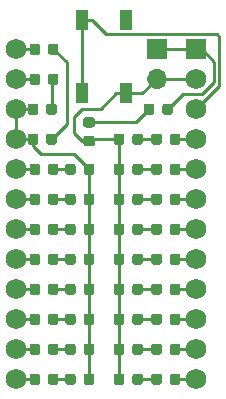
<source format=gbr>
G04 #@! TF.GenerationSoftware,KiCad,Pcbnew,(5.0.0)*
G04 #@! TF.CreationDate,2019-11-08T16:30:21-06:00*
G04 #@! TF.ProjectId,BlueMicro_LED_tester,426C75654D6963726F5F4C45445F7465,rev?*
G04 #@! TF.SameCoordinates,Original*
G04 #@! TF.FileFunction,Copper,L1,Top,Signal*
G04 #@! TF.FilePolarity,Positive*
%FSLAX46Y46*%
G04 Gerber Fmt 4.6, Leading zero omitted, Abs format (unit mm)*
G04 Created by KiCad (PCBNEW (5.0.0)) date 11/08/19 16:30:21*
%MOMM*%
%LPD*%
G01*
G04 APERTURE LIST*
G04 #@! TA.AperFunction,SMDPad,CuDef*
%ADD10R,1.100000X1.800000*%
G04 #@! TD*
G04 #@! TA.AperFunction,ComponentPad*
%ADD11R,1.700000X1.700000*%
G04 #@! TD*
G04 #@! TA.AperFunction,ComponentPad*
%ADD12O,1.700000X1.700000*%
G04 #@! TD*
G04 #@! TA.AperFunction,ComponentPad*
%ADD13R,1.752600X1.752600*%
G04 #@! TD*
G04 #@! TA.AperFunction,ComponentPad*
%ADD14C,1.752600*%
G04 #@! TD*
G04 #@! TA.AperFunction,Conductor*
%ADD15C,0.100000*%
G04 #@! TD*
G04 #@! TA.AperFunction,SMDPad,CuDef*
%ADD16C,0.875000*%
G04 #@! TD*
G04 #@! TA.AperFunction,Conductor*
%ADD17C,0.250000*%
G04 #@! TD*
G04 APERTURE END LIST*
D10*
G04 #@! TO.P,SW1,1*
G04 #@! TO.N,Net-(SW1-Pad1)*
X108005000Y-76125000D03*
X108005000Y-69925000D03*
G04 #@! TO.P,SW1,2*
G04 #@! TO.N,Net-(J1-Pad2)*
X111705000Y-76125000D03*
X111705000Y-69925000D03*
G04 #@! TD*
D11*
G04 #@! TO.P,J1,1*
G04 #@! TO.N,Net-(D1-Pad2)*
X114300000Y-72390000D03*
D12*
G04 #@! TO.P,J1,2*
G04 #@! TO.N,Net-(J1-Pad2)*
X114300000Y-74930000D03*
G04 #@! TD*
D13*
G04 #@! TO.P,U1,1*
G04 #@! TO.N,Net-(D1-Pad2)*
X117620000Y-72390000D03*
D14*
G04 #@! TO.P,U1,2*
G04 #@! TO.N,Net-(J1-Pad2)*
X117620000Y-74930000D03*
G04 #@! TO.P,U1,3*
G04 #@! TO.N,Net-(SW1-Pad1)*
X117620000Y-77470000D03*
G04 #@! TO.P,U1,4*
G04 #@! TO.N,Net-(D12-Pad2)*
X117620000Y-80010000D03*
G04 #@! TO.P,U1,5*
G04 #@! TO.N,Net-(D13-Pad2)*
X117620000Y-82550000D03*
G04 #@! TO.P,U1,6*
G04 #@! TO.N,Net-(D14-Pad2)*
X117620000Y-85090000D03*
G04 #@! TO.P,U1,7*
G04 #@! TO.N,Net-(D15-Pad2)*
X117620000Y-87630000D03*
G04 #@! TO.P,U1,8*
G04 #@! TO.N,Net-(D16-Pad2)*
X117620000Y-90170000D03*
G04 #@! TO.P,U1,9*
G04 #@! TO.N,Net-(D17-Pad2)*
X117620000Y-92710000D03*
G04 #@! TO.P,U1,10*
G04 #@! TO.N,Net-(D18-Pad2)*
X117620000Y-95250000D03*
G04 #@! TO.P,U1,11*
G04 #@! TO.N,Net-(D19-Pad2)*
X117620000Y-97790000D03*
G04 #@! TO.P,U1,12*
G04 #@! TO.N,Net-(D20-Pad2)*
X117620000Y-100330000D03*
G04 #@! TO.P,U1,24*
G04 #@! TO.N,Net-(D11-Pad2)*
X102380000Y-100330000D03*
G04 #@! TO.P,U1,23*
G04 #@! TO.N,Net-(D10-Pad2)*
X102380000Y-97790000D03*
G04 #@! TO.P,U1,22*
G04 #@! TO.N,Net-(D9-Pad2)*
X102380000Y-95250000D03*
G04 #@! TO.P,U1,21*
G04 #@! TO.N,Net-(D8-Pad2)*
X102380000Y-92710000D03*
G04 #@! TO.P,U1,20*
G04 #@! TO.N,Net-(D7-Pad2)*
X102380000Y-90170000D03*
G04 #@! TO.P,U1,19*
G04 #@! TO.N,Net-(D6-Pad2)*
X102380000Y-87630000D03*
G04 #@! TO.P,U1,18*
G04 #@! TO.N,Net-(D5-Pad2)*
X102380000Y-85090000D03*
G04 #@! TO.P,U1,17*
G04 #@! TO.N,Net-(D4-Pad2)*
X102380000Y-82550000D03*
G04 #@! TO.P,U1,16*
G04 #@! TO.N,Net-(R10-Pad2)*
X102380000Y-80010000D03*
G04 #@! TO.P,U1,15*
X102380000Y-77470000D03*
G04 #@! TO.P,U1,14*
G04 #@! TO.N,Net-(D3-Pad2)*
X102380000Y-74930000D03*
G04 #@! TO.P,U1,13*
G04 #@! TO.N,Net-(D2-Pad2)*
X102380000Y-72390000D03*
G04 #@! TD*
D15*
G04 #@! TO.N,Net-(D1-Pad1)*
G04 #@! TO.C,D1*
G36*
X113905192Y-76996053D02*
X113926427Y-76999203D01*
X113947251Y-77004419D01*
X113967463Y-77011651D01*
X113986869Y-77020830D01*
X114005282Y-77031866D01*
X114022525Y-77044654D01*
X114038431Y-77059070D01*
X114052847Y-77074976D01*
X114065635Y-77092219D01*
X114076671Y-77110632D01*
X114085850Y-77130038D01*
X114093082Y-77150250D01*
X114098298Y-77171074D01*
X114101448Y-77192309D01*
X114102501Y-77213750D01*
X114102501Y-77726250D01*
X114101448Y-77747691D01*
X114098298Y-77768926D01*
X114093082Y-77789750D01*
X114085850Y-77809962D01*
X114076671Y-77829368D01*
X114065635Y-77847781D01*
X114052847Y-77865024D01*
X114038431Y-77880930D01*
X114022525Y-77895346D01*
X114005282Y-77908134D01*
X113986869Y-77919170D01*
X113967463Y-77928349D01*
X113947251Y-77935581D01*
X113926427Y-77940797D01*
X113905192Y-77943947D01*
X113883751Y-77945000D01*
X113446251Y-77945000D01*
X113424810Y-77943947D01*
X113403575Y-77940797D01*
X113382751Y-77935581D01*
X113362539Y-77928349D01*
X113343133Y-77919170D01*
X113324720Y-77908134D01*
X113307477Y-77895346D01*
X113291571Y-77880930D01*
X113277155Y-77865024D01*
X113264367Y-77847781D01*
X113253331Y-77829368D01*
X113244152Y-77809962D01*
X113236920Y-77789750D01*
X113231704Y-77768926D01*
X113228554Y-77747691D01*
X113227501Y-77726250D01*
X113227501Y-77213750D01*
X113228554Y-77192309D01*
X113231704Y-77171074D01*
X113236920Y-77150250D01*
X113244152Y-77130038D01*
X113253331Y-77110632D01*
X113264367Y-77092219D01*
X113277155Y-77074976D01*
X113291571Y-77059070D01*
X113307477Y-77044654D01*
X113324720Y-77031866D01*
X113343133Y-77020830D01*
X113362539Y-77011651D01*
X113382751Y-77004419D01*
X113403575Y-76999203D01*
X113424810Y-76996053D01*
X113446251Y-76995000D01*
X113883751Y-76995000D01*
X113905192Y-76996053D01*
X113905192Y-76996053D01*
G37*
D16*
G04 #@! TD*
G04 #@! TO.P,D1,1*
G04 #@! TO.N,Net-(D1-Pad1)*
X113665001Y-77470000D03*
D15*
G04 #@! TO.N,Net-(D1-Pad2)*
G04 #@! TO.C,D1*
G36*
X115480192Y-76996053D02*
X115501427Y-76999203D01*
X115522251Y-77004419D01*
X115542463Y-77011651D01*
X115561869Y-77020830D01*
X115580282Y-77031866D01*
X115597525Y-77044654D01*
X115613431Y-77059070D01*
X115627847Y-77074976D01*
X115640635Y-77092219D01*
X115651671Y-77110632D01*
X115660850Y-77130038D01*
X115668082Y-77150250D01*
X115673298Y-77171074D01*
X115676448Y-77192309D01*
X115677501Y-77213750D01*
X115677501Y-77726250D01*
X115676448Y-77747691D01*
X115673298Y-77768926D01*
X115668082Y-77789750D01*
X115660850Y-77809962D01*
X115651671Y-77829368D01*
X115640635Y-77847781D01*
X115627847Y-77865024D01*
X115613431Y-77880930D01*
X115597525Y-77895346D01*
X115580282Y-77908134D01*
X115561869Y-77919170D01*
X115542463Y-77928349D01*
X115522251Y-77935581D01*
X115501427Y-77940797D01*
X115480192Y-77943947D01*
X115458751Y-77945000D01*
X115021251Y-77945000D01*
X114999810Y-77943947D01*
X114978575Y-77940797D01*
X114957751Y-77935581D01*
X114937539Y-77928349D01*
X114918133Y-77919170D01*
X114899720Y-77908134D01*
X114882477Y-77895346D01*
X114866571Y-77880930D01*
X114852155Y-77865024D01*
X114839367Y-77847781D01*
X114828331Y-77829368D01*
X114819152Y-77809962D01*
X114811920Y-77789750D01*
X114806704Y-77768926D01*
X114803554Y-77747691D01*
X114802501Y-77726250D01*
X114802501Y-77213750D01*
X114803554Y-77192309D01*
X114806704Y-77171074D01*
X114811920Y-77150250D01*
X114819152Y-77130038D01*
X114828331Y-77110632D01*
X114839367Y-77092219D01*
X114852155Y-77074976D01*
X114866571Y-77059070D01*
X114882477Y-77044654D01*
X114899720Y-77031866D01*
X114918133Y-77020830D01*
X114937539Y-77011651D01*
X114957751Y-77004419D01*
X114978575Y-76999203D01*
X114999810Y-76996053D01*
X115021251Y-76995000D01*
X115458751Y-76995000D01*
X115480192Y-76996053D01*
X115480192Y-76996053D01*
G37*
D16*
G04 #@! TD*
G04 #@! TO.P,D1,2*
G04 #@! TO.N,Net-(D1-Pad2)*
X115240001Y-77470000D03*
D15*
G04 #@! TO.N,Net-(D2-Pad1)*
G04 #@! TO.C,D2*
G36*
X105802691Y-71916053D02*
X105823926Y-71919203D01*
X105844750Y-71924419D01*
X105864962Y-71931651D01*
X105884368Y-71940830D01*
X105902781Y-71951866D01*
X105920024Y-71964654D01*
X105935930Y-71979070D01*
X105950346Y-71994976D01*
X105963134Y-72012219D01*
X105974170Y-72030632D01*
X105983349Y-72050038D01*
X105990581Y-72070250D01*
X105995797Y-72091074D01*
X105998947Y-72112309D01*
X106000000Y-72133750D01*
X106000000Y-72646250D01*
X105998947Y-72667691D01*
X105995797Y-72688926D01*
X105990581Y-72709750D01*
X105983349Y-72729962D01*
X105974170Y-72749368D01*
X105963134Y-72767781D01*
X105950346Y-72785024D01*
X105935930Y-72800930D01*
X105920024Y-72815346D01*
X105902781Y-72828134D01*
X105884368Y-72839170D01*
X105864962Y-72848349D01*
X105844750Y-72855581D01*
X105823926Y-72860797D01*
X105802691Y-72863947D01*
X105781250Y-72865000D01*
X105343750Y-72865000D01*
X105322309Y-72863947D01*
X105301074Y-72860797D01*
X105280250Y-72855581D01*
X105260038Y-72848349D01*
X105240632Y-72839170D01*
X105222219Y-72828134D01*
X105204976Y-72815346D01*
X105189070Y-72800930D01*
X105174654Y-72785024D01*
X105161866Y-72767781D01*
X105150830Y-72749368D01*
X105141651Y-72729962D01*
X105134419Y-72709750D01*
X105129203Y-72688926D01*
X105126053Y-72667691D01*
X105125000Y-72646250D01*
X105125000Y-72133750D01*
X105126053Y-72112309D01*
X105129203Y-72091074D01*
X105134419Y-72070250D01*
X105141651Y-72050038D01*
X105150830Y-72030632D01*
X105161866Y-72012219D01*
X105174654Y-71994976D01*
X105189070Y-71979070D01*
X105204976Y-71964654D01*
X105222219Y-71951866D01*
X105240632Y-71940830D01*
X105260038Y-71931651D01*
X105280250Y-71924419D01*
X105301074Y-71919203D01*
X105322309Y-71916053D01*
X105343750Y-71915000D01*
X105781250Y-71915000D01*
X105802691Y-71916053D01*
X105802691Y-71916053D01*
G37*
D16*
G04 #@! TD*
G04 #@! TO.P,D2,1*
G04 #@! TO.N,Net-(D2-Pad1)*
X105562500Y-72390000D03*
D15*
G04 #@! TO.N,Net-(D2-Pad2)*
G04 #@! TO.C,D2*
G36*
X104227691Y-71916053D02*
X104248926Y-71919203D01*
X104269750Y-71924419D01*
X104289962Y-71931651D01*
X104309368Y-71940830D01*
X104327781Y-71951866D01*
X104345024Y-71964654D01*
X104360930Y-71979070D01*
X104375346Y-71994976D01*
X104388134Y-72012219D01*
X104399170Y-72030632D01*
X104408349Y-72050038D01*
X104415581Y-72070250D01*
X104420797Y-72091074D01*
X104423947Y-72112309D01*
X104425000Y-72133750D01*
X104425000Y-72646250D01*
X104423947Y-72667691D01*
X104420797Y-72688926D01*
X104415581Y-72709750D01*
X104408349Y-72729962D01*
X104399170Y-72749368D01*
X104388134Y-72767781D01*
X104375346Y-72785024D01*
X104360930Y-72800930D01*
X104345024Y-72815346D01*
X104327781Y-72828134D01*
X104309368Y-72839170D01*
X104289962Y-72848349D01*
X104269750Y-72855581D01*
X104248926Y-72860797D01*
X104227691Y-72863947D01*
X104206250Y-72865000D01*
X103768750Y-72865000D01*
X103747309Y-72863947D01*
X103726074Y-72860797D01*
X103705250Y-72855581D01*
X103685038Y-72848349D01*
X103665632Y-72839170D01*
X103647219Y-72828134D01*
X103629976Y-72815346D01*
X103614070Y-72800930D01*
X103599654Y-72785024D01*
X103586866Y-72767781D01*
X103575830Y-72749368D01*
X103566651Y-72729962D01*
X103559419Y-72709750D01*
X103554203Y-72688926D01*
X103551053Y-72667691D01*
X103550000Y-72646250D01*
X103550000Y-72133750D01*
X103551053Y-72112309D01*
X103554203Y-72091074D01*
X103559419Y-72070250D01*
X103566651Y-72050038D01*
X103575830Y-72030632D01*
X103586866Y-72012219D01*
X103599654Y-71994976D01*
X103614070Y-71979070D01*
X103629976Y-71964654D01*
X103647219Y-71951866D01*
X103665632Y-71940830D01*
X103685038Y-71931651D01*
X103705250Y-71924419D01*
X103726074Y-71919203D01*
X103747309Y-71916053D01*
X103768750Y-71915000D01*
X104206250Y-71915000D01*
X104227691Y-71916053D01*
X104227691Y-71916053D01*
G37*
D16*
G04 #@! TD*
G04 #@! TO.P,D2,2*
G04 #@! TO.N,Net-(D2-Pad2)*
X103987500Y-72390000D03*
D15*
G04 #@! TO.N,Net-(D3-Pad2)*
G04 #@! TO.C,D3*
G36*
X104227691Y-74456053D02*
X104248926Y-74459203D01*
X104269750Y-74464419D01*
X104289962Y-74471651D01*
X104309368Y-74480830D01*
X104327781Y-74491866D01*
X104345024Y-74504654D01*
X104360930Y-74519070D01*
X104375346Y-74534976D01*
X104388134Y-74552219D01*
X104399170Y-74570632D01*
X104408349Y-74590038D01*
X104415581Y-74610250D01*
X104420797Y-74631074D01*
X104423947Y-74652309D01*
X104425000Y-74673750D01*
X104425000Y-75186250D01*
X104423947Y-75207691D01*
X104420797Y-75228926D01*
X104415581Y-75249750D01*
X104408349Y-75269962D01*
X104399170Y-75289368D01*
X104388134Y-75307781D01*
X104375346Y-75325024D01*
X104360930Y-75340930D01*
X104345024Y-75355346D01*
X104327781Y-75368134D01*
X104309368Y-75379170D01*
X104289962Y-75388349D01*
X104269750Y-75395581D01*
X104248926Y-75400797D01*
X104227691Y-75403947D01*
X104206250Y-75405000D01*
X103768750Y-75405000D01*
X103747309Y-75403947D01*
X103726074Y-75400797D01*
X103705250Y-75395581D01*
X103685038Y-75388349D01*
X103665632Y-75379170D01*
X103647219Y-75368134D01*
X103629976Y-75355346D01*
X103614070Y-75340930D01*
X103599654Y-75325024D01*
X103586866Y-75307781D01*
X103575830Y-75289368D01*
X103566651Y-75269962D01*
X103559419Y-75249750D01*
X103554203Y-75228926D01*
X103551053Y-75207691D01*
X103550000Y-75186250D01*
X103550000Y-74673750D01*
X103551053Y-74652309D01*
X103554203Y-74631074D01*
X103559419Y-74610250D01*
X103566651Y-74590038D01*
X103575830Y-74570632D01*
X103586866Y-74552219D01*
X103599654Y-74534976D01*
X103614070Y-74519070D01*
X103629976Y-74504654D01*
X103647219Y-74491866D01*
X103665632Y-74480830D01*
X103685038Y-74471651D01*
X103705250Y-74464419D01*
X103726074Y-74459203D01*
X103747309Y-74456053D01*
X103768750Y-74455000D01*
X104206250Y-74455000D01*
X104227691Y-74456053D01*
X104227691Y-74456053D01*
G37*
D16*
G04 #@! TD*
G04 #@! TO.P,D3,2*
G04 #@! TO.N,Net-(D3-Pad2)*
X103987500Y-74930000D03*
D15*
G04 #@! TO.N,Net-(D3-Pad1)*
G04 #@! TO.C,D3*
G36*
X105802691Y-74456053D02*
X105823926Y-74459203D01*
X105844750Y-74464419D01*
X105864962Y-74471651D01*
X105884368Y-74480830D01*
X105902781Y-74491866D01*
X105920024Y-74504654D01*
X105935930Y-74519070D01*
X105950346Y-74534976D01*
X105963134Y-74552219D01*
X105974170Y-74570632D01*
X105983349Y-74590038D01*
X105990581Y-74610250D01*
X105995797Y-74631074D01*
X105998947Y-74652309D01*
X106000000Y-74673750D01*
X106000000Y-75186250D01*
X105998947Y-75207691D01*
X105995797Y-75228926D01*
X105990581Y-75249750D01*
X105983349Y-75269962D01*
X105974170Y-75289368D01*
X105963134Y-75307781D01*
X105950346Y-75325024D01*
X105935930Y-75340930D01*
X105920024Y-75355346D01*
X105902781Y-75368134D01*
X105884368Y-75379170D01*
X105864962Y-75388349D01*
X105844750Y-75395581D01*
X105823926Y-75400797D01*
X105802691Y-75403947D01*
X105781250Y-75405000D01*
X105343750Y-75405000D01*
X105322309Y-75403947D01*
X105301074Y-75400797D01*
X105280250Y-75395581D01*
X105260038Y-75388349D01*
X105240632Y-75379170D01*
X105222219Y-75368134D01*
X105204976Y-75355346D01*
X105189070Y-75340930D01*
X105174654Y-75325024D01*
X105161866Y-75307781D01*
X105150830Y-75289368D01*
X105141651Y-75269962D01*
X105134419Y-75249750D01*
X105129203Y-75228926D01*
X105126053Y-75207691D01*
X105125000Y-75186250D01*
X105125000Y-74673750D01*
X105126053Y-74652309D01*
X105129203Y-74631074D01*
X105134419Y-74610250D01*
X105141651Y-74590038D01*
X105150830Y-74570632D01*
X105161866Y-74552219D01*
X105174654Y-74534976D01*
X105189070Y-74519070D01*
X105204976Y-74504654D01*
X105222219Y-74491866D01*
X105240632Y-74480830D01*
X105260038Y-74471651D01*
X105280250Y-74464419D01*
X105301074Y-74459203D01*
X105322309Y-74456053D01*
X105343750Y-74455000D01*
X105781250Y-74455000D01*
X105802691Y-74456053D01*
X105802691Y-74456053D01*
G37*
D16*
G04 #@! TD*
G04 #@! TO.P,D3,1*
G04 #@! TO.N,Net-(D3-Pad1)*
X105562500Y-74930000D03*
D15*
G04 #@! TO.N,Net-(D4-Pad1)*
G04 #@! TO.C,D4*
G36*
X105802691Y-82076053D02*
X105823926Y-82079203D01*
X105844750Y-82084419D01*
X105864962Y-82091651D01*
X105884368Y-82100830D01*
X105902781Y-82111866D01*
X105920024Y-82124654D01*
X105935930Y-82139070D01*
X105950346Y-82154976D01*
X105963134Y-82172219D01*
X105974170Y-82190632D01*
X105983349Y-82210038D01*
X105990581Y-82230250D01*
X105995797Y-82251074D01*
X105998947Y-82272309D01*
X106000000Y-82293750D01*
X106000000Y-82806250D01*
X105998947Y-82827691D01*
X105995797Y-82848926D01*
X105990581Y-82869750D01*
X105983349Y-82889962D01*
X105974170Y-82909368D01*
X105963134Y-82927781D01*
X105950346Y-82945024D01*
X105935930Y-82960930D01*
X105920024Y-82975346D01*
X105902781Y-82988134D01*
X105884368Y-82999170D01*
X105864962Y-83008349D01*
X105844750Y-83015581D01*
X105823926Y-83020797D01*
X105802691Y-83023947D01*
X105781250Y-83025000D01*
X105343750Y-83025000D01*
X105322309Y-83023947D01*
X105301074Y-83020797D01*
X105280250Y-83015581D01*
X105260038Y-83008349D01*
X105240632Y-82999170D01*
X105222219Y-82988134D01*
X105204976Y-82975346D01*
X105189070Y-82960930D01*
X105174654Y-82945024D01*
X105161866Y-82927781D01*
X105150830Y-82909368D01*
X105141651Y-82889962D01*
X105134419Y-82869750D01*
X105129203Y-82848926D01*
X105126053Y-82827691D01*
X105125000Y-82806250D01*
X105125000Y-82293750D01*
X105126053Y-82272309D01*
X105129203Y-82251074D01*
X105134419Y-82230250D01*
X105141651Y-82210038D01*
X105150830Y-82190632D01*
X105161866Y-82172219D01*
X105174654Y-82154976D01*
X105189070Y-82139070D01*
X105204976Y-82124654D01*
X105222219Y-82111866D01*
X105240632Y-82100830D01*
X105260038Y-82091651D01*
X105280250Y-82084419D01*
X105301074Y-82079203D01*
X105322309Y-82076053D01*
X105343750Y-82075000D01*
X105781250Y-82075000D01*
X105802691Y-82076053D01*
X105802691Y-82076053D01*
G37*
D16*
G04 #@! TD*
G04 #@! TO.P,D4,1*
G04 #@! TO.N,Net-(D4-Pad1)*
X105562500Y-82550000D03*
D15*
G04 #@! TO.N,Net-(D4-Pad2)*
G04 #@! TO.C,D4*
G36*
X104227691Y-82076053D02*
X104248926Y-82079203D01*
X104269750Y-82084419D01*
X104289962Y-82091651D01*
X104309368Y-82100830D01*
X104327781Y-82111866D01*
X104345024Y-82124654D01*
X104360930Y-82139070D01*
X104375346Y-82154976D01*
X104388134Y-82172219D01*
X104399170Y-82190632D01*
X104408349Y-82210038D01*
X104415581Y-82230250D01*
X104420797Y-82251074D01*
X104423947Y-82272309D01*
X104425000Y-82293750D01*
X104425000Y-82806250D01*
X104423947Y-82827691D01*
X104420797Y-82848926D01*
X104415581Y-82869750D01*
X104408349Y-82889962D01*
X104399170Y-82909368D01*
X104388134Y-82927781D01*
X104375346Y-82945024D01*
X104360930Y-82960930D01*
X104345024Y-82975346D01*
X104327781Y-82988134D01*
X104309368Y-82999170D01*
X104289962Y-83008349D01*
X104269750Y-83015581D01*
X104248926Y-83020797D01*
X104227691Y-83023947D01*
X104206250Y-83025000D01*
X103768750Y-83025000D01*
X103747309Y-83023947D01*
X103726074Y-83020797D01*
X103705250Y-83015581D01*
X103685038Y-83008349D01*
X103665632Y-82999170D01*
X103647219Y-82988134D01*
X103629976Y-82975346D01*
X103614070Y-82960930D01*
X103599654Y-82945024D01*
X103586866Y-82927781D01*
X103575830Y-82909368D01*
X103566651Y-82889962D01*
X103559419Y-82869750D01*
X103554203Y-82848926D01*
X103551053Y-82827691D01*
X103550000Y-82806250D01*
X103550000Y-82293750D01*
X103551053Y-82272309D01*
X103554203Y-82251074D01*
X103559419Y-82230250D01*
X103566651Y-82210038D01*
X103575830Y-82190632D01*
X103586866Y-82172219D01*
X103599654Y-82154976D01*
X103614070Y-82139070D01*
X103629976Y-82124654D01*
X103647219Y-82111866D01*
X103665632Y-82100830D01*
X103685038Y-82091651D01*
X103705250Y-82084419D01*
X103726074Y-82079203D01*
X103747309Y-82076053D01*
X103768750Y-82075000D01*
X104206250Y-82075000D01*
X104227691Y-82076053D01*
X104227691Y-82076053D01*
G37*
D16*
G04 #@! TD*
G04 #@! TO.P,D4,2*
G04 #@! TO.N,Net-(D4-Pad2)*
X103987500Y-82550000D03*
D15*
G04 #@! TO.N,Net-(D5-Pad2)*
G04 #@! TO.C,D5*
G36*
X104227691Y-84616053D02*
X104248926Y-84619203D01*
X104269750Y-84624419D01*
X104289962Y-84631651D01*
X104309368Y-84640830D01*
X104327781Y-84651866D01*
X104345024Y-84664654D01*
X104360930Y-84679070D01*
X104375346Y-84694976D01*
X104388134Y-84712219D01*
X104399170Y-84730632D01*
X104408349Y-84750038D01*
X104415581Y-84770250D01*
X104420797Y-84791074D01*
X104423947Y-84812309D01*
X104425000Y-84833750D01*
X104425000Y-85346250D01*
X104423947Y-85367691D01*
X104420797Y-85388926D01*
X104415581Y-85409750D01*
X104408349Y-85429962D01*
X104399170Y-85449368D01*
X104388134Y-85467781D01*
X104375346Y-85485024D01*
X104360930Y-85500930D01*
X104345024Y-85515346D01*
X104327781Y-85528134D01*
X104309368Y-85539170D01*
X104289962Y-85548349D01*
X104269750Y-85555581D01*
X104248926Y-85560797D01*
X104227691Y-85563947D01*
X104206250Y-85565000D01*
X103768750Y-85565000D01*
X103747309Y-85563947D01*
X103726074Y-85560797D01*
X103705250Y-85555581D01*
X103685038Y-85548349D01*
X103665632Y-85539170D01*
X103647219Y-85528134D01*
X103629976Y-85515346D01*
X103614070Y-85500930D01*
X103599654Y-85485024D01*
X103586866Y-85467781D01*
X103575830Y-85449368D01*
X103566651Y-85429962D01*
X103559419Y-85409750D01*
X103554203Y-85388926D01*
X103551053Y-85367691D01*
X103550000Y-85346250D01*
X103550000Y-84833750D01*
X103551053Y-84812309D01*
X103554203Y-84791074D01*
X103559419Y-84770250D01*
X103566651Y-84750038D01*
X103575830Y-84730632D01*
X103586866Y-84712219D01*
X103599654Y-84694976D01*
X103614070Y-84679070D01*
X103629976Y-84664654D01*
X103647219Y-84651866D01*
X103665632Y-84640830D01*
X103685038Y-84631651D01*
X103705250Y-84624419D01*
X103726074Y-84619203D01*
X103747309Y-84616053D01*
X103768750Y-84615000D01*
X104206250Y-84615000D01*
X104227691Y-84616053D01*
X104227691Y-84616053D01*
G37*
D16*
G04 #@! TD*
G04 #@! TO.P,D5,2*
G04 #@! TO.N,Net-(D5-Pad2)*
X103987500Y-85090000D03*
D15*
G04 #@! TO.N,Net-(D5-Pad1)*
G04 #@! TO.C,D5*
G36*
X105802691Y-84616053D02*
X105823926Y-84619203D01*
X105844750Y-84624419D01*
X105864962Y-84631651D01*
X105884368Y-84640830D01*
X105902781Y-84651866D01*
X105920024Y-84664654D01*
X105935930Y-84679070D01*
X105950346Y-84694976D01*
X105963134Y-84712219D01*
X105974170Y-84730632D01*
X105983349Y-84750038D01*
X105990581Y-84770250D01*
X105995797Y-84791074D01*
X105998947Y-84812309D01*
X106000000Y-84833750D01*
X106000000Y-85346250D01*
X105998947Y-85367691D01*
X105995797Y-85388926D01*
X105990581Y-85409750D01*
X105983349Y-85429962D01*
X105974170Y-85449368D01*
X105963134Y-85467781D01*
X105950346Y-85485024D01*
X105935930Y-85500930D01*
X105920024Y-85515346D01*
X105902781Y-85528134D01*
X105884368Y-85539170D01*
X105864962Y-85548349D01*
X105844750Y-85555581D01*
X105823926Y-85560797D01*
X105802691Y-85563947D01*
X105781250Y-85565000D01*
X105343750Y-85565000D01*
X105322309Y-85563947D01*
X105301074Y-85560797D01*
X105280250Y-85555581D01*
X105260038Y-85548349D01*
X105240632Y-85539170D01*
X105222219Y-85528134D01*
X105204976Y-85515346D01*
X105189070Y-85500930D01*
X105174654Y-85485024D01*
X105161866Y-85467781D01*
X105150830Y-85449368D01*
X105141651Y-85429962D01*
X105134419Y-85409750D01*
X105129203Y-85388926D01*
X105126053Y-85367691D01*
X105125000Y-85346250D01*
X105125000Y-84833750D01*
X105126053Y-84812309D01*
X105129203Y-84791074D01*
X105134419Y-84770250D01*
X105141651Y-84750038D01*
X105150830Y-84730632D01*
X105161866Y-84712219D01*
X105174654Y-84694976D01*
X105189070Y-84679070D01*
X105204976Y-84664654D01*
X105222219Y-84651866D01*
X105240632Y-84640830D01*
X105260038Y-84631651D01*
X105280250Y-84624419D01*
X105301074Y-84619203D01*
X105322309Y-84616053D01*
X105343750Y-84615000D01*
X105781250Y-84615000D01*
X105802691Y-84616053D01*
X105802691Y-84616053D01*
G37*
D16*
G04 #@! TD*
G04 #@! TO.P,D5,1*
G04 #@! TO.N,Net-(D5-Pad1)*
X105562500Y-85090000D03*
D15*
G04 #@! TO.N,Net-(D6-Pad2)*
G04 #@! TO.C,D6*
G36*
X104227691Y-87156053D02*
X104248926Y-87159203D01*
X104269750Y-87164419D01*
X104289962Y-87171651D01*
X104309368Y-87180830D01*
X104327781Y-87191866D01*
X104345024Y-87204654D01*
X104360930Y-87219070D01*
X104375346Y-87234976D01*
X104388134Y-87252219D01*
X104399170Y-87270632D01*
X104408349Y-87290038D01*
X104415581Y-87310250D01*
X104420797Y-87331074D01*
X104423947Y-87352309D01*
X104425000Y-87373750D01*
X104425000Y-87886250D01*
X104423947Y-87907691D01*
X104420797Y-87928926D01*
X104415581Y-87949750D01*
X104408349Y-87969962D01*
X104399170Y-87989368D01*
X104388134Y-88007781D01*
X104375346Y-88025024D01*
X104360930Y-88040930D01*
X104345024Y-88055346D01*
X104327781Y-88068134D01*
X104309368Y-88079170D01*
X104289962Y-88088349D01*
X104269750Y-88095581D01*
X104248926Y-88100797D01*
X104227691Y-88103947D01*
X104206250Y-88105000D01*
X103768750Y-88105000D01*
X103747309Y-88103947D01*
X103726074Y-88100797D01*
X103705250Y-88095581D01*
X103685038Y-88088349D01*
X103665632Y-88079170D01*
X103647219Y-88068134D01*
X103629976Y-88055346D01*
X103614070Y-88040930D01*
X103599654Y-88025024D01*
X103586866Y-88007781D01*
X103575830Y-87989368D01*
X103566651Y-87969962D01*
X103559419Y-87949750D01*
X103554203Y-87928926D01*
X103551053Y-87907691D01*
X103550000Y-87886250D01*
X103550000Y-87373750D01*
X103551053Y-87352309D01*
X103554203Y-87331074D01*
X103559419Y-87310250D01*
X103566651Y-87290038D01*
X103575830Y-87270632D01*
X103586866Y-87252219D01*
X103599654Y-87234976D01*
X103614070Y-87219070D01*
X103629976Y-87204654D01*
X103647219Y-87191866D01*
X103665632Y-87180830D01*
X103685038Y-87171651D01*
X103705250Y-87164419D01*
X103726074Y-87159203D01*
X103747309Y-87156053D01*
X103768750Y-87155000D01*
X104206250Y-87155000D01*
X104227691Y-87156053D01*
X104227691Y-87156053D01*
G37*
D16*
G04 #@! TD*
G04 #@! TO.P,D6,2*
G04 #@! TO.N,Net-(D6-Pad2)*
X103987500Y-87630000D03*
D15*
G04 #@! TO.N,Net-(D6-Pad1)*
G04 #@! TO.C,D6*
G36*
X105802691Y-87156053D02*
X105823926Y-87159203D01*
X105844750Y-87164419D01*
X105864962Y-87171651D01*
X105884368Y-87180830D01*
X105902781Y-87191866D01*
X105920024Y-87204654D01*
X105935930Y-87219070D01*
X105950346Y-87234976D01*
X105963134Y-87252219D01*
X105974170Y-87270632D01*
X105983349Y-87290038D01*
X105990581Y-87310250D01*
X105995797Y-87331074D01*
X105998947Y-87352309D01*
X106000000Y-87373750D01*
X106000000Y-87886250D01*
X105998947Y-87907691D01*
X105995797Y-87928926D01*
X105990581Y-87949750D01*
X105983349Y-87969962D01*
X105974170Y-87989368D01*
X105963134Y-88007781D01*
X105950346Y-88025024D01*
X105935930Y-88040930D01*
X105920024Y-88055346D01*
X105902781Y-88068134D01*
X105884368Y-88079170D01*
X105864962Y-88088349D01*
X105844750Y-88095581D01*
X105823926Y-88100797D01*
X105802691Y-88103947D01*
X105781250Y-88105000D01*
X105343750Y-88105000D01*
X105322309Y-88103947D01*
X105301074Y-88100797D01*
X105280250Y-88095581D01*
X105260038Y-88088349D01*
X105240632Y-88079170D01*
X105222219Y-88068134D01*
X105204976Y-88055346D01*
X105189070Y-88040930D01*
X105174654Y-88025024D01*
X105161866Y-88007781D01*
X105150830Y-87989368D01*
X105141651Y-87969962D01*
X105134419Y-87949750D01*
X105129203Y-87928926D01*
X105126053Y-87907691D01*
X105125000Y-87886250D01*
X105125000Y-87373750D01*
X105126053Y-87352309D01*
X105129203Y-87331074D01*
X105134419Y-87310250D01*
X105141651Y-87290038D01*
X105150830Y-87270632D01*
X105161866Y-87252219D01*
X105174654Y-87234976D01*
X105189070Y-87219070D01*
X105204976Y-87204654D01*
X105222219Y-87191866D01*
X105240632Y-87180830D01*
X105260038Y-87171651D01*
X105280250Y-87164419D01*
X105301074Y-87159203D01*
X105322309Y-87156053D01*
X105343750Y-87155000D01*
X105781250Y-87155000D01*
X105802691Y-87156053D01*
X105802691Y-87156053D01*
G37*
D16*
G04 #@! TD*
G04 #@! TO.P,D6,1*
G04 #@! TO.N,Net-(D6-Pad1)*
X105562500Y-87630000D03*
D15*
G04 #@! TO.N,Net-(D7-Pad1)*
G04 #@! TO.C,D7*
G36*
X105802691Y-89696053D02*
X105823926Y-89699203D01*
X105844750Y-89704419D01*
X105864962Y-89711651D01*
X105884368Y-89720830D01*
X105902781Y-89731866D01*
X105920024Y-89744654D01*
X105935930Y-89759070D01*
X105950346Y-89774976D01*
X105963134Y-89792219D01*
X105974170Y-89810632D01*
X105983349Y-89830038D01*
X105990581Y-89850250D01*
X105995797Y-89871074D01*
X105998947Y-89892309D01*
X106000000Y-89913750D01*
X106000000Y-90426250D01*
X105998947Y-90447691D01*
X105995797Y-90468926D01*
X105990581Y-90489750D01*
X105983349Y-90509962D01*
X105974170Y-90529368D01*
X105963134Y-90547781D01*
X105950346Y-90565024D01*
X105935930Y-90580930D01*
X105920024Y-90595346D01*
X105902781Y-90608134D01*
X105884368Y-90619170D01*
X105864962Y-90628349D01*
X105844750Y-90635581D01*
X105823926Y-90640797D01*
X105802691Y-90643947D01*
X105781250Y-90645000D01*
X105343750Y-90645000D01*
X105322309Y-90643947D01*
X105301074Y-90640797D01*
X105280250Y-90635581D01*
X105260038Y-90628349D01*
X105240632Y-90619170D01*
X105222219Y-90608134D01*
X105204976Y-90595346D01*
X105189070Y-90580930D01*
X105174654Y-90565024D01*
X105161866Y-90547781D01*
X105150830Y-90529368D01*
X105141651Y-90509962D01*
X105134419Y-90489750D01*
X105129203Y-90468926D01*
X105126053Y-90447691D01*
X105125000Y-90426250D01*
X105125000Y-89913750D01*
X105126053Y-89892309D01*
X105129203Y-89871074D01*
X105134419Y-89850250D01*
X105141651Y-89830038D01*
X105150830Y-89810632D01*
X105161866Y-89792219D01*
X105174654Y-89774976D01*
X105189070Y-89759070D01*
X105204976Y-89744654D01*
X105222219Y-89731866D01*
X105240632Y-89720830D01*
X105260038Y-89711651D01*
X105280250Y-89704419D01*
X105301074Y-89699203D01*
X105322309Y-89696053D01*
X105343750Y-89695000D01*
X105781250Y-89695000D01*
X105802691Y-89696053D01*
X105802691Y-89696053D01*
G37*
D16*
G04 #@! TD*
G04 #@! TO.P,D7,1*
G04 #@! TO.N,Net-(D7-Pad1)*
X105562500Y-90170000D03*
D15*
G04 #@! TO.N,Net-(D7-Pad2)*
G04 #@! TO.C,D7*
G36*
X104227691Y-89696053D02*
X104248926Y-89699203D01*
X104269750Y-89704419D01*
X104289962Y-89711651D01*
X104309368Y-89720830D01*
X104327781Y-89731866D01*
X104345024Y-89744654D01*
X104360930Y-89759070D01*
X104375346Y-89774976D01*
X104388134Y-89792219D01*
X104399170Y-89810632D01*
X104408349Y-89830038D01*
X104415581Y-89850250D01*
X104420797Y-89871074D01*
X104423947Y-89892309D01*
X104425000Y-89913750D01*
X104425000Y-90426250D01*
X104423947Y-90447691D01*
X104420797Y-90468926D01*
X104415581Y-90489750D01*
X104408349Y-90509962D01*
X104399170Y-90529368D01*
X104388134Y-90547781D01*
X104375346Y-90565024D01*
X104360930Y-90580930D01*
X104345024Y-90595346D01*
X104327781Y-90608134D01*
X104309368Y-90619170D01*
X104289962Y-90628349D01*
X104269750Y-90635581D01*
X104248926Y-90640797D01*
X104227691Y-90643947D01*
X104206250Y-90645000D01*
X103768750Y-90645000D01*
X103747309Y-90643947D01*
X103726074Y-90640797D01*
X103705250Y-90635581D01*
X103685038Y-90628349D01*
X103665632Y-90619170D01*
X103647219Y-90608134D01*
X103629976Y-90595346D01*
X103614070Y-90580930D01*
X103599654Y-90565024D01*
X103586866Y-90547781D01*
X103575830Y-90529368D01*
X103566651Y-90509962D01*
X103559419Y-90489750D01*
X103554203Y-90468926D01*
X103551053Y-90447691D01*
X103550000Y-90426250D01*
X103550000Y-89913750D01*
X103551053Y-89892309D01*
X103554203Y-89871074D01*
X103559419Y-89850250D01*
X103566651Y-89830038D01*
X103575830Y-89810632D01*
X103586866Y-89792219D01*
X103599654Y-89774976D01*
X103614070Y-89759070D01*
X103629976Y-89744654D01*
X103647219Y-89731866D01*
X103665632Y-89720830D01*
X103685038Y-89711651D01*
X103705250Y-89704419D01*
X103726074Y-89699203D01*
X103747309Y-89696053D01*
X103768750Y-89695000D01*
X104206250Y-89695000D01*
X104227691Y-89696053D01*
X104227691Y-89696053D01*
G37*
D16*
G04 #@! TD*
G04 #@! TO.P,D7,2*
G04 #@! TO.N,Net-(D7-Pad2)*
X103987500Y-90170000D03*
D15*
G04 #@! TO.N,Net-(D8-Pad1)*
G04 #@! TO.C,D8*
G36*
X105802691Y-92236053D02*
X105823926Y-92239203D01*
X105844750Y-92244419D01*
X105864962Y-92251651D01*
X105884368Y-92260830D01*
X105902781Y-92271866D01*
X105920024Y-92284654D01*
X105935930Y-92299070D01*
X105950346Y-92314976D01*
X105963134Y-92332219D01*
X105974170Y-92350632D01*
X105983349Y-92370038D01*
X105990581Y-92390250D01*
X105995797Y-92411074D01*
X105998947Y-92432309D01*
X106000000Y-92453750D01*
X106000000Y-92966250D01*
X105998947Y-92987691D01*
X105995797Y-93008926D01*
X105990581Y-93029750D01*
X105983349Y-93049962D01*
X105974170Y-93069368D01*
X105963134Y-93087781D01*
X105950346Y-93105024D01*
X105935930Y-93120930D01*
X105920024Y-93135346D01*
X105902781Y-93148134D01*
X105884368Y-93159170D01*
X105864962Y-93168349D01*
X105844750Y-93175581D01*
X105823926Y-93180797D01*
X105802691Y-93183947D01*
X105781250Y-93185000D01*
X105343750Y-93185000D01*
X105322309Y-93183947D01*
X105301074Y-93180797D01*
X105280250Y-93175581D01*
X105260038Y-93168349D01*
X105240632Y-93159170D01*
X105222219Y-93148134D01*
X105204976Y-93135346D01*
X105189070Y-93120930D01*
X105174654Y-93105024D01*
X105161866Y-93087781D01*
X105150830Y-93069368D01*
X105141651Y-93049962D01*
X105134419Y-93029750D01*
X105129203Y-93008926D01*
X105126053Y-92987691D01*
X105125000Y-92966250D01*
X105125000Y-92453750D01*
X105126053Y-92432309D01*
X105129203Y-92411074D01*
X105134419Y-92390250D01*
X105141651Y-92370038D01*
X105150830Y-92350632D01*
X105161866Y-92332219D01*
X105174654Y-92314976D01*
X105189070Y-92299070D01*
X105204976Y-92284654D01*
X105222219Y-92271866D01*
X105240632Y-92260830D01*
X105260038Y-92251651D01*
X105280250Y-92244419D01*
X105301074Y-92239203D01*
X105322309Y-92236053D01*
X105343750Y-92235000D01*
X105781250Y-92235000D01*
X105802691Y-92236053D01*
X105802691Y-92236053D01*
G37*
D16*
G04 #@! TD*
G04 #@! TO.P,D8,1*
G04 #@! TO.N,Net-(D8-Pad1)*
X105562500Y-92710000D03*
D15*
G04 #@! TO.N,Net-(D8-Pad2)*
G04 #@! TO.C,D8*
G36*
X104227691Y-92236053D02*
X104248926Y-92239203D01*
X104269750Y-92244419D01*
X104289962Y-92251651D01*
X104309368Y-92260830D01*
X104327781Y-92271866D01*
X104345024Y-92284654D01*
X104360930Y-92299070D01*
X104375346Y-92314976D01*
X104388134Y-92332219D01*
X104399170Y-92350632D01*
X104408349Y-92370038D01*
X104415581Y-92390250D01*
X104420797Y-92411074D01*
X104423947Y-92432309D01*
X104425000Y-92453750D01*
X104425000Y-92966250D01*
X104423947Y-92987691D01*
X104420797Y-93008926D01*
X104415581Y-93029750D01*
X104408349Y-93049962D01*
X104399170Y-93069368D01*
X104388134Y-93087781D01*
X104375346Y-93105024D01*
X104360930Y-93120930D01*
X104345024Y-93135346D01*
X104327781Y-93148134D01*
X104309368Y-93159170D01*
X104289962Y-93168349D01*
X104269750Y-93175581D01*
X104248926Y-93180797D01*
X104227691Y-93183947D01*
X104206250Y-93185000D01*
X103768750Y-93185000D01*
X103747309Y-93183947D01*
X103726074Y-93180797D01*
X103705250Y-93175581D01*
X103685038Y-93168349D01*
X103665632Y-93159170D01*
X103647219Y-93148134D01*
X103629976Y-93135346D01*
X103614070Y-93120930D01*
X103599654Y-93105024D01*
X103586866Y-93087781D01*
X103575830Y-93069368D01*
X103566651Y-93049962D01*
X103559419Y-93029750D01*
X103554203Y-93008926D01*
X103551053Y-92987691D01*
X103550000Y-92966250D01*
X103550000Y-92453750D01*
X103551053Y-92432309D01*
X103554203Y-92411074D01*
X103559419Y-92390250D01*
X103566651Y-92370038D01*
X103575830Y-92350632D01*
X103586866Y-92332219D01*
X103599654Y-92314976D01*
X103614070Y-92299070D01*
X103629976Y-92284654D01*
X103647219Y-92271866D01*
X103665632Y-92260830D01*
X103685038Y-92251651D01*
X103705250Y-92244419D01*
X103726074Y-92239203D01*
X103747309Y-92236053D01*
X103768750Y-92235000D01*
X104206250Y-92235000D01*
X104227691Y-92236053D01*
X104227691Y-92236053D01*
G37*
D16*
G04 #@! TD*
G04 #@! TO.P,D8,2*
G04 #@! TO.N,Net-(D8-Pad2)*
X103987500Y-92710000D03*
D15*
G04 #@! TO.N,Net-(D9-Pad1)*
G04 #@! TO.C,D9*
G36*
X105802691Y-94776053D02*
X105823926Y-94779203D01*
X105844750Y-94784419D01*
X105864962Y-94791651D01*
X105884368Y-94800830D01*
X105902781Y-94811866D01*
X105920024Y-94824654D01*
X105935930Y-94839070D01*
X105950346Y-94854976D01*
X105963134Y-94872219D01*
X105974170Y-94890632D01*
X105983349Y-94910038D01*
X105990581Y-94930250D01*
X105995797Y-94951074D01*
X105998947Y-94972309D01*
X106000000Y-94993750D01*
X106000000Y-95506250D01*
X105998947Y-95527691D01*
X105995797Y-95548926D01*
X105990581Y-95569750D01*
X105983349Y-95589962D01*
X105974170Y-95609368D01*
X105963134Y-95627781D01*
X105950346Y-95645024D01*
X105935930Y-95660930D01*
X105920024Y-95675346D01*
X105902781Y-95688134D01*
X105884368Y-95699170D01*
X105864962Y-95708349D01*
X105844750Y-95715581D01*
X105823926Y-95720797D01*
X105802691Y-95723947D01*
X105781250Y-95725000D01*
X105343750Y-95725000D01*
X105322309Y-95723947D01*
X105301074Y-95720797D01*
X105280250Y-95715581D01*
X105260038Y-95708349D01*
X105240632Y-95699170D01*
X105222219Y-95688134D01*
X105204976Y-95675346D01*
X105189070Y-95660930D01*
X105174654Y-95645024D01*
X105161866Y-95627781D01*
X105150830Y-95609368D01*
X105141651Y-95589962D01*
X105134419Y-95569750D01*
X105129203Y-95548926D01*
X105126053Y-95527691D01*
X105125000Y-95506250D01*
X105125000Y-94993750D01*
X105126053Y-94972309D01*
X105129203Y-94951074D01*
X105134419Y-94930250D01*
X105141651Y-94910038D01*
X105150830Y-94890632D01*
X105161866Y-94872219D01*
X105174654Y-94854976D01*
X105189070Y-94839070D01*
X105204976Y-94824654D01*
X105222219Y-94811866D01*
X105240632Y-94800830D01*
X105260038Y-94791651D01*
X105280250Y-94784419D01*
X105301074Y-94779203D01*
X105322309Y-94776053D01*
X105343750Y-94775000D01*
X105781250Y-94775000D01*
X105802691Y-94776053D01*
X105802691Y-94776053D01*
G37*
D16*
G04 #@! TD*
G04 #@! TO.P,D9,1*
G04 #@! TO.N,Net-(D9-Pad1)*
X105562500Y-95250000D03*
D15*
G04 #@! TO.N,Net-(D9-Pad2)*
G04 #@! TO.C,D9*
G36*
X104227691Y-94776053D02*
X104248926Y-94779203D01*
X104269750Y-94784419D01*
X104289962Y-94791651D01*
X104309368Y-94800830D01*
X104327781Y-94811866D01*
X104345024Y-94824654D01*
X104360930Y-94839070D01*
X104375346Y-94854976D01*
X104388134Y-94872219D01*
X104399170Y-94890632D01*
X104408349Y-94910038D01*
X104415581Y-94930250D01*
X104420797Y-94951074D01*
X104423947Y-94972309D01*
X104425000Y-94993750D01*
X104425000Y-95506250D01*
X104423947Y-95527691D01*
X104420797Y-95548926D01*
X104415581Y-95569750D01*
X104408349Y-95589962D01*
X104399170Y-95609368D01*
X104388134Y-95627781D01*
X104375346Y-95645024D01*
X104360930Y-95660930D01*
X104345024Y-95675346D01*
X104327781Y-95688134D01*
X104309368Y-95699170D01*
X104289962Y-95708349D01*
X104269750Y-95715581D01*
X104248926Y-95720797D01*
X104227691Y-95723947D01*
X104206250Y-95725000D01*
X103768750Y-95725000D01*
X103747309Y-95723947D01*
X103726074Y-95720797D01*
X103705250Y-95715581D01*
X103685038Y-95708349D01*
X103665632Y-95699170D01*
X103647219Y-95688134D01*
X103629976Y-95675346D01*
X103614070Y-95660930D01*
X103599654Y-95645024D01*
X103586866Y-95627781D01*
X103575830Y-95609368D01*
X103566651Y-95589962D01*
X103559419Y-95569750D01*
X103554203Y-95548926D01*
X103551053Y-95527691D01*
X103550000Y-95506250D01*
X103550000Y-94993750D01*
X103551053Y-94972309D01*
X103554203Y-94951074D01*
X103559419Y-94930250D01*
X103566651Y-94910038D01*
X103575830Y-94890632D01*
X103586866Y-94872219D01*
X103599654Y-94854976D01*
X103614070Y-94839070D01*
X103629976Y-94824654D01*
X103647219Y-94811866D01*
X103665632Y-94800830D01*
X103685038Y-94791651D01*
X103705250Y-94784419D01*
X103726074Y-94779203D01*
X103747309Y-94776053D01*
X103768750Y-94775000D01*
X104206250Y-94775000D01*
X104227691Y-94776053D01*
X104227691Y-94776053D01*
G37*
D16*
G04 #@! TD*
G04 #@! TO.P,D9,2*
G04 #@! TO.N,Net-(D9-Pad2)*
X103987500Y-95250000D03*
D15*
G04 #@! TO.N,Net-(D10-Pad2)*
G04 #@! TO.C,D10*
G36*
X104227691Y-97316053D02*
X104248926Y-97319203D01*
X104269750Y-97324419D01*
X104289962Y-97331651D01*
X104309368Y-97340830D01*
X104327781Y-97351866D01*
X104345024Y-97364654D01*
X104360930Y-97379070D01*
X104375346Y-97394976D01*
X104388134Y-97412219D01*
X104399170Y-97430632D01*
X104408349Y-97450038D01*
X104415581Y-97470250D01*
X104420797Y-97491074D01*
X104423947Y-97512309D01*
X104425000Y-97533750D01*
X104425000Y-98046250D01*
X104423947Y-98067691D01*
X104420797Y-98088926D01*
X104415581Y-98109750D01*
X104408349Y-98129962D01*
X104399170Y-98149368D01*
X104388134Y-98167781D01*
X104375346Y-98185024D01*
X104360930Y-98200930D01*
X104345024Y-98215346D01*
X104327781Y-98228134D01*
X104309368Y-98239170D01*
X104289962Y-98248349D01*
X104269750Y-98255581D01*
X104248926Y-98260797D01*
X104227691Y-98263947D01*
X104206250Y-98265000D01*
X103768750Y-98265000D01*
X103747309Y-98263947D01*
X103726074Y-98260797D01*
X103705250Y-98255581D01*
X103685038Y-98248349D01*
X103665632Y-98239170D01*
X103647219Y-98228134D01*
X103629976Y-98215346D01*
X103614070Y-98200930D01*
X103599654Y-98185024D01*
X103586866Y-98167781D01*
X103575830Y-98149368D01*
X103566651Y-98129962D01*
X103559419Y-98109750D01*
X103554203Y-98088926D01*
X103551053Y-98067691D01*
X103550000Y-98046250D01*
X103550000Y-97533750D01*
X103551053Y-97512309D01*
X103554203Y-97491074D01*
X103559419Y-97470250D01*
X103566651Y-97450038D01*
X103575830Y-97430632D01*
X103586866Y-97412219D01*
X103599654Y-97394976D01*
X103614070Y-97379070D01*
X103629976Y-97364654D01*
X103647219Y-97351866D01*
X103665632Y-97340830D01*
X103685038Y-97331651D01*
X103705250Y-97324419D01*
X103726074Y-97319203D01*
X103747309Y-97316053D01*
X103768750Y-97315000D01*
X104206250Y-97315000D01*
X104227691Y-97316053D01*
X104227691Y-97316053D01*
G37*
D16*
G04 #@! TD*
G04 #@! TO.P,D10,2*
G04 #@! TO.N,Net-(D10-Pad2)*
X103987500Y-97790000D03*
D15*
G04 #@! TO.N,Net-(D10-Pad1)*
G04 #@! TO.C,D10*
G36*
X105802691Y-97316053D02*
X105823926Y-97319203D01*
X105844750Y-97324419D01*
X105864962Y-97331651D01*
X105884368Y-97340830D01*
X105902781Y-97351866D01*
X105920024Y-97364654D01*
X105935930Y-97379070D01*
X105950346Y-97394976D01*
X105963134Y-97412219D01*
X105974170Y-97430632D01*
X105983349Y-97450038D01*
X105990581Y-97470250D01*
X105995797Y-97491074D01*
X105998947Y-97512309D01*
X106000000Y-97533750D01*
X106000000Y-98046250D01*
X105998947Y-98067691D01*
X105995797Y-98088926D01*
X105990581Y-98109750D01*
X105983349Y-98129962D01*
X105974170Y-98149368D01*
X105963134Y-98167781D01*
X105950346Y-98185024D01*
X105935930Y-98200930D01*
X105920024Y-98215346D01*
X105902781Y-98228134D01*
X105884368Y-98239170D01*
X105864962Y-98248349D01*
X105844750Y-98255581D01*
X105823926Y-98260797D01*
X105802691Y-98263947D01*
X105781250Y-98265000D01*
X105343750Y-98265000D01*
X105322309Y-98263947D01*
X105301074Y-98260797D01*
X105280250Y-98255581D01*
X105260038Y-98248349D01*
X105240632Y-98239170D01*
X105222219Y-98228134D01*
X105204976Y-98215346D01*
X105189070Y-98200930D01*
X105174654Y-98185024D01*
X105161866Y-98167781D01*
X105150830Y-98149368D01*
X105141651Y-98129962D01*
X105134419Y-98109750D01*
X105129203Y-98088926D01*
X105126053Y-98067691D01*
X105125000Y-98046250D01*
X105125000Y-97533750D01*
X105126053Y-97512309D01*
X105129203Y-97491074D01*
X105134419Y-97470250D01*
X105141651Y-97450038D01*
X105150830Y-97430632D01*
X105161866Y-97412219D01*
X105174654Y-97394976D01*
X105189070Y-97379070D01*
X105204976Y-97364654D01*
X105222219Y-97351866D01*
X105240632Y-97340830D01*
X105260038Y-97331651D01*
X105280250Y-97324419D01*
X105301074Y-97319203D01*
X105322309Y-97316053D01*
X105343750Y-97315000D01*
X105781250Y-97315000D01*
X105802691Y-97316053D01*
X105802691Y-97316053D01*
G37*
D16*
G04 #@! TD*
G04 #@! TO.P,D10,1*
G04 #@! TO.N,Net-(D10-Pad1)*
X105562500Y-97790000D03*
D15*
G04 #@! TO.N,Net-(D11-Pad2)*
G04 #@! TO.C,D11*
G36*
X104227691Y-99856053D02*
X104248926Y-99859203D01*
X104269750Y-99864419D01*
X104289962Y-99871651D01*
X104309368Y-99880830D01*
X104327781Y-99891866D01*
X104345024Y-99904654D01*
X104360930Y-99919070D01*
X104375346Y-99934976D01*
X104388134Y-99952219D01*
X104399170Y-99970632D01*
X104408349Y-99990038D01*
X104415581Y-100010250D01*
X104420797Y-100031074D01*
X104423947Y-100052309D01*
X104425000Y-100073750D01*
X104425000Y-100586250D01*
X104423947Y-100607691D01*
X104420797Y-100628926D01*
X104415581Y-100649750D01*
X104408349Y-100669962D01*
X104399170Y-100689368D01*
X104388134Y-100707781D01*
X104375346Y-100725024D01*
X104360930Y-100740930D01*
X104345024Y-100755346D01*
X104327781Y-100768134D01*
X104309368Y-100779170D01*
X104289962Y-100788349D01*
X104269750Y-100795581D01*
X104248926Y-100800797D01*
X104227691Y-100803947D01*
X104206250Y-100805000D01*
X103768750Y-100805000D01*
X103747309Y-100803947D01*
X103726074Y-100800797D01*
X103705250Y-100795581D01*
X103685038Y-100788349D01*
X103665632Y-100779170D01*
X103647219Y-100768134D01*
X103629976Y-100755346D01*
X103614070Y-100740930D01*
X103599654Y-100725024D01*
X103586866Y-100707781D01*
X103575830Y-100689368D01*
X103566651Y-100669962D01*
X103559419Y-100649750D01*
X103554203Y-100628926D01*
X103551053Y-100607691D01*
X103550000Y-100586250D01*
X103550000Y-100073750D01*
X103551053Y-100052309D01*
X103554203Y-100031074D01*
X103559419Y-100010250D01*
X103566651Y-99990038D01*
X103575830Y-99970632D01*
X103586866Y-99952219D01*
X103599654Y-99934976D01*
X103614070Y-99919070D01*
X103629976Y-99904654D01*
X103647219Y-99891866D01*
X103665632Y-99880830D01*
X103685038Y-99871651D01*
X103705250Y-99864419D01*
X103726074Y-99859203D01*
X103747309Y-99856053D01*
X103768750Y-99855000D01*
X104206250Y-99855000D01*
X104227691Y-99856053D01*
X104227691Y-99856053D01*
G37*
D16*
G04 #@! TD*
G04 #@! TO.P,D11,2*
G04 #@! TO.N,Net-(D11-Pad2)*
X103987500Y-100330000D03*
D15*
G04 #@! TO.N,Net-(D11-Pad1)*
G04 #@! TO.C,D11*
G36*
X105802691Y-99856053D02*
X105823926Y-99859203D01*
X105844750Y-99864419D01*
X105864962Y-99871651D01*
X105884368Y-99880830D01*
X105902781Y-99891866D01*
X105920024Y-99904654D01*
X105935930Y-99919070D01*
X105950346Y-99934976D01*
X105963134Y-99952219D01*
X105974170Y-99970632D01*
X105983349Y-99990038D01*
X105990581Y-100010250D01*
X105995797Y-100031074D01*
X105998947Y-100052309D01*
X106000000Y-100073750D01*
X106000000Y-100586250D01*
X105998947Y-100607691D01*
X105995797Y-100628926D01*
X105990581Y-100649750D01*
X105983349Y-100669962D01*
X105974170Y-100689368D01*
X105963134Y-100707781D01*
X105950346Y-100725024D01*
X105935930Y-100740930D01*
X105920024Y-100755346D01*
X105902781Y-100768134D01*
X105884368Y-100779170D01*
X105864962Y-100788349D01*
X105844750Y-100795581D01*
X105823926Y-100800797D01*
X105802691Y-100803947D01*
X105781250Y-100805000D01*
X105343750Y-100805000D01*
X105322309Y-100803947D01*
X105301074Y-100800797D01*
X105280250Y-100795581D01*
X105260038Y-100788349D01*
X105240632Y-100779170D01*
X105222219Y-100768134D01*
X105204976Y-100755346D01*
X105189070Y-100740930D01*
X105174654Y-100725024D01*
X105161866Y-100707781D01*
X105150830Y-100689368D01*
X105141651Y-100669962D01*
X105134419Y-100649750D01*
X105129203Y-100628926D01*
X105126053Y-100607691D01*
X105125000Y-100586250D01*
X105125000Y-100073750D01*
X105126053Y-100052309D01*
X105129203Y-100031074D01*
X105134419Y-100010250D01*
X105141651Y-99990038D01*
X105150830Y-99970632D01*
X105161866Y-99952219D01*
X105174654Y-99934976D01*
X105189070Y-99919070D01*
X105204976Y-99904654D01*
X105222219Y-99891866D01*
X105240632Y-99880830D01*
X105260038Y-99871651D01*
X105280250Y-99864419D01*
X105301074Y-99859203D01*
X105322309Y-99856053D01*
X105343750Y-99855000D01*
X105781250Y-99855000D01*
X105802691Y-99856053D01*
X105802691Y-99856053D01*
G37*
D16*
G04 #@! TD*
G04 #@! TO.P,D11,1*
G04 #@! TO.N,Net-(D11-Pad1)*
X105562500Y-100330000D03*
D15*
G04 #@! TO.N,Net-(D12-Pad2)*
G04 #@! TO.C,D12*
G36*
X116115191Y-79536053D02*
X116136426Y-79539203D01*
X116157250Y-79544419D01*
X116177462Y-79551651D01*
X116196868Y-79560830D01*
X116215281Y-79571866D01*
X116232524Y-79584654D01*
X116248430Y-79599070D01*
X116262846Y-79614976D01*
X116275634Y-79632219D01*
X116286670Y-79650632D01*
X116295849Y-79670038D01*
X116303081Y-79690250D01*
X116308297Y-79711074D01*
X116311447Y-79732309D01*
X116312500Y-79753750D01*
X116312500Y-80266250D01*
X116311447Y-80287691D01*
X116308297Y-80308926D01*
X116303081Y-80329750D01*
X116295849Y-80349962D01*
X116286670Y-80369368D01*
X116275634Y-80387781D01*
X116262846Y-80405024D01*
X116248430Y-80420930D01*
X116232524Y-80435346D01*
X116215281Y-80448134D01*
X116196868Y-80459170D01*
X116177462Y-80468349D01*
X116157250Y-80475581D01*
X116136426Y-80480797D01*
X116115191Y-80483947D01*
X116093750Y-80485000D01*
X115656250Y-80485000D01*
X115634809Y-80483947D01*
X115613574Y-80480797D01*
X115592750Y-80475581D01*
X115572538Y-80468349D01*
X115553132Y-80459170D01*
X115534719Y-80448134D01*
X115517476Y-80435346D01*
X115501570Y-80420930D01*
X115487154Y-80405024D01*
X115474366Y-80387781D01*
X115463330Y-80369368D01*
X115454151Y-80349962D01*
X115446919Y-80329750D01*
X115441703Y-80308926D01*
X115438553Y-80287691D01*
X115437500Y-80266250D01*
X115437500Y-79753750D01*
X115438553Y-79732309D01*
X115441703Y-79711074D01*
X115446919Y-79690250D01*
X115454151Y-79670038D01*
X115463330Y-79650632D01*
X115474366Y-79632219D01*
X115487154Y-79614976D01*
X115501570Y-79599070D01*
X115517476Y-79584654D01*
X115534719Y-79571866D01*
X115553132Y-79560830D01*
X115572538Y-79551651D01*
X115592750Y-79544419D01*
X115613574Y-79539203D01*
X115634809Y-79536053D01*
X115656250Y-79535000D01*
X116093750Y-79535000D01*
X116115191Y-79536053D01*
X116115191Y-79536053D01*
G37*
D16*
G04 #@! TD*
G04 #@! TO.P,D12,2*
G04 #@! TO.N,Net-(D12-Pad2)*
X115875000Y-80010000D03*
D15*
G04 #@! TO.N,Net-(D12-Pad1)*
G04 #@! TO.C,D12*
G36*
X114540191Y-79536053D02*
X114561426Y-79539203D01*
X114582250Y-79544419D01*
X114602462Y-79551651D01*
X114621868Y-79560830D01*
X114640281Y-79571866D01*
X114657524Y-79584654D01*
X114673430Y-79599070D01*
X114687846Y-79614976D01*
X114700634Y-79632219D01*
X114711670Y-79650632D01*
X114720849Y-79670038D01*
X114728081Y-79690250D01*
X114733297Y-79711074D01*
X114736447Y-79732309D01*
X114737500Y-79753750D01*
X114737500Y-80266250D01*
X114736447Y-80287691D01*
X114733297Y-80308926D01*
X114728081Y-80329750D01*
X114720849Y-80349962D01*
X114711670Y-80369368D01*
X114700634Y-80387781D01*
X114687846Y-80405024D01*
X114673430Y-80420930D01*
X114657524Y-80435346D01*
X114640281Y-80448134D01*
X114621868Y-80459170D01*
X114602462Y-80468349D01*
X114582250Y-80475581D01*
X114561426Y-80480797D01*
X114540191Y-80483947D01*
X114518750Y-80485000D01*
X114081250Y-80485000D01*
X114059809Y-80483947D01*
X114038574Y-80480797D01*
X114017750Y-80475581D01*
X113997538Y-80468349D01*
X113978132Y-80459170D01*
X113959719Y-80448134D01*
X113942476Y-80435346D01*
X113926570Y-80420930D01*
X113912154Y-80405024D01*
X113899366Y-80387781D01*
X113888330Y-80369368D01*
X113879151Y-80349962D01*
X113871919Y-80329750D01*
X113866703Y-80308926D01*
X113863553Y-80287691D01*
X113862500Y-80266250D01*
X113862500Y-79753750D01*
X113863553Y-79732309D01*
X113866703Y-79711074D01*
X113871919Y-79690250D01*
X113879151Y-79670038D01*
X113888330Y-79650632D01*
X113899366Y-79632219D01*
X113912154Y-79614976D01*
X113926570Y-79599070D01*
X113942476Y-79584654D01*
X113959719Y-79571866D01*
X113978132Y-79560830D01*
X113997538Y-79551651D01*
X114017750Y-79544419D01*
X114038574Y-79539203D01*
X114059809Y-79536053D01*
X114081250Y-79535000D01*
X114518750Y-79535000D01*
X114540191Y-79536053D01*
X114540191Y-79536053D01*
G37*
D16*
G04 #@! TD*
G04 #@! TO.P,D12,1*
G04 #@! TO.N,Net-(D12-Pad1)*
X114300000Y-80010000D03*
D15*
G04 #@! TO.N,Net-(D13-Pad1)*
G04 #@! TO.C,D13*
G36*
X114540191Y-82076053D02*
X114561426Y-82079203D01*
X114582250Y-82084419D01*
X114602462Y-82091651D01*
X114621868Y-82100830D01*
X114640281Y-82111866D01*
X114657524Y-82124654D01*
X114673430Y-82139070D01*
X114687846Y-82154976D01*
X114700634Y-82172219D01*
X114711670Y-82190632D01*
X114720849Y-82210038D01*
X114728081Y-82230250D01*
X114733297Y-82251074D01*
X114736447Y-82272309D01*
X114737500Y-82293750D01*
X114737500Y-82806250D01*
X114736447Y-82827691D01*
X114733297Y-82848926D01*
X114728081Y-82869750D01*
X114720849Y-82889962D01*
X114711670Y-82909368D01*
X114700634Y-82927781D01*
X114687846Y-82945024D01*
X114673430Y-82960930D01*
X114657524Y-82975346D01*
X114640281Y-82988134D01*
X114621868Y-82999170D01*
X114602462Y-83008349D01*
X114582250Y-83015581D01*
X114561426Y-83020797D01*
X114540191Y-83023947D01*
X114518750Y-83025000D01*
X114081250Y-83025000D01*
X114059809Y-83023947D01*
X114038574Y-83020797D01*
X114017750Y-83015581D01*
X113997538Y-83008349D01*
X113978132Y-82999170D01*
X113959719Y-82988134D01*
X113942476Y-82975346D01*
X113926570Y-82960930D01*
X113912154Y-82945024D01*
X113899366Y-82927781D01*
X113888330Y-82909368D01*
X113879151Y-82889962D01*
X113871919Y-82869750D01*
X113866703Y-82848926D01*
X113863553Y-82827691D01*
X113862500Y-82806250D01*
X113862500Y-82293750D01*
X113863553Y-82272309D01*
X113866703Y-82251074D01*
X113871919Y-82230250D01*
X113879151Y-82210038D01*
X113888330Y-82190632D01*
X113899366Y-82172219D01*
X113912154Y-82154976D01*
X113926570Y-82139070D01*
X113942476Y-82124654D01*
X113959719Y-82111866D01*
X113978132Y-82100830D01*
X113997538Y-82091651D01*
X114017750Y-82084419D01*
X114038574Y-82079203D01*
X114059809Y-82076053D01*
X114081250Y-82075000D01*
X114518750Y-82075000D01*
X114540191Y-82076053D01*
X114540191Y-82076053D01*
G37*
D16*
G04 #@! TD*
G04 #@! TO.P,D13,1*
G04 #@! TO.N,Net-(D13-Pad1)*
X114300000Y-82550000D03*
D15*
G04 #@! TO.N,Net-(D13-Pad2)*
G04 #@! TO.C,D13*
G36*
X116115191Y-82076053D02*
X116136426Y-82079203D01*
X116157250Y-82084419D01*
X116177462Y-82091651D01*
X116196868Y-82100830D01*
X116215281Y-82111866D01*
X116232524Y-82124654D01*
X116248430Y-82139070D01*
X116262846Y-82154976D01*
X116275634Y-82172219D01*
X116286670Y-82190632D01*
X116295849Y-82210038D01*
X116303081Y-82230250D01*
X116308297Y-82251074D01*
X116311447Y-82272309D01*
X116312500Y-82293750D01*
X116312500Y-82806250D01*
X116311447Y-82827691D01*
X116308297Y-82848926D01*
X116303081Y-82869750D01*
X116295849Y-82889962D01*
X116286670Y-82909368D01*
X116275634Y-82927781D01*
X116262846Y-82945024D01*
X116248430Y-82960930D01*
X116232524Y-82975346D01*
X116215281Y-82988134D01*
X116196868Y-82999170D01*
X116177462Y-83008349D01*
X116157250Y-83015581D01*
X116136426Y-83020797D01*
X116115191Y-83023947D01*
X116093750Y-83025000D01*
X115656250Y-83025000D01*
X115634809Y-83023947D01*
X115613574Y-83020797D01*
X115592750Y-83015581D01*
X115572538Y-83008349D01*
X115553132Y-82999170D01*
X115534719Y-82988134D01*
X115517476Y-82975346D01*
X115501570Y-82960930D01*
X115487154Y-82945024D01*
X115474366Y-82927781D01*
X115463330Y-82909368D01*
X115454151Y-82889962D01*
X115446919Y-82869750D01*
X115441703Y-82848926D01*
X115438553Y-82827691D01*
X115437500Y-82806250D01*
X115437500Y-82293750D01*
X115438553Y-82272309D01*
X115441703Y-82251074D01*
X115446919Y-82230250D01*
X115454151Y-82210038D01*
X115463330Y-82190632D01*
X115474366Y-82172219D01*
X115487154Y-82154976D01*
X115501570Y-82139070D01*
X115517476Y-82124654D01*
X115534719Y-82111866D01*
X115553132Y-82100830D01*
X115572538Y-82091651D01*
X115592750Y-82084419D01*
X115613574Y-82079203D01*
X115634809Y-82076053D01*
X115656250Y-82075000D01*
X116093750Y-82075000D01*
X116115191Y-82076053D01*
X116115191Y-82076053D01*
G37*
D16*
G04 #@! TD*
G04 #@! TO.P,D13,2*
G04 #@! TO.N,Net-(D13-Pad2)*
X115875000Y-82550000D03*
D15*
G04 #@! TO.N,Net-(D14-Pad2)*
G04 #@! TO.C,D14*
G36*
X116115191Y-84616053D02*
X116136426Y-84619203D01*
X116157250Y-84624419D01*
X116177462Y-84631651D01*
X116196868Y-84640830D01*
X116215281Y-84651866D01*
X116232524Y-84664654D01*
X116248430Y-84679070D01*
X116262846Y-84694976D01*
X116275634Y-84712219D01*
X116286670Y-84730632D01*
X116295849Y-84750038D01*
X116303081Y-84770250D01*
X116308297Y-84791074D01*
X116311447Y-84812309D01*
X116312500Y-84833750D01*
X116312500Y-85346250D01*
X116311447Y-85367691D01*
X116308297Y-85388926D01*
X116303081Y-85409750D01*
X116295849Y-85429962D01*
X116286670Y-85449368D01*
X116275634Y-85467781D01*
X116262846Y-85485024D01*
X116248430Y-85500930D01*
X116232524Y-85515346D01*
X116215281Y-85528134D01*
X116196868Y-85539170D01*
X116177462Y-85548349D01*
X116157250Y-85555581D01*
X116136426Y-85560797D01*
X116115191Y-85563947D01*
X116093750Y-85565000D01*
X115656250Y-85565000D01*
X115634809Y-85563947D01*
X115613574Y-85560797D01*
X115592750Y-85555581D01*
X115572538Y-85548349D01*
X115553132Y-85539170D01*
X115534719Y-85528134D01*
X115517476Y-85515346D01*
X115501570Y-85500930D01*
X115487154Y-85485024D01*
X115474366Y-85467781D01*
X115463330Y-85449368D01*
X115454151Y-85429962D01*
X115446919Y-85409750D01*
X115441703Y-85388926D01*
X115438553Y-85367691D01*
X115437500Y-85346250D01*
X115437500Y-84833750D01*
X115438553Y-84812309D01*
X115441703Y-84791074D01*
X115446919Y-84770250D01*
X115454151Y-84750038D01*
X115463330Y-84730632D01*
X115474366Y-84712219D01*
X115487154Y-84694976D01*
X115501570Y-84679070D01*
X115517476Y-84664654D01*
X115534719Y-84651866D01*
X115553132Y-84640830D01*
X115572538Y-84631651D01*
X115592750Y-84624419D01*
X115613574Y-84619203D01*
X115634809Y-84616053D01*
X115656250Y-84615000D01*
X116093750Y-84615000D01*
X116115191Y-84616053D01*
X116115191Y-84616053D01*
G37*
D16*
G04 #@! TD*
G04 #@! TO.P,D14,2*
G04 #@! TO.N,Net-(D14-Pad2)*
X115875000Y-85090000D03*
D15*
G04 #@! TO.N,Net-(D14-Pad1)*
G04 #@! TO.C,D14*
G36*
X114540191Y-84616053D02*
X114561426Y-84619203D01*
X114582250Y-84624419D01*
X114602462Y-84631651D01*
X114621868Y-84640830D01*
X114640281Y-84651866D01*
X114657524Y-84664654D01*
X114673430Y-84679070D01*
X114687846Y-84694976D01*
X114700634Y-84712219D01*
X114711670Y-84730632D01*
X114720849Y-84750038D01*
X114728081Y-84770250D01*
X114733297Y-84791074D01*
X114736447Y-84812309D01*
X114737500Y-84833750D01*
X114737500Y-85346250D01*
X114736447Y-85367691D01*
X114733297Y-85388926D01*
X114728081Y-85409750D01*
X114720849Y-85429962D01*
X114711670Y-85449368D01*
X114700634Y-85467781D01*
X114687846Y-85485024D01*
X114673430Y-85500930D01*
X114657524Y-85515346D01*
X114640281Y-85528134D01*
X114621868Y-85539170D01*
X114602462Y-85548349D01*
X114582250Y-85555581D01*
X114561426Y-85560797D01*
X114540191Y-85563947D01*
X114518750Y-85565000D01*
X114081250Y-85565000D01*
X114059809Y-85563947D01*
X114038574Y-85560797D01*
X114017750Y-85555581D01*
X113997538Y-85548349D01*
X113978132Y-85539170D01*
X113959719Y-85528134D01*
X113942476Y-85515346D01*
X113926570Y-85500930D01*
X113912154Y-85485024D01*
X113899366Y-85467781D01*
X113888330Y-85449368D01*
X113879151Y-85429962D01*
X113871919Y-85409750D01*
X113866703Y-85388926D01*
X113863553Y-85367691D01*
X113862500Y-85346250D01*
X113862500Y-84833750D01*
X113863553Y-84812309D01*
X113866703Y-84791074D01*
X113871919Y-84770250D01*
X113879151Y-84750038D01*
X113888330Y-84730632D01*
X113899366Y-84712219D01*
X113912154Y-84694976D01*
X113926570Y-84679070D01*
X113942476Y-84664654D01*
X113959719Y-84651866D01*
X113978132Y-84640830D01*
X113997538Y-84631651D01*
X114017750Y-84624419D01*
X114038574Y-84619203D01*
X114059809Y-84616053D01*
X114081250Y-84615000D01*
X114518750Y-84615000D01*
X114540191Y-84616053D01*
X114540191Y-84616053D01*
G37*
D16*
G04 #@! TD*
G04 #@! TO.P,D14,1*
G04 #@! TO.N,Net-(D14-Pad1)*
X114300000Y-85090000D03*
D15*
G04 #@! TO.N,Net-(D15-Pad1)*
G04 #@! TO.C,D15*
G36*
X114540191Y-87156053D02*
X114561426Y-87159203D01*
X114582250Y-87164419D01*
X114602462Y-87171651D01*
X114621868Y-87180830D01*
X114640281Y-87191866D01*
X114657524Y-87204654D01*
X114673430Y-87219070D01*
X114687846Y-87234976D01*
X114700634Y-87252219D01*
X114711670Y-87270632D01*
X114720849Y-87290038D01*
X114728081Y-87310250D01*
X114733297Y-87331074D01*
X114736447Y-87352309D01*
X114737500Y-87373750D01*
X114737500Y-87886250D01*
X114736447Y-87907691D01*
X114733297Y-87928926D01*
X114728081Y-87949750D01*
X114720849Y-87969962D01*
X114711670Y-87989368D01*
X114700634Y-88007781D01*
X114687846Y-88025024D01*
X114673430Y-88040930D01*
X114657524Y-88055346D01*
X114640281Y-88068134D01*
X114621868Y-88079170D01*
X114602462Y-88088349D01*
X114582250Y-88095581D01*
X114561426Y-88100797D01*
X114540191Y-88103947D01*
X114518750Y-88105000D01*
X114081250Y-88105000D01*
X114059809Y-88103947D01*
X114038574Y-88100797D01*
X114017750Y-88095581D01*
X113997538Y-88088349D01*
X113978132Y-88079170D01*
X113959719Y-88068134D01*
X113942476Y-88055346D01*
X113926570Y-88040930D01*
X113912154Y-88025024D01*
X113899366Y-88007781D01*
X113888330Y-87989368D01*
X113879151Y-87969962D01*
X113871919Y-87949750D01*
X113866703Y-87928926D01*
X113863553Y-87907691D01*
X113862500Y-87886250D01*
X113862500Y-87373750D01*
X113863553Y-87352309D01*
X113866703Y-87331074D01*
X113871919Y-87310250D01*
X113879151Y-87290038D01*
X113888330Y-87270632D01*
X113899366Y-87252219D01*
X113912154Y-87234976D01*
X113926570Y-87219070D01*
X113942476Y-87204654D01*
X113959719Y-87191866D01*
X113978132Y-87180830D01*
X113997538Y-87171651D01*
X114017750Y-87164419D01*
X114038574Y-87159203D01*
X114059809Y-87156053D01*
X114081250Y-87155000D01*
X114518750Y-87155000D01*
X114540191Y-87156053D01*
X114540191Y-87156053D01*
G37*
D16*
G04 #@! TD*
G04 #@! TO.P,D15,1*
G04 #@! TO.N,Net-(D15-Pad1)*
X114300000Y-87630000D03*
D15*
G04 #@! TO.N,Net-(D15-Pad2)*
G04 #@! TO.C,D15*
G36*
X116115191Y-87156053D02*
X116136426Y-87159203D01*
X116157250Y-87164419D01*
X116177462Y-87171651D01*
X116196868Y-87180830D01*
X116215281Y-87191866D01*
X116232524Y-87204654D01*
X116248430Y-87219070D01*
X116262846Y-87234976D01*
X116275634Y-87252219D01*
X116286670Y-87270632D01*
X116295849Y-87290038D01*
X116303081Y-87310250D01*
X116308297Y-87331074D01*
X116311447Y-87352309D01*
X116312500Y-87373750D01*
X116312500Y-87886250D01*
X116311447Y-87907691D01*
X116308297Y-87928926D01*
X116303081Y-87949750D01*
X116295849Y-87969962D01*
X116286670Y-87989368D01*
X116275634Y-88007781D01*
X116262846Y-88025024D01*
X116248430Y-88040930D01*
X116232524Y-88055346D01*
X116215281Y-88068134D01*
X116196868Y-88079170D01*
X116177462Y-88088349D01*
X116157250Y-88095581D01*
X116136426Y-88100797D01*
X116115191Y-88103947D01*
X116093750Y-88105000D01*
X115656250Y-88105000D01*
X115634809Y-88103947D01*
X115613574Y-88100797D01*
X115592750Y-88095581D01*
X115572538Y-88088349D01*
X115553132Y-88079170D01*
X115534719Y-88068134D01*
X115517476Y-88055346D01*
X115501570Y-88040930D01*
X115487154Y-88025024D01*
X115474366Y-88007781D01*
X115463330Y-87989368D01*
X115454151Y-87969962D01*
X115446919Y-87949750D01*
X115441703Y-87928926D01*
X115438553Y-87907691D01*
X115437500Y-87886250D01*
X115437500Y-87373750D01*
X115438553Y-87352309D01*
X115441703Y-87331074D01*
X115446919Y-87310250D01*
X115454151Y-87290038D01*
X115463330Y-87270632D01*
X115474366Y-87252219D01*
X115487154Y-87234976D01*
X115501570Y-87219070D01*
X115517476Y-87204654D01*
X115534719Y-87191866D01*
X115553132Y-87180830D01*
X115572538Y-87171651D01*
X115592750Y-87164419D01*
X115613574Y-87159203D01*
X115634809Y-87156053D01*
X115656250Y-87155000D01*
X116093750Y-87155000D01*
X116115191Y-87156053D01*
X116115191Y-87156053D01*
G37*
D16*
G04 #@! TD*
G04 #@! TO.P,D15,2*
G04 #@! TO.N,Net-(D15-Pad2)*
X115875000Y-87630000D03*
D15*
G04 #@! TO.N,Net-(D16-Pad2)*
G04 #@! TO.C,D16*
G36*
X116115191Y-89696053D02*
X116136426Y-89699203D01*
X116157250Y-89704419D01*
X116177462Y-89711651D01*
X116196868Y-89720830D01*
X116215281Y-89731866D01*
X116232524Y-89744654D01*
X116248430Y-89759070D01*
X116262846Y-89774976D01*
X116275634Y-89792219D01*
X116286670Y-89810632D01*
X116295849Y-89830038D01*
X116303081Y-89850250D01*
X116308297Y-89871074D01*
X116311447Y-89892309D01*
X116312500Y-89913750D01*
X116312500Y-90426250D01*
X116311447Y-90447691D01*
X116308297Y-90468926D01*
X116303081Y-90489750D01*
X116295849Y-90509962D01*
X116286670Y-90529368D01*
X116275634Y-90547781D01*
X116262846Y-90565024D01*
X116248430Y-90580930D01*
X116232524Y-90595346D01*
X116215281Y-90608134D01*
X116196868Y-90619170D01*
X116177462Y-90628349D01*
X116157250Y-90635581D01*
X116136426Y-90640797D01*
X116115191Y-90643947D01*
X116093750Y-90645000D01*
X115656250Y-90645000D01*
X115634809Y-90643947D01*
X115613574Y-90640797D01*
X115592750Y-90635581D01*
X115572538Y-90628349D01*
X115553132Y-90619170D01*
X115534719Y-90608134D01*
X115517476Y-90595346D01*
X115501570Y-90580930D01*
X115487154Y-90565024D01*
X115474366Y-90547781D01*
X115463330Y-90529368D01*
X115454151Y-90509962D01*
X115446919Y-90489750D01*
X115441703Y-90468926D01*
X115438553Y-90447691D01*
X115437500Y-90426250D01*
X115437500Y-89913750D01*
X115438553Y-89892309D01*
X115441703Y-89871074D01*
X115446919Y-89850250D01*
X115454151Y-89830038D01*
X115463330Y-89810632D01*
X115474366Y-89792219D01*
X115487154Y-89774976D01*
X115501570Y-89759070D01*
X115517476Y-89744654D01*
X115534719Y-89731866D01*
X115553132Y-89720830D01*
X115572538Y-89711651D01*
X115592750Y-89704419D01*
X115613574Y-89699203D01*
X115634809Y-89696053D01*
X115656250Y-89695000D01*
X116093750Y-89695000D01*
X116115191Y-89696053D01*
X116115191Y-89696053D01*
G37*
D16*
G04 #@! TD*
G04 #@! TO.P,D16,2*
G04 #@! TO.N,Net-(D16-Pad2)*
X115875000Y-90170000D03*
D15*
G04 #@! TO.N,Net-(D16-Pad1)*
G04 #@! TO.C,D16*
G36*
X114540191Y-89696053D02*
X114561426Y-89699203D01*
X114582250Y-89704419D01*
X114602462Y-89711651D01*
X114621868Y-89720830D01*
X114640281Y-89731866D01*
X114657524Y-89744654D01*
X114673430Y-89759070D01*
X114687846Y-89774976D01*
X114700634Y-89792219D01*
X114711670Y-89810632D01*
X114720849Y-89830038D01*
X114728081Y-89850250D01*
X114733297Y-89871074D01*
X114736447Y-89892309D01*
X114737500Y-89913750D01*
X114737500Y-90426250D01*
X114736447Y-90447691D01*
X114733297Y-90468926D01*
X114728081Y-90489750D01*
X114720849Y-90509962D01*
X114711670Y-90529368D01*
X114700634Y-90547781D01*
X114687846Y-90565024D01*
X114673430Y-90580930D01*
X114657524Y-90595346D01*
X114640281Y-90608134D01*
X114621868Y-90619170D01*
X114602462Y-90628349D01*
X114582250Y-90635581D01*
X114561426Y-90640797D01*
X114540191Y-90643947D01*
X114518750Y-90645000D01*
X114081250Y-90645000D01*
X114059809Y-90643947D01*
X114038574Y-90640797D01*
X114017750Y-90635581D01*
X113997538Y-90628349D01*
X113978132Y-90619170D01*
X113959719Y-90608134D01*
X113942476Y-90595346D01*
X113926570Y-90580930D01*
X113912154Y-90565024D01*
X113899366Y-90547781D01*
X113888330Y-90529368D01*
X113879151Y-90509962D01*
X113871919Y-90489750D01*
X113866703Y-90468926D01*
X113863553Y-90447691D01*
X113862500Y-90426250D01*
X113862500Y-89913750D01*
X113863553Y-89892309D01*
X113866703Y-89871074D01*
X113871919Y-89850250D01*
X113879151Y-89830038D01*
X113888330Y-89810632D01*
X113899366Y-89792219D01*
X113912154Y-89774976D01*
X113926570Y-89759070D01*
X113942476Y-89744654D01*
X113959719Y-89731866D01*
X113978132Y-89720830D01*
X113997538Y-89711651D01*
X114017750Y-89704419D01*
X114038574Y-89699203D01*
X114059809Y-89696053D01*
X114081250Y-89695000D01*
X114518750Y-89695000D01*
X114540191Y-89696053D01*
X114540191Y-89696053D01*
G37*
D16*
G04 #@! TD*
G04 #@! TO.P,D16,1*
G04 #@! TO.N,Net-(D16-Pad1)*
X114300000Y-90170000D03*
D15*
G04 #@! TO.N,Net-(D17-Pad1)*
G04 #@! TO.C,D17*
G36*
X114540191Y-92236053D02*
X114561426Y-92239203D01*
X114582250Y-92244419D01*
X114602462Y-92251651D01*
X114621868Y-92260830D01*
X114640281Y-92271866D01*
X114657524Y-92284654D01*
X114673430Y-92299070D01*
X114687846Y-92314976D01*
X114700634Y-92332219D01*
X114711670Y-92350632D01*
X114720849Y-92370038D01*
X114728081Y-92390250D01*
X114733297Y-92411074D01*
X114736447Y-92432309D01*
X114737500Y-92453750D01*
X114737500Y-92966250D01*
X114736447Y-92987691D01*
X114733297Y-93008926D01*
X114728081Y-93029750D01*
X114720849Y-93049962D01*
X114711670Y-93069368D01*
X114700634Y-93087781D01*
X114687846Y-93105024D01*
X114673430Y-93120930D01*
X114657524Y-93135346D01*
X114640281Y-93148134D01*
X114621868Y-93159170D01*
X114602462Y-93168349D01*
X114582250Y-93175581D01*
X114561426Y-93180797D01*
X114540191Y-93183947D01*
X114518750Y-93185000D01*
X114081250Y-93185000D01*
X114059809Y-93183947D01*
X114038574Y-93180797D01*
X114017750Y-93175581D01*
X113997538Y-93168349D01*
X113978132Y-93159170D01*
X113959719Y-93148134D01*
X113942476Y-93135346D01*
X113926570Y-93120930D01*
X113912154Y-93105024D01*
X113899366Y-93087781D01*
X113888330Y-93069368D01*
X113879151Y-93049962D01*
X113871919Y-93029750D01*
X113866703Y-93008926D01*
X113863553Y-92987691D01*
X113862500Y-92966250D01*
X113862500Y-92453750D01*
X113863553Y-92432309D01*
X113866703Y-92411074D01*
X113871919Y-92390250D01*
X113879151Y-92370038D01*
X113888330Y-92350632D01*
X113899366Y-92332219D01*
X113912154Y-92314976D01*
X113926570Y-92299070D01*
X113942476Y-92284654D01*
X113959719Y-92271866D01*
X113978132Y-92260830D01*
X113997538Y-92251651D01*
X114017750Y-92244419D01*
X114038574Y-92239203D01*
X114059809Y-92236053D01*
X114081250Y-92235000D01*
X114518750Y-92235000D01*
X114540191Y-92236053D01*
X114540191Y-92236053D01*
G37*
D16*
G04 #@! TD*
G04 #@! TO.P,D17,1*
G04 #@! TO.N,Net-(D17-Pad1)*
X114300000Y-92710000D03*
D15*
G04 #@! TO.N,Net-(D17-Pad2)*
G04 #@! TO.C,D17*
G36*
X116115191Y-92236053D02*
X116136426Y-92239203D01*
X116157250Y-92244419D01*
X116177462Y-92251651D01*
X116196868Y-92260830D01*
X116215281Y-92271866D01*
X116232524Y-92284654D01*
X116248430Y-92299070D01*
X116262846Y-92314976D01*
X116275634Y-92332219D01*
X116286670Y-92350632D01*
X116295849Y-92370038D01*
X116303081Y-92390250D01*
X116308297Y-92411074D01*
X116311447Y-92432309D01*
X116312500Y-92453750D01*
X116312500Y-92966250D01*
X116311447Y-92987691D01*
X116308297Y-93008926D01*
X116303081Y-93029750D01*
X116295849Y-93049962D01*
X116286670Y-93069368D01*
X116275634Y-93087781D01*
X116262846Y-93105024D01*
X116248430Y-93120930D01*
X116232524Y-93135346D01*
X116215281Y-93148134D01*
X116196868Y-93159170D01*
X116177462Y-93168349D01*
X116157250Y-93175581D01*
X116136426Y-93180797D01*
X116115191Y-93183947D01*
X116093750Y-93185000D01*
X115656250Y-93185000D01*
X115634809Y-93183947D01*
X115613574Y-93180797D01*
X115592750Y-93175581D01*
X115572538Y-93168349D01*
X115553132Y-93159170D01*
X115534719Y-93148134D01*
X115517476Y-93135346D01*
X115501570Y-93120930D01*
X115487154Y-93105024D01*
X115474366Y-93087781D01*
X115463330Y-93069368D01*
X115454151Y-93049962D01*
X115446919Y-93029750D01*
X115441703Y-93008926D01*
X115438553Y-92987691D01*
X115437500Y-92966250D01*
X115437500Y-92453750D01*
X115438553Y-92432309D01*
X115441703Y-92411074D01*
X115446919Y-92390250D01*
X115454151Y-92370038D01*
X115463330Y-92350632D01*
X115474366Y-92332219D01*
X115487154Y-92314976D01*
X115501570Y-92299070D01*
X115517476Y-92284654D01*
X115534719Y-92271866D01*
X115553132Y-92260830D01*
X115572538Y-92251651D01*
X115592750Y-92244419D01*
X115613574Y-92239203D01*
X115634809Y-92236053D01*
X115656250Y-92235000D01*
X116093750Y-92235000D01*
X116115191Y-92236053D01*
X116115191Y-92236053D01*
G37*
D16*
G04 #@! TD*
G04 #@! TO.P,D17,2*
G04 #@! TO.N,Net-(D17-Pad2)*
X115875000Y-92710000D03*
D15*
G04 #@! TO.N,Net-(D18-Pad2)*
G04 #@! TO.C,D18*
G36*
X116115191Y-94776053D02*
X116136426Y-94779203D01*
X116157250Y-94784419D01*
X116177462Y-94791651D01*
X116196868Y-94800830D01*
X116215281Y-94811866D01*
X116232524Y-94824654D01*
X116248430Y-94839070D01*
X116262846Y-94854976D01*
X116275634Y-94872219D01*
X116286670Y-94890632D01*
X116295849Y-94910038D01*
X116303081Y-94930250D01*
X116308297Y-94951074D01*
X116311447Y-94972309D01*
X116312500Y-94993750D01*
X116312500Y-95506250D01*
X116311447Y-95527691D01*
X116308297Y-95548926D01*
X116303081Y-95569750D01*
X116295849Y-95589962D01*
X116286670Y-95609368D01*
X116275634Y-95627781D01*
X116262846Y-95645024D01*
X116248430Y-95660930D01*
X116232524Y-95675346D01*
X116215281Y-95688134D01*
X116196868Y-95699170D01*
X116177462Y-95708349D01*
X116157250Y-95715581D01*
X116136426Y-95720797D01*
X116115191Y-95723947D01*
X116093750Y-95725000D01*
X115656250Y-95725000D01*
X115634809Y-95723947D01*
X115613574Y-95720797D01*
X115592750Y-95715581D01*
X115572538Y-95708349D01*
X115553132Y-95699170D01*
X115534719Y-95688134D01*
X115517476Y-95675346D01*
X115501570Y-95660930D01*
X115487154Y-95645024D01*
X115474366Y-95627781D01*
X115463330Y-95609368D01*
X115454151Y-95589962D01*
X115446919Y-95569750D01*
X115441703Y-95548926D01*
X115438553Y-95527691D01*
X115437500Y-95506250D01*
X115437500Y-94993750D01*
X115438553Y-94972309D01*
X115441703Y-94951074D01*
X115446919Y-94930250D01*
X115454151Y-94910038D01*
X115463330Y-94890632D01*
X115474366Y-94872219D01*
X115487154Y-94854976D01*
X115501570Y-94839070D01*
X115517476Y-94824654D01*
X115534719Y-94811866D01*
X115553132Y-94800830D01*
X115572538Y-94791651D01*
X115592750Y-94784419D01*
X115613574Y-94779203D01*
X115634809Y-94776053D01*
X115656250Y-94775000D01*
X116093750Y-94775000D01*
X116115191Y-94776053D01*
X116115191Y-94776053D01*
G37*
D16*
G04 #@! TD*
G04 #@! TO.P,D18,2*
G04 #@! TO.N,Net-(D18-Pad2)*
X115875000Y-95250000D03*
D15*
G04 #@! TO.N,Net-(D18-Pad1)*
G04 #@! TO.C,D18*
G36*
X114540191Y-94776053D02*
X114561426Y-94779203D01*
X114582250Y-94784419D01*
X114602462Y-94791651D01*
X114621868Y-94800830D01*
X114640281Y-94811866D01*
X114657524Y-94824654D01*
X114673430Y-94839070D01*
X114687846Y-94854976D01*
X114700634Y-94872219D01*
X114711670Y-94890632D01*
X114720849Y-94910038D01*
X114728081Y-94930250D01*
X114733297Y-94951074D01*
X114736447Y-94972309D01*
X114737500Y-94993750D01*
X114737500Y-95506250D01*
X114736447Y-95527691D01*
X114733297Y-95548926D01*
X114728081Y-95569750D01*
X114720849Y-95589962D01*
X114711670Y-95609368D01*
X114700634Y-95627781D01*
X114687846Y-95645024D01*
X114673430Y-95660930D01*
X114657524Y-95675346D01*
X114640281Y-95688134D01*
X114621868Y-95699170D01*
X114602462Y-95708349D01*
X114582250Y-95715581D01*
X114561426Y-95720797D01*
X114540191Y-95723947D01*
X114518750Y-95725000D01*
X114081250Y-95725000D01*
X114059809Y-95723947D01*
X114038574Y-95720797D01*
X114017750Y-95715581D01*
X113997538Y-95708349D01*
X113978132Y-95699170D01*
X113959719Y-95688134D01*
X113942476Y-95675346D01*
X113926570Y-95660930D01*
X113912154Y-95645024D01*
X113899366Y-95627781D01*
X113888330Y-95609368D01*
X113879151Y-95589962D01*
X113871919Y-95569750D01*
X113866703Y-95548926D01*
X113863553Y-95527691D01*
X113862500Y-95506250D01*
X113862500Y-94993750D01*
X113863553Y-94972309D01*
X113866703Y-94951074D01*
X113871919Y-94930250D01*
X113879151Y-94910038D01*
X113888330Y-94890632D01*
X113899366Y-94872219D01*
X113912154Y-94854976D01*
X113926570Y-94839070D01*
X113942476Y-94824654D01*
X113959719Y-94811866D01*
X113978132Y-94800830D01*
X113997538Y-94791651D01*
X114017750Y-94784419D01*
X114038574Y-94779203D01*
X114059809Y-94776053D01*
X114081250Y-94775000D01*
X114518750Y-94775000D01*
X114540191Y-94776053D01*
X114540191Y-94776053D01*
G37*
D16*
G04 #@! TD*
G04 #@! TO.P,D18,1*
G04 #@! TO.N,Net-(D18-Pad1)*
X114300000Y-95250000D03*
D15*
G04 #@! TO.N,Net-(D19-Pad1)*
G04 #@! TO.C,D19*
G36*
X114540191Y-97316053D02*
X114561426Y-97319203D01*
X114582250Y-97324419D01*
X114602462Y-97331651D01*
X114621868Y-97340830D01*
X114640281Y-97351866D01*
X114657524Y-97364654D01*
X114673430Y-97379070D01*
X114687846Y-97394976D01*
X114700634Y-97412219D01*
X114711670Y-97430632D01*
X114720849Y-97450038D01*
X114728081Y-97470250D01*
X114733297Y-97491074D01*
X114736447Y-97512309D01*
X114737500Y-97533750D01*
X114737500Y-98046250D01*
X114736447Y-98067691D01*
X114733297Y-98088926D01*
X114728081Y-98109750D01*
X114720849Y-98129962D01*
X114711670Y-98149368D01*
X114700634Y-98167781D01*
X114687846Y-98185024D01*
X114673430Y-98200930D01*
X114657524Y-98215346D01*
X114640281Y-98228134D01*
X114621868Y-98239170D01*
X114602462Y-98248349D01*
X114582250Y-98255581D01*
X114561426Y-98260797D01*
X114540191Y-98263947D01*
X114518750Y-98265000D01*
X114081250Y-98265000D01*
X114059809Y-98263947D01*
X114038574Y-98260797D01*
X114017750Y-98255581D01*
X113997538Y-98248349D01*
X113978132Y-98239170D01*
X113959719Y-98228134D01*
X113942476Y-98215346D01*
X113926570Y-98200930D01*
X113912154Y-98185024D01*
X113899366Y-98167781D01*
X113888330Y-98149368D01*
X113879151Y-98129962D01*
X113871919Y-98109750D01*
X113866703Y-98088926D01*
X113863553Y-98067691D01*
X113862500Y-98046250D01*
X113862500Y-97533750D01*
X113863553Y-97512309D01*
X113866703Y-97491074D01*
X113871919Y-97470250D01*
X113879151Y-97450038D01*
X113888330Y-97430632D01*
X113899366Y-97412219D01*
X113912154Y-97394976D01*
X113926570Y-97379070D01*
X113942476Y-97364654D01*
X113959719Y-97351866D01*
X113978132Y-97340830D01*
X113997538Y-97331651D01*
X114017750Y-97324419D01*
X114038574Y-97319203D01*
X114059809Y-97316053D01*
X114081250Y-97315000D01*
X114518750Y-97315000D01*
X114540191Y-97316053D01*
X114540191Y-97316053D01*
G37*
D16*
G04 #@! TD*
G04 #@! TO.P,D19,1*
G04 #@! TO.N,Net-(D19-Pad1)*
X114300000Y-97790000D03*
D15*
G04 #@! TO.N,Net-(D19-Pad2)*
G04 #@! TO.C,D19*
G36*
X116115191Y-97316053D02*
X116136426Y-97319203D01*
X116157250Y-97324419D01*
X116177462Y-97331651D01*
X116196868Y-97340830D01*
X116215281Y-97351866D01*
X116232524Y-97364654D01*
X116248430Y-97379070D01*
X116262846Y-97394976D01*
X116275634Y-97412219D01*
X116286670Y-97430632D01*
X116295849Y-97450038D01*
X116303081Y-97470250D01*
X116308297Y-97491074D01*
X116311447Y-97512309D01*
X116312500Y-97533750D01*
X116312500Y-98046250D01*
X116311447Y-98067691D01*
X116308297Y-98088926D01*
X116303081Y-98109750D01*
X116295849Y-98129962D01*
X116286670Y-98149368D01*
X116275634Y-98167781D01*
X116262846Y-98185024D01*
X116248430Y-98200930D01*
X116232524Y-98215346D01*
X116215281Y-98228134D01*
X116196868Y-98239170D01*
X116177462Y-98248349D01*
X116157250Y-98255581D01*
X116136426Y-98260797D01*
X116115191Y-98263947D01*
X116093750Y-98265000D01*
X115656250Y-98265000D01*
X115634809Y-98263947D01*
X115613574Y-98260797D01*
X115592750Y-98255581D01*
X115572538Y-98248349D01*
X115553132Y-98239170D01*
X115534719Y-98228134D01*
X115517476Y-98215346D01*
X115501570Y-98200930D01*
X115487154Y-98185024D01*
X115474366Y-98167781D01*
X115463330Y-98149368D01*
X115454151Y-98129962D01*
X115446919Y-98109750D01*
X115441703Y-98088926D01*
X115438553Y-98067691D01*
X115437500Y-98046250D01*
X115437500Y-97533750D01*
X115438553Y-97512309D01*
X115441703Y-97491074D01*
X115446919Y-97470250D01*
X115454151Y-97450038D01*
X115463330Y-97430632D01*
X115474366Y-97412219D01*
X115487154Y-97394976D01*
X115501570Y-97379070D01*
X115517476Y-97364654D01*
X115534719Y-97351866D01*
X115553132Y-97340830D01*
X115572538Y-97331651D01*
X115592750Y-97324419D01*
X115613574Y-97319203D01*
X115634809Y-97316053D01*
X115656250Y-97315000D01*
X116093750Y-97315000D01*
X116115191Y-97316053D01*
X116115191Y-97316053D01*
G37*
D16*
G04 #@! TD*
G04 #@! TO.P,D19,2*
G04 #@! TO.N,Net-(D19-Pad2)*
X115875000Y-97790000D03*
D15*
G04 #@! TO.N,Net-(D20-Pad2)*
G04 #@! TO.C,D20*
G36*
X116115191Y-99856053D02*
X116136426Y-99859203D01*
X116157250Y-99864419D01*
X116177462Y-99871651D01*
X116196868Y-99880830D01*
X116215281Y-99891866D01*
X116232524Y-99904654D01*
X116248430Y-99919070D01*
X116262846Y-99934976D01*
X116275634Y-99952219D01*
X116286670Y-99970632D01*
X116295849Y-99990038D01*
X116303081Y-100010250D01*
X116308297Y-100031074D01*
X116311447Y-100052309D01*
X116312500Y-100073750D01*
X116312500Y-100586250D01*
X116311447Y-100607691D01*
X116308297Y-100628926D01*
X116303081Y-100649750D01*
X116295849Y-100669962D01*
X116286670Y-100689368D01*
X116275634Y-100707781D01*
X116262846Y-100725024D01*
X116248430Y-100740930D01*
X116232524Y-100755346D01*
X116215281Y-100768134D01*
X116196868Y-100779170D01*
X116177462Y-100788349D01*
X116157250Y-100795581D01*
X116136426Y-100800797D01*
X116115191Y-100803947D01*
X116093750Y-100805000D01*
X115656250Y-100805000D01*
X115634809Y-100803947D01*
X115613574Y-100800797D01*
X115592750Y-100795581D01*
X115572538Y-100788349D01*
X115553132Y-100779170D01*
X115534719Y-100768134D01*
X115517476Y-100755346D01*
X115501570Y-100740930D01*
X115487154Y-100725024D01*
X115474366Y-100707781D01*
X115463330Y-100689368D01*
X115454151Y-100669962D01*
X115446919Y-100649750D01*
X115441703Y-100628926D01*
X115438553Y-100607691D01*
X115437500Y-100586250D01*
X115437500Y-100073750D01*
X115438553Y-100052309D01*
X115441703Y-100031074D01*
X115446919Y-100010250D01*
X115454151Y-99990038D01*
X115463330Y-99970632D01*
X115474366Y-99952219D01*
X115487154Y-99934976D01*
X115501570Y-99919070D01*
X115517476Y-99904654D01*
X115534719Y-99891866D01*
X115553132Y-99880830D01*
X115572538Y-99871651D01*
X115592750Y-99864419D01*
X115613574Y-99859203D01*
X115634809Y-99856053D01*
X115656250Y-99855000D01*
X116093750Y-99855000D01*
X116115191Y-99856053D01*
X116115191Y-99856053D01*
G37*
D16*
G04 #@! TD*
G04 #@! TO.P,D20,2*
G04 #@! TO.N,Net-(D20-Pad2)*
X115875000Y-100330000D03*
D15*
G04 #@! TO.N,Net-(D20-Pad1)*
G04 #@! TO.C,D20*
G36*
X114540191Y-99856053D02*
X114561426Y-99859203D01*
X114582250Y-99864419D01*
X114602462Y-99871651D01*
X114621868Y-99880830D01*
X114640281Y-99891866D01*
X114657524Y-99904654D01*
X114673430Y-99919070D01*
X114687846Y-99934976D01*
X114700634Y-99952219D01*
X114711670Y-99970632D01*
X114720849Y-99990038D01*
X114728081Y-100010250D01*
X114733297Y-100031074D01*
X114736447Y-100052309D01*
X114737500Y-100073750D01*
X114737500Y-100586250D01*
X114736447Y-100607691D01*
X114733297Y-100628926D01*
X114728081Y-100649750D01*
X114720849Y-100669962D01*
X114711670Y-100689368D01*
X114700634Y-100707781D01*
X114687846Y-100725024D01*
X114673430Y-100740930D01*
X114657524Y-100755346D01*
X114640281Y-100768134D01*
X114621868Y-100779170D01*
X114602462Y-100788349D01*
X114582250Y-100795581D01*
X114561426Y-100800797D01*
X114540191Y-100803947D01*
X114518750Y-100805000D01*
X114081250Y-100805000D01*
X114059809Y-100803947D01*
X114038574Y-100800797D01*
X114017750Y-100795581D01*
X113997538Y-100788349D01*
X113978132Y-100779170D01*
X113959719Y-100768134D01*
X113942476Y-100755346D01*
X113926570Y-100740930D01*
X113912154Y-100725024D01*
X113899366Y-100707781D01*
X113888330Y-100689368D01*
X113879151Y-100669962D01*
X113871919Y-100649750D01*
X113866703Y-100628926D01*
X113863553Y-100607691D01*
X113862500Y-100586250D01*
X113862500Y-100073750D01*
X113863553Y-100052309D01*
X113866703Y-100031074D01*
X113871919Y-100010250D01*
X113879151Y-99990038D01*
X113888330Y-99970632D01*
X113899366Y-99952219D01*
X113912154Y-99934976D01*
X113926570Y-99919070D01*
X113942476Y-99904654D01*
X113959719Y-99891866D01*
X113978132Y-99880830D01*
X113997538Y-99871651D01*
X114017750Y-99864419D01*
X114038574Y-99859203D01*
X114059809Y-99856053D01*
X114081250Y-99855000D01*
X114518750Y-99855000D01*
X114540191Y-99856053D01*
X114540191Y-99856053D01*
G37*
D16*
G04 #@! TD*
G04 #@! TO.P,D20,1*
G04 #@! TO.N,Net-(D20-Pad1)*
X114300000Y-100330000D03*
D15*
G04 #@! TO.N,Net-(J1-Pad2)*
G04 #@! TO.C,R1*
G36*
X108862691Y-79726053D02*
X108883926Y-79729203D01*
X108904750Y-79734419D01*
X108924962Y-79741651D01*
X108944368Y-79750830D01*
X108962781Y-79761866D01*
X108980024Y-79774654D01*
X108995930Y-79789070D01*
X109010346Y-79804976D01*
X109023134Y-79822219D01*
X109034170Y-79840632D01*
X109043349Y-79860038D01*
X109050581Y-79880250D01*
X109055797Y-79901074D01*
X109058947Y-79922309D01*
X109060000Y-79943750D01*
X109060000Y-80381250D01*
X109058947Y-80402691D01*
X109055797Y-80423926D01*
X109050581Y-80444750D01*
X109043349Y-80464962D01*
X109034170Y-80484368D01*
X109023134Y-80502781D01*
X109010346Y-80520024D01*
X108995930Y-80535930D01*
X108980024Y-80550346D01*
X108962781Y-80563134D01*
X108944368Y-80574170D01*
X108924962Y-80583349D01*
X108904750Y-80590581D01*
X108883926Y-80595797D01*
X108862691Y-80598947D01*
X108841250Y-80600000D01*
X108328750Y-80600000D01*
X108307309Y-80598947D01*
X108286074Y-80595797D01*
X108265250Y-80590581D01*
X108245038Y-80583349D01*
X108225632Y-80574170D01*
X108207219Y-80563134D01*
X108189976Y-80550346D01*
X108174070Y-80535930D01*
X108159654Y-80520024D01*
X108146866Y-80502781D01*
X108135830Y-80484368D01*
X108126651Y-80464962D01*
X108119419Y-80444750D01*
X108114203Y-80423926D01*
X108111053Y-80402691D01*
X108110000Y-80381250D01*
X108110000Y-79943750D01*
X108111053Y-79922309D01*
X108114203Y-79901074D01*
X108119419Y-79880250D01*
X108126651Y-79860038D01*
X108135830Y-79840632D01*
X108146866Y-79822219D01*
X108159654Y-79804976D01*
X108174070Y-79789070D01*
X108189976Y-79774654D01*
X108207219Y-79761866D01*
X108225632Y-79750830D01*
X108245038Y-79741651D01*
X108265250Y-79734419D01*
X108286074Y-79729203D01*
X108307309Y-79726053D01*
X108328750Y-79725000D01*
X108841250Y-79725000D01*
X108862691Y-79726053D01*
X108862691Y-79726053D01*
G37*
D16*
G04 #@! TD*
G04 #@! TO.P,R1,2*
G04 #@! TO.N,Net-(J1-Pad2)*
X108585000Y-80162500D03*
D15*
G04 #@! TO.N,Net-(D1-Pad1)*
G04 #@! TO.C,R1*
G36*
X108862691Y-78151053D02*
X108883926Y-78154203D01*
X108904750Y-78159419D01*
X108924962Y-78166651D01*
X108944368Y-78175830D01*
X108962781Y-78186866D01*
X108980024Y-78199654D01*
X108995930Y-78214070D01*
X109010346Y-78229976D01*
X109023134Y-78247219D01*
X109034170Y-78265632D01*
X109043349Y-78285038D01*
X109050581Y-78305250D01*
X109055797Y-78326074D01*
X109058947Y-78347309D01*
X109060000Y-78368750D01*
X109060000Y-78806250D01*
X109058947Y-78827691D01*
X109055797Y-78848926D01*
X109050581Y-78869750D01*
X109043349Y-78889962D01*
X109034170Y-78909368D01*
X109023134Y-78927781D01*
X109010346Y-78945024D01*
X108995930Y-78960930D01*
X108980024Y-78975346D01*
X108962781Y-78988134D01*
X108944368Y-78999170D01*
X108924962Y-79008349D01*
X108904750Y-79015581D01*
X108883926Y-79020797D01*
X108862691Y-79023947D01*
X108841250Y-79025000D01*
X108328750Y-79025000D01*
X108307309Y-79023947D01*
X108286074Y-79020797D01*
X108265250Y-79015581D01*
X108245038Y-79008349D01*
X108225632Y-78999170D01*
X108207219Y-78988134D01*
X108189976Y-78975346D01*
X108174070Y-78960930D01*
X108159654Y-78945024D01*
X108146866Y-78927781D01*
X108135830Y-78909368D01*
X108126651Y-78889962D01*
X108119419Y-78869750D01*
X108114203Y-78848926D01*
X108111053Y-78827691D01*
X108110000Y-78806250D01*
X108110000Y-78368750D01*
X108111053Y-78347309D01*
X108114203Y-78326074D01*
X108119419Y-78305250D01*
X108126651Y-78285038D01*
X108135830Y-78265632D01*
X108146866Y-78247219D01*
X108159654Y-78229976D01*
X108174070Y-78214070D01*
X108189976Y-78199654D01*
X108207219Y-78186866D01*
X108225632Y-78175830D01*
X108245038Y-78166651D01*
X108265250Y-78159419D01*
X108286074Y-78154203D01*
X108307309Y-78151053D01*
X108328750Y-78150000D01*
X108841250Y-78150000D01*
X108862691Y-78151053D01*
X108862691Y-78151053D01*
G37*
D16*
G04 #@! TD*
G04 #@! TO.P,R1,1*
G04 #@! TO.N,Net-(D1-Pad1)*
X108585000Y-78587500D03*
D15*
G04 #@! TO.N,Net-(D2-Pad1)*
G04 #@! TO.C,R2*
G36*
X105650191Y-79536053D02*
X105671426Y-79539203D01*
X105692250Y-79544419D01*
X105712462Y-79551651D01*
X105731868Y-79560830D01*
X105750281Y-79571866D01*
X105767524Y-79584654D01*
X105783430Y-79599070D01*
X105797846Y-79614976D01*
X105810634Y-79632219D01*
X105821670Y-79650632D01*
X105830849Y-79670038D01*
X105838081Y-79690250D01*
X105843297Y-79711074D01*
X105846447Y-79732309D01*
X105847500Y-79753750D01*
X105847500Y-80266250D01*
X105846447Y-80287691D01*
X105843297Y-80308926D01*
X105838081Y-80329750D01*
X105830849Y-80349962D01*
X105821670Y-80369368D01*
X105810634Y-80387781D01*
X105797846Y-80405024D01*
X105783430Y-80420930D01*
X105767524Y-80435346D01*
X105750281Y-80448134D01*
X105731868Y-80459170D01*
X105712462Y-80468349D01*
X105692250Y-80475581D01*
X105671426Y-80480797D01*
X105650191Y-80483947D01*
X105628750Y-80485000D01*
X105191250Y-80485000D01*
X105169809Y-80483947D01*
X105148574Y-80480797D01*
X105127750Y-80475581D01*
X105107538Y-80468349D01*
X105088132Y-80459170D01*
X105069719Y-80448134D01*
X105052476Y-80435346D01*
X105036570Y-80420930D01*
X105022154Y-80405024D01*
X105009366Y-80387781D01*
X104998330Y-80369368D01*
X104989151Y-80349962D01*
X104981919Y-80329750D01*
X104976703Y-80308926D01*
X104973553Y-80287691D01*
X104972500Y-80266250D01*
X104972500Y-79753750D01*
X104973553Y-79732309D01*
X104976703Y-79711074D01*
X104981919Y-79690250D01*
X104989151Y-79670038D01*
X104998330Y-79650632D01*
X105009366Y-79632219D01*
X105022154Y-79614976D01*
X105036570Y-79599070D01*
X105052476Y-79584654D01*
X105069719Y-79571866D01*
X105088132Y-79560830D01*
X105107538Y-79551651D01*
X105127750Y-79544419D01*
X105148574Y-79539203D01*
X105169809Y-79536053D01*
X105191250Y-79535000D01*
X105628750Y-79535000D01*
X105650191Y-79536053D01*
X105650191Y-79536053D01*
G37*
D16*
G04 #@! TD*
G04 #@! TO.P,R2,1*
G04 #@! TO.N,Net-(D2-Pad1)*
X105410000Y-80010000D03*
D15*
G04 #@! TO.N,Net-(R10-Pad2)*
G04 #@! TO.C,R2*
G36*
X104075191Y-79536053D02*
X104096426Y-79539203D01*
X104117250Y-79544419D01*
X104137462Y-79551651D01*
X104156868Y-79560830D01*
X104175281Y-79571866D01*
X104192524Y-79584654D01*
X104208430Y-79599070D01*
X104222846Y-79614976D01*
X104235634Y-79632219D01*
X104246670Y-79650632D01*
X104255849Y-79670038D01*
X104263081Y-79690250D01*
X104268297Y-79711074D01*
X104271447Y-79732309D01*
X104272500Y-79753750D01*
X104272500Y-80266250D01*
X104271447Y-80287691D01*
X104268297Y-80308926D01*
X104263081Y-80329750D01*
X104255849Y-80349962D01*
X104246670Y-80369368D01*
X104235634Y-80387781D01*
X104222846Y-80405024D01*
X104208430Y-80420930D01*
X104192524Y-80435346D01*
X104175281Y-80448134D01*
X104156868Y-80459170D01*
X104137462Y-80468349D01*
X104117250Y-80475581D01*
X104096426Y-80480797D01*
X104075191Y-80483947D01*
X104053750Y-80485000D01*
X103616250Y-80485000D01*
X103594809Y-80483947D01*
X103573574Y-80480797D01*
X103552750Y-80475581D01*
X103532538Y-80468349D01*
X103513132Y-80459170D01*
X103494719Y-80448134D01*
X103477476Y-80435346D01*
X103461570Y-80420930D01*
X103447154Y-80405024D01*
X103434366Y-80387781D01*
X103423330Y-80369368D01*
X103414151Y-80349962D01*
X103406919Y-80329750D01*
X103401703Y-80308926D01*
X103398553Y-80287691D01*
X103397500Y-80266250D01*
X103397500Y-79753750D01*
X103398553Y-79732309D01*
X103401703Y-79711074D01*
X103406919Y-79690250D01*
X103414151Y-79670038D01*
X103423330Y-79650632D01*
X103434366Y-79632219D01*
X103447154Y-79614976D01*
X103461570Y-79599070D01*
X103477476Y-79584654D01*
X103494719Y-79571866D01*
X103513132Y-79560830D01*
X103532538Y-79551651D01*
X103552750Y-79544419D01*
X103573574Y-79539203D01*
X103594809Y-79536053D01*
X103616250Y-79535000D01*
X104053750Y-79535000D01*
X104075191Y-79536053D01*
X104075191Y-79536053D01*
G37*
D16*
G04 #@! TD*
G04 #@! TO.P,R2,2*
G04 #@! TO.N,Net-(R10-Pad2)*
X103835000Y-80010000D03*
D15*
G04 #@! TO.N,Net-(R10-Pad2)*
G04 #@! TO.C,R3*
G36*
X104075191Y-76996053D02*
X104096426Y-76999203D01*
X104117250Y-77004419D01*
X104137462Y-77011651D01*
X104156868Y-77020830D01*
X104175281Y-77031866D01*
X104192524Y-77044654D01*
X104208430Y-77059070D01*
X104222846Y-77074976D01*
X104235634Y-77092219D01*
X104246670Y-77110632D01*
X104255849Y-77130038D01*
X104263081Y-77150250D01*
X104268297Y-77171074D01*
X104271447Y-77192309D01*
X104272500Y-77213750D01*
X104272500Y-77726250D01*
X104271447Y-77747691D01*
X104268297Y-77768926D01*
X104263081Y-77789750D01*
X104255849Y-77809962D01*
X104246670Y-77829368D01*
X104235634Y-77847781D01*
X104222846Y-77865024D01*
X104208430Y-77880930D01*
X104192524Y-77895346D01*
X104175281Y-77908134D01*
X104156868Y-77919170D01*
X104137462Y-77928349D01*
X104117250Y-77935581D01*
X104096426Y-77940797D01*
X104075191Y-77943947D01*
X104053750Y-77945000D01*
X103616250Y-77945000D01*
X103594809Y-77943947D01*
X103573574Y-77940797D01*
X103552750Y-77935581D01*
X103532538Y-77928349D01*
X103513132Y-77919170D01*
X103494719Y-77908134D01*
X103477476Y-77895346D01*
X103461570Y-77880930D01*
X103447154Y-77865024D01*
X103434366Y-77847781D01*
X103423330Y-77829368D01*
X103414151Y-77809962D01*
X103406919Y-77789750D01*
X103401703Y-77768926D01*
X103398553Y-77747691D01*
X103397500Y-77726250D01*
X103397500Y-77213750D01*
X103398553Y-77192309D01*
X103401703Y-77171074D01*
X103406919Y-77150250D01*
X103414151Y-77130038D01*
X103423330Y-77110632D01*
X103434366Y-77092219D01*
X103447154Y-77074976D01*
X103461570Y-77059070D01*
X103477476Y-77044654D01*
X103494719Y-77031866D01*
X103513132Y-77020830D01*
X103532538Y-77011651D01*
X103552750Y-77004419D01*
X103573574Y-76999203D01*
X103594809Y-76996053D01*
X103616250Y-76995000D01*
X104053750Y-76995000D01*
X104075191Y-76996053D01*
X104075191Y-76996053D01*
G37*
D16*
G04 #@! TD*
G04 #@! TO.P,R3,2*
G04 #@! TO.N,Net-(R10-Pad2)*
X103835000Y-77470000D03*
D15*
G04 #@! TO.N,Net-(D3-Pad1)*
G04 #@! TO.C,R3*
G36*
X105650191Y-76996053D02*
X105671426Y-76999203D01*
X105692250Y-77004419D01*
X105712462Y-77011651D01*
X105731868Y-77020830D01*
X105750281Y-77031866D01*
X105767524Y-77044654D01*
X105783430Y-77059070D01*
X105797846Y-77074976D01*
X105810634Y-77092219D01*
X105821670Y-77110632D01*
X105830849Y-77130038D01*
X105838081Y-77150250D01*
X105843297Y-77171074D01*
X105846447Y-77192309D01*
X105847500Y-77213750D01*
X105847500Y-77726250D01*
X105846447Y-77747691D01*
X105843297Y-77768926D01*
X105838081Y-77789750D01*
X105830849Y-77809962D01*
X105821670Y-77829368D01*
X105810634Y-77847781D01*
X105797846Y-77865024D01*
X105783430Y-77880930D01*
X105767524Y-77895346D01*
X105750281Y-77908134D01*
X105731868Y-77919170D01*
X105712462Y-77928349D01*
X105692250Y-77935581D01*
X105671426Y-77940797D01*
X105650191Y-77943947D01*
X105628750Y-77945000D01*
X105191250Y-77945000D01*
X105169809Y-77943947D01*
X105148574Y-77940797D01*
X105127750Y-77935581D01*
X105107538Y-77928349D01*
X105088132Y-77919170D01*
X105069719Y-77908134D01*
X105052476Y-77895346D01*
X105036570Y-77880930D01*
X105022154Y-77865024D01*
X105009366Y-77847781D01*
X104998330Y-77829368D01*
X104989151Y-77809962D01*
X104981919Y-77789750D01*
X104976703Y-77768926D01*
X104973553Y-77747691D01*
X104972500Y-77726250D01*
X104972500Y-77213750D01*
X104973553Y-77192309D01*
X104976703Y-77171074D01*
X104981919Y-77150250D01*
X104989151Y-77130038D01*
X104998330Y-77110632D01*
X105009366Y-77092219D01*
X105022154Y-77074976D01*
X105036570Y-77059070D01*
X105052476Y-77044654D01*
X105069719Y-77031866D01*
X105088132Y-77020830D01*
X105107538Y-77011651D01*
X105127750Y-77004419D01*
X105148574Y-76999203D01*
X105169809Y-76996053D01*
X105191250Y-76995000D01*
X105628750Y-76995000D01*
X105650191Y-76996053D01*
X105650191Y-76996053D01*
G37*
D16*
G04 #@! TD*
G04 #@! TO.P,R3,1*
G04 #@! TO.N,Net-(D3-Pad1)*
X105410000Y-77470000D03*
D15*
G04 #@! TO.N,Net-(R10-Pad2)*
G04 #@! TO.C,R4*
G36*
X108825191Y-82076053D02*
X108846426Y-82079203D01*
X108867250Y-82084419D01*
X108887462Y-82091651D01*
X108906868Y-82100830D01*
X108925281Y-82111866D01*
X108942524Y-82124654D01*
X108958430Y-82139070D01*
X108972846Y-82154976D01*
X108985634Y-82172219D01*
X108996670Y-82190632D01*
X109005849Y-82210038D01*
X109013081Y-82230250D01*
X109018297Y-82251074D01*
X109021447Y-82272309D01*
X109022500Y-82293750D01*
X109022500Y-82806250D01*
X109021447Y-82827691D01*
X109018297Y-82848926D01*
X109013081Y-82869750D01*
X109005849Y-82889962D01*
X108996670Y-82909368D01*
X108985634Y-82927781D01*
X108972846Y-82945024D01*
X108958430Y-82960930D01*
X108942524Y-82975346D01*
X108925281Y-82988134D01*
X108906868Y-82999170D01*
X108887462Y-83008349D01*
X108867250Y-83015581D01*
X108846426Y-83020797D01*
X108825191Y-83023947D01*
X108803750Y-83025000D01*
X108366250Y-83025000D01*
X108344809Y-83023947D01*
X108323574Y-83020797D01*
X108302750Y-83015581D01*
X108282538Y-83008349D01*
X108263132Y-82999170D01*
X108244719Y-82988134D01*
X108227476Y-82975346D01*
X108211570Y-82960930D01*
X108197154Y-82945024D01*
X108184366Y-82927781D01*
X108173330Y-82909368D01*
X108164151Y-82889962D01*
X108156919Y-82869750D01*
X108151703Y-82848926D01*
X108148553Y-82827691D01*
X108147500Y-82806250D01*
X108147500Y-82293750D01*
X108148553Y-82272309D01*
X108151703Y-82251074D01*
X108156919Y-82230250D01*
X108164151Y-82210038D01*
X108173330Y-82190632D01*
X108184366Y-82172219D01*
X108197154Y-82154976D01*
X108211570Y-82139070D01*
X108227476Y-82124654D01*
X108244719Y-82111866D01*
X108263132Y-82100830D01*
X108282538Y-82091651D01*
X108302750Y-82084419D01*
X108323574Y-82079203D01*
X108344809Y-82076053D01*
X108366250Y-82075000D01*
X108803750Y-82075000D01*
X108825191Y-82076053D01*
X108825191Y-82076053D01*
G37*
D16*
G04 #@! TD*
G04 #@! TO.P,R4,2*
G04 #@! TO.N,Net-(R10-Pad2)*
X108585000Y-82550000D03*
D15*
G04 #@! TO.N,Net-(D4-Pad1)*
G04 #@! TO.C,R4*
G36*
X107250191Y-82076053D02*
X107271426Y-82079203D01*
X107292250Y-82084419D01*
X107312462Y-82091651D01*
X107331868Y-82100830D01*
X107350281Y-82111866D01*
X107367524Y-82124654D01*
X107383430Y-82139070D01*
X107397846Y-82154976D01*
X107410634Y-82172219D01*
X107421670Y-82190632D01*
X107430849Y-82210038D01*
X107438081Y-82230250D01*
X107443297Y-82251074D01*
X107446447Y-82272309D01*
X107447500Y-82293750D01*
X107447500Y-82806250D01*
X107446447Y-82827691D01*
X107443297Y-82848926D01*
X107438081Y-82869750D01*
X107430849Y-82889962D01*
X107421670Y-82909368D01*
X107410634Y-82927781D01*
X107397846Y-82945024D01*
X107383430Y-82960930D01*
X107367524Y-82975346D01*
X107350281Y-82988134D01*
X107331868Y-82999170D01*
X107312462Y-83008349D01*
X107292250Y-83015581D01*
X107271426Y-83020797D01*
X107250191Y-83023947D01*
X107228750Y-83025000D01*
X106791250Y-83025000D01*
X106769809Y-83023947D01*
X106748574Y-83020797D01*
X106727750Y-83015581D01*
X106707538Y-83008349D01*
X106688132Y-82999170D01*
X106669719Y-82988134D01*
X106652476Y-82975346D01*
X106636570Y-82960930D01*
X106622154Y-82945024D01*
X106609366Y-82927781D01*
X106598330Y-82909368D01*
X106589151Y-82889962D01*
X106581919Y-82869750D01*
X106576703Y-82848926D01*
X106573553Y-82827691D01*
X106572500Y-82806250D01*
X106572500Y-82293750D01*
X106573553Y-82272309D01*
X106576703Y-82251074D01*
X106581919Y-82230250D01*
X106589151Y-82210038D01*
X106598330Y-82190632D01*
X106609366Y-82172219D01*
X106622154Y-82154976D01*
X106636570Y-82139070D01*
X106652476Y-82124654D01*
X106669719Y-82111866D01*
X106688132Y-82100830D01*
X106707538Y-82091651D01*
X106727750Y-82084419D01*
X106748574Y-82079203D01*
X106769809Y-82076053D01*
X106791250Y-82075000D01*
X107228750Y-82075000D01*
X107250191Y-82076053D01*
X107250191Y-82076053D01*
G37*
D16*
G04 #@! TD*
G04 #@! TO.P,R4,1*
G04 #@! TO.N,Net-(D4-Pad1)*
X107010000Y-82550000D03*
D15*
G04 #@! TO.N,Net-(D5-Pad1)*
G04 #@! TO.C,R5*
G36*
X107250191Y-84616053D02*
X107271426Y-84619203D01*
X107292250Y-84624419D01*
X107312462Y-84631651D01*
X107331868Y-84640830D01*
X107350281Y-84651866D01*
X107367524Y-84664654D01*
X107383430Y-84679070D01*
X107397846Y-84694976D01*
X107410634Y-84712219D01*
X107421670Y-84730632D01*
X107430849Y-84750038D01*
X107438081Y-84770250D01*
X107443297Y-84791074D01*
X107446447Y-84812309D01*
X107447500Y-84833750D01*
X107447500Y-85346250D01*
X107446447Y-85367691D01*
X107443297Y-85388926D01*
X107438081Y-85409750D01*
X107430849Y-85429962D01*
X107421670Y-85449368D01*
X107410634Y-85467781D01*
X107397846Y-85485024D01*
X107383430Y-85500930D01*
X107367524Y-85515346D01*
X107350281Y-85528134D01*
X107331868Y-85539170D01*
X107312462Y-85548349D01*
X107292250Y-85555581D01*
X107271426Y-85560797D01*
X107250191Y-85563947D01*
X107228750Y-85565000D01*
X106791250Y-85565000D01*
X106769809Y-85563947D01*
X106748574Y-85560797D01*
X106727750Y-85555581D01*
X106707538Y-85548349D01*
X106688132Y-85539170D01*
X106669719Y-85528134D01*
X106652476Y-85515346D01*
X106636570Y-85500930D01*
X106622154Y-85485024D01*
X106609366Y-85467781D01*
X106598330Y-85449368D01*
X106589151Y-85429962D01*
X106581919Y-85409750D01*
X106576703Y-85388926D01*
X106573553Y-85367691D01*
X106572500Y-85346250D01*
X106572500Y-84833750D01*
X106573553Y-84812309D01*
X106576703Y-84791074D01*
X106581919Y-84770250D01*
X106589151Y-84750038D01*
X106598330Y-84730632D01*
X106609366Y-84712219D01*
X106622154Y-84694976D01*
X106636570Y-84679070D01*
X106652476Y-84664654D01*
X106669719Y-84651866D01*
X106688132Y-84640830D01*
X106707538Y-84631651D01*
X106727750Y-84624419D01*
X106748574Y-84619203D01*
X106769809Y-84616053D01*
X106791250Y-84615000D01*
X107228750Y-84615000D01*
X107250191Y-84616053D01*
X107250191Y-84616053D01*
G37*
D16*
G04 #@! TD*
G04 #@! TO.P,R5,1*
G04 #@! TO.N,Net-(D5-Pad1)*
X107010000Y-85090000D03*
D15*
G04 #@! TO.N,Net-(R10-Pad2)*
G04 #@! TO.C,R5*
G36*
X108825191Y-84616053D02*
X108846426Y-84619203D01*
X108867250Y-84624419D01*
X108887462Y-84631651D01*
X108906868Y-84640830D01*
X108925281Y-84651866D01*
X108942524Y-84664654D01*
X108958430Y-84679070D01*
X108972846Y-84694976D01*
X108985634Y-84712219D01*
X108996670Y-84730632D01*
X109005849Y-84750038D01*
X109013081Y-84770250D01*
X109018297Y-84791074D01*
X109021447Y-84812309D01*
X109022500Y-84833750D01*
X109022500Y-85346250D01*
X109021447Y-85367691D01*
X109018297Y-85388926D01*
X109013081Y-85409750D01*
X109005849Y-85429962D01*
X108996670Y-85449368D01*
X108985634Y-85467781D01*
X108972846Y-85485024D01*
X108958430Y-85500930D01*
X108942524Y-85515346D01*
X108925281Y-85528134D01*
X108906868Y-85539170D01*
X108887462Y-85548349D01*
X108867250Y-85555581D01*
X108846426Y-85560797D01*
X108825191Y-85563947D01*
X108803750Y-85565000D01*
X108366250Y-85565000D01*
X108344809Y-85563947D01*
X108323574Y-85560797D01*
X108302750Y-85555581D01*
X108282538Y-85548349D01*
X108263132Y-85539170D01*
X108244719Y-85528134D01*
X108227476Y-85515346D01*
X108211570Y-85500930D01*
X108197154Y-85485024D01*
X108184366Y-85467781D01*
X108173330Y-85449368D01*
X108164151Y-85429962D01*
X108156919Y-85409750D01*
X108151703Y-85388926D01*
X108148553Y-85367691D01*
X108147500Y-85346250D01*
X108147500Y-84833750D01*
X108148553Y-84812309D01*
X108151703Y-84791074D01*
X108156919Y-84770250D01*
X108164151Y-84750038D01*
X108173330Y-84730632D01*
X108184366Y-84712219D01*
X108197154Y-84694976D01*
X108211570Y-84679070D01*
X108227476Y-84664654D01*
X108244719Y-84651866D01*
X108263132Y-84640830D01*
X108282538Y-84631651D01*
X108302750Y-84624419D01*
X108323574Y-84619203D01*
X108344809Y-84616053D01*
X108366250Y-84615000D01*
X108803750Y-84615000D01*
X108825191Y-84616053D01*
X108825191Y-84616053D01*
G37*
D16*
G04 #@! TD*
G04 #@! TO.P,R5,2*
G04 #@! TO.N,Net-(R10-Pad2)*
X108585000Y-85090000D03*
D15*
G04 #@! TO.N,Net-(D6-Pad1)*
G04 #@! TO.C,R6*
G36*
X107250191Y-87156053D02*
X107271426Y-87159203D01*
X107292250Y-87164419D01*
X107312462Y-87171651D01*
X107331868Y-87180830D01*
X107350281Y-87191866D01*
X107367524Y-87204654D01*
X107383430Y-87219070D01*
X107397846Y-87234976D01*
X107410634Y-87252219D01*
X107421670Y-87270632D01*
X107430849Y-87290038D01*
X107438081Y-87310250D01*
X107443297Y-87331074D01*
X107446447Y-87352309D01*
X107447500Y-87373750D01*
X107447500Y-87886250D01*
X107446447Y-87907691D01*
X107443297Y-87928926D01*
X107438081Y-87949750D01*
X107430849Y-87969962D01*
X107421670Y-87989368D01*
X107410634Y-88007781D01*
X107397846Y-88025024D01*
X107383430Y-88040930D01*
X107367524Y-88055346D01*
X107350281Y-88068134D01*
X107331868Y-88079170D01*
X107312462Y-88088349D01*
X107292250Y-88095581D01*
X107271426Y-88100797D01*
X107250191Y-88103947D01*
X107228750Y-88105000D01*
X106791250Y-88105000D01*
X106769809Y-88103947D01*
X106748574Y-88100797D01*
X106727750Y-88095581D01*
X106707538Y-88088349D01*
X106688132Y-88079170D01*
X106669719Y-88068134D01*
X106652476Y-88055346D01*
X106636570Y-88040930D01*
X106622154Y-88025024D01*
X106609366Y-88007781D01*
X106598330Y-87989368D01*
X106589151Y-87969962D01*
X106581919Y-87949750D01*
X106576703Y-87928926D01*
X106573553Y-87907691D01*
X106572500Y-87886250D01*
X106572500Y-87373750D01*
X106573553Y-87352309D01*
X106576703Y-87331074D01*
X106581919Y-87310250D01*
X106589151Y-87290038D01*
X106598330Y-87270632D01*
X106609366Y-87252219D01*
X106622154Y-87234976D01*
X106636570Y-87219070D01*
X106652476Y-87204654D01*
X106669719Y-87191866D01*
X106688132Y-87180830D01*
X106707538Y-87171651D01*
X106727750Y-87164419D01*
X106748574Y-87159203D01*
X106769809Y-87156053D01*
X106791250Y-87155000D01*
X107228750Y-87155000D01*
X107250191Y-87156053D01*
X107250191Y-87156053D01*
G37*
D16*
G04 #@! TD*
G04 #@! TO.P,R6,1*
G04 #@! TO.N,Net-(D6-Pad1)*
X107010000Y-87630000D03*
D15*
G04 #@! TO.N,Net-(R10-Pad2)*
G04 #@! TO.C,R6*
G36*
X108825191Y-87156053D02*
X108846426Y-87159203D01*
X108867250Y-87164419D01*
X108887462Y-87171651D01*
X108906868Y-87180830D01*
X108925281Y-87191866D01*
X108942524Y-87204654D01*
X108958430Y-87219070D01*
X108972846Y-87234976D01*
X108985634Y-87252219D01*
X108996670Y-87270632D01*
X109005849Y-87290038D01*
X109013081Y-87310250D01*
X109018297Y-87331074D01*
X109021447Y-87352309D01*
X109022500Y-87373750D01*
X109022500Y-87886250D01*
X109021447Y-87907691D01*
X109018297Y-87928926D01*
X109013081Y-87949750D01*
X109005849Y-87969962D01*
X108996670Y-87989368D01*
X108985634Y-88007781D01*
X108972846Y-88025024D01*
X108958430Y-88040930D01*
X108942524Y-88055346D01*
X108925281Y-88068134D01*
X108906868Y-88079170D01*
X108887462Y-88088349D01*
X108867250Y-88095581D01*
X108846426Y-88100797D01*
X108825191Y-88103947D01*
X108803750Y-88105000D01*
X108366250Y-88105000D01*
X108344809Y-88103947D01*
X108323574Y-88100797D01*
X108302750Y-88095581D01*
X108282538Y-88088349D01*
X108263132Y-88079170D01*
X108244719Y-88068134D01*
X108227476Y-88055346D01*
X108211570Y-88040930D01*
X108197154Y-88025024D01*
X108184366Y-88007781D01*
X108173330Y-87989368D01*
X108164151Y-87969962D01*
X108156919Y-87949750D01*
X108151703Y-87928926D01*
X108148553Y-87907691D01*
X108147500Y-87886250D01*
X108147500Y-87373750D01*
X108148553Y-87352309D01*
X108151703Y-87331074D01*
X108156919Y-87310250D01*
X108164151Y-87290038D01*
X108173330Y-87270632D01*
X108184366Y-87252219D01*
X108197154Y-87234976D01*
X108211570Y-87219070D01*
X108227476Y-87204654D01*
X108244719Y-87191866D01*
X108263132Y-87180830D01*
X108282538Y-87171651D01*
X108302750Y-87164419D01*
X108323574Y-87159203D01*
X108344809Y-87156053D01*
X108366250Y-87155000D01*
X108803750Y-87155000D01*
X108825191Y-87156053D01*
X108825191Y-87156053D01*
G37*
D16*
G04 #@! TD*
G04 #@! TO.P,R6,2*
G04 #@! TO.N,Net-(R10-Pad2)*
X108585000Y-87630000D03*
D15*
G04 #@! TO.N,Net-(R10-Pad2)*
G04 #@! TO.C,R7*
G36*
X108825191Y-89696053D02*
X108846426Y-89699203D01*
X108867250Y-89704419D01*
X108887462Y-89711651D01*
X108906868Y-89720830D01*
X108925281Y-89731866D01*
X108942524Y-89744654D01*
X108958430Y-89759070D01*
X108972846Y-89774976D01*
X108985634Y-89792219D01*
X108996670Y-89810632D01*
X109005849Y-89830038D01*
X109013081Y-89850250D01*
X109018297Y-89871074D01*
X109021447Y-89892309D01*
X109022500Y-89913750D01*
X109022500Y-90426250D01*
X109021447Y-90447691D01*
X109018297Y-90468926D01*
X109013081Y-90489750D01*
X109005849Y-90509962D01*
X108996670Y-90529368D01*
X108985634Y-90547781D01*
X108972846Y-90565024D01*
X108958430Y-90580930D01*
X108942524Y-90595346D01*
X108925281Y-90608134D01*
X108906868Y-90619170D01*
X108887462Y-90628349D01*
X108867250Y-90635581D01*
X108846426Y-90640797D01*
X108825191Y-90643947D01*
X108803750Y-90645000D01*
X108366250Y-90645000D01*
X108344809Y-90643947D01*
X108323574Y-90640797D01*
X108302750Y-90635581D01*
X108282538Y-90628349D01*
X108263132Y-90619170D01*
X108244719Y-90608134D01*
X108227476Y-90595346D01*
X108211570Y-90580930D01*
X108197154Y-90565024D01*
X108184366Y-90547781D01*
X108173330Y-90529368D01*
X108164151Y-90509962D01*
X108156919Y-90489750D01*
X108151703Y-90468926D01*
X108148553Y-90447691D01*
X108147500Y-90426250D01*
X108147500Y-89913750D01*
X108148553Y-89892309D01*
X108151703Y-89871074D01*
X108156919Y-89850250D01*
X108164151Y-89830038D01*
X108173330Y-89810632D01*
X108184366Y-89792219D01*
X108197154Y-89774976D01*
X108211570Y-89759070D01*
X108227476Y-89744654D01*
X108244719Y-89731866D01*
X108263132Y-89720830D01*
X108282538Y-89711651D01*
X108302750Y-89704419D01*
X108323574Y-89699203D01*
X108344809Y-89696053D01*
X108366250Y-89695000D01*
X108803750Y-89695000D01*
X108825191Y-89696053D01*
X108825191Y-89696053D01*
G37*
D16*
G04 #@! TD*
G04 #@! TO.P,R7,2*
G04 #@! TO.N,Net-(R10-Pad2)*
X108585000Y-90170000D03*
D15*
G04 #@! TO.N,Net-(D7-Pad1)*
G04 #@! TO.C,R7*
G36*
X107250191Y-89696053D02*
X107271426Y-89699203D01*
X107292250Y-89704419D01*
X107312462Y-89711651D01*
X107331868Y-89720830D01*
X107350281Y-89731866D01*
X107367524Y-89744654D01*
X107383430Y-89759070D01*
X107397846Y-89774976D01*
X107410634Y-89792219D01*
X107421670Y-89810632D01*
X107430849Y-89830038D01*
X107438081Y-89850250D01*
X107443297Y-89871074D01*
X107446447Y-89892309D01*
X107447500Y-89913750D01*
X107447500Y-90426250D01*
X107446447Y-90447691D01*
X107443297Y-90468926D01*
X107438081Y-90489750D01*
X107430849Y-90509962D01*
X107421670Y-90529368D01*
X107410634Y-90547781D01*
X107397846Y-90565024D01*
X107383430Y-90580930D01*
X107367524Y-90595346D01*
X107350281Y-90608134D01*
X107331868Y-90619170D01*
X107312462Y-90628349D01*
X107292250Y-90635581D01*
X107271426Y-90640797D01*
X107250191Y-90643947D01*
X107228750Y-90645000D01*
X106791250Y-90645000D01*
X106769809Y-90643947D01*
X106748574Y-90640797D01*
X106727750Y-90635581D01*
X106707538Y-90628349D01*
X106688132Y-90619170D01*
X106669719Y-90608134D01*
X106652476Y-90595346D01*
X106636570Y-90580930D01*
X106622154Y-90565024D01*
X106609366Y-90547781D01*
X106598330Y-90529368D01*
X106589151Y-90509962D01*
X106581919Y-90489750D01*
X106576703Y-90468926D01*
X106573553Y-90447691D01*
X106572500Y-90426250D01*
X106572500Y-89913750D01*
X106573553Y-89892309D01*
X106576703Y-89871074D01*
X106581919Y-89850250D01*
X106589151Y-89830038D01*
X106598330Y-89810632D01*
X106609366Y-89792219D01*
X106622154Y-89774976D01*
X106636570Y-89759070D01*
X106652476Y-89744654D01*
X106669719Y-89731866D01*
X106688132Y-89720830D01*
X106707538Y-89711651D01*
X106727750Y-89704419D01*
X106748574Y-89699203D01*
X106769809Y-89696053D01*
X106791250Y-89695000D01*
X107228750Y-89695000D01*
X107250191Y-89696053D01*
X107250191Y-89696053D01*
G37*
D16*
G04 #@! TD*
G04 #@! TO.P,R7,1*
G04 #@! TO.N,Net-(D7-Pad1)*
X107010000Y-90170000D03*
D15*
G04 #@! TO.N,Net-(D8-Pad1)*
G04 #@! TO.C,R8*
G36*
X107250191Y-92236053D02*
X107271426Y-92239203D01*
X107292250Y-92244419D01*
X107312462Y-92251651D01*
X107331868Y-92260830D01*
X107350281Y-92271866D01*
X107367524Y-92284654D01*
X107383430Y-92299070D01*
X107397846Y-92314976D01*
X107410634Y-92332219D01*
X107421670Y-92350632D01*
X107430849Y-92370038D01*
X107438081Y-92390250D01*
X107443297Y-92411074D01*
X107446447Y-92432309D01*
X107447500Y-92453750D01*
X107447500Y-92966250D01*
X107446447Y-92987691D01*
X107443297Y-93008926D01*
X107438081Y-93029750D01*
X107430849Y-93049962D01*
X107421670Y-93069368D01*
X107410634Y-93087781D01*
X107397846Y-93105024D01*
X107383430Y-93120930D01*
X107367524Y-93135346D01*
X107350281Y-93148134D01*
X107331868Y-93159170D01*
X107312462Y-93168349D01*
X107292250Y-93175581D01*
X107271426Y-93180797D01*
X107250191Y-93183947D01*
X107228750Y-93185000D01*
X106791250Y-93185000D01*
X106769809Y-93183947D01*
X106748574Y-93180797D01*
X106727750Y-93175581D01*
X106707538Y-93168349D01*
X106688132Y-93159170D01*
X106669719Y-93148134D01*
X106652476Y-93135346D01*
X106636570Y-93120930D01*
X106622154Y-93105024D01*
X106609366Y-93087781D01*
X106598330Y-93069368D01*
X106589151Y-93049962D01*
X106581919Y-93029750D01*
X106576703Y-93008926D01*
X106573553Y-92987691D01*
X106572500Y-92966250D01*
X106572500Y-92453750D01*
X106573553Y-92432309D01*
X106576703Y-92411074D01*
X106581919Y-92390250D01*
X106589151Y-92370038D01*
X106598330Y-92350632D01*
X106609366Y-92332219D01*
X106622154Y-92314976D01*
X106636570Y-92299070D01*
X106652476Y-92284654D01*
X106669719Y-92271866D01*
X106688132Y-92260830D01*
X106707538Y-92251651D01*
X106727750Y-92244419D01*
X106748574Y-92239203D01*
X106769809Y-92236053D01*
X106791250Y-92235000D01*
X107228750Y-92235000D01*
X107250191Y-92236053D01*
X107250191Y-92236053D01*
G37*
D16*
G04 #@! TD*
G04 #@! TO.P,R8,1*
G04 #@! TO.N,Net-(D8-Pad1)*
X107010000Y-92710000D03*
D15*
G04 #@! TO.N,Net-(R10-Pad2)*
G04 #@! TO.C,R8*
G36*
X108825191Y-92236053D02*
X108846426Y-92239203D01*
X108867250Y-92244419D01*
X108887462Y-92251651D01*
X108906868Y-92260830D01*
X108925281Y-92271866D01*
X108942524Y-92284654D01*
X108958430Y-92299070D01*
X108972846Y-92314976D01*
X108985634Y-92332219D01*
X108996670Y-92350632D01*
X109005849Y-92370038D01*
X109013081Y-92390250D01*
X109018297Y-92411074D01*
X109021447Y-92432309D01*
X109022500Y-92453750D01*
X109022500Y-92966250D01*
X109021447Y-92987691D01*
X109018297Y-93008926D01*
X109013081Y-93029750D01*
X109005849Y-93049962D01*
X108996670Y-93069368D01*
X108985634Y-93087781D01*
X108972846Y-93105024D01*
X108958430Y-93120930D01*
X108942524Y-93135346D01*
X108925281Y-93148134D01*
X108906868Y-93159170D01*
X108887462Y-93168349D01*
X108867250Y-93175581D01*
X108846426Y-93180797D01*
X108825191Y-93183947D01*
X108803750Y-93185000D01*
X108366250Y-93185000D01*
X108344809Y-93183947D01*
X108323574Y-93180797D01*
X108302750Y-93175581D01*
X108282538Y-93168349D01*
X108263132Y-93159170D01*
X108244719Y-93148134D01*
X108227476Y-93135346D01*
X108211570Y-93120930D01*
X108197154Y-93105024D01*
X108184366Y-93087781D01*
X108173330Y-93069368D01*
X108164151Y-93049962D01*
X108156919Y-93029750D01*
X108151703Y-93008926D01*
X108148553Y-92987691D01*
X108147500Y-92966250D01*
X108147500Y-92453750D01*
X108148553Y-92432309D01*
X108151703Y-92411074D01*
X108156919Y-92390250D01*
X108164151Y-92370038D01*
X108173330Y-92350632D01*
X108184366Y-92332219D01*
X108197154Y-92314976D01*
X108211570Y-92299070D01*
X108227476Y-92284654D01*
X108244719Y-92271866D01*
X108263132Y-92260830D01*
X108282538Y-92251651D01*
X108302750Y-92244419D01*
X108323574Y-92239203D01*
X108344809Y-92236053D01*
X108366250Y-92235000D01*
X108803750Y-92235000D01*
X108825191Y-92236053D01*
X108825191Y-92236053D01*
G37*
D16*
G04 #@! TD*
G04 #@! TO.P,R8,2*
G04 #@! TO.N,Net-(R10-Pad2)*
X108585000Y-92710000D03*
D15*
G04 #@! TO.N,Net-(R10-Pad2)*
G04 #@! TO.C,R9*
G36*
X108825191Y-94776053D02*
X108846426Y-94779203D01*
X108867250Y-94784419D01*
X108887462Y-94791651D01*
X108906868Y-94800830D01*
X108925281Y-94811866D01*
X108942524Y-94824654D01*
X108958430Y-94839070D01*
X108972846Y-94854976D01*
X108985634Y-94872219D01*
X108996670Y-94890632D01*
X109005849Y-94910038D01*
X109013081Y-94930250D01*
X109018297Y-94951074D01*
X109021447Y-94972309D01*
X109022500Y-94993750D01*
X109022500Y-95506250D01*
X109021447Y-95527691D01*
X109018297Y-95548926D01*
X109013081Y-95569750D01*
X109005849Y-95589962D01*
X108996670Y-95609368D01*
X108985634Y-95627781D01*
X108972846Y-95645024D01*
X108958430Y-95660930D01*
X108942524Y-95675346D01*
X108925281Y-95688134D01*
X108906868Y-95699170D01*
X108887462Y-95708349D01*
X108867250Y-95715581D01*
X108846426Y-95720797D01*
X108825191Y-95723947D01*
X108803750Y-95725000D01*
X108366250Y-95725000D01*
X108344809Y-95723947D01*
X108323574Y-95720797D01*
X108302750Y-95715581D01*
X108282538Y-95708349D01*
X108263132Y-95699170D01*
X108244719Y-95688134D01*
X108227476Y-95675346D01*
X108211570Y-95660930D01*
X108197154Y-95645024D01*
X108184366Y-95627781D01*
X108173330Y-95609368D01*
X108164151Y-95589962D01*
X108156919Y-95569750D01*
X108151703Y-95548926D01*
X108148553Y-95527691D01*
X108147500Y-95506250D01*
X108147500Y-94993750D01*
X108148553Y-94972309D01*
X108151703Y-94951074D01*
X108156919Y-94930250D01*
X108164151Y-94910038D01*
X108173330Y-94890632D01*
X108184366Y-94872219D01*
X108197154Y-94854976D01*
X108211570Y-94839070D01*
X108227476Y-94824654D01*
X108244719Y-94811866D01*
X108263132Y-94800830D01*
X108282538Y-94791651D01*
X108302750Y-94784419D01*
X108323574Y-94779203D01*
X108344809Y-94776053D01*
X108366250Y-94775000D01*
X108803750Y-94775000D01*
X108825191Y-94776053D01*
X108825191Y-94776053D01*
G37*
D16*
G04 #@! TD*
G04 #@! TO.P,R9,2*
G04 #@! TO.N,Net-(R10-Pad2)*
X108585000Y-95250000D03*
D15*
G04 #@! TO.N,Net-(D9-Pad1)*
G04 #@! TO.C,R9*
G36*
X107250191Y-94776053D02*
X107271426Y-94779203D01*
X107292250Y-94784419D01*
X107312462Y-94791651D01*
X107331868Y-94800830D01*
X107350281Y-94811866D01*
X107367524Y-94824654D01*
X107383430Y-94839070D01*
X107397846Y-94854976D01*
X107410634Y-94872219D01*
X107421670Y-94890632D01*
X107430849Y-94910038D01*
X107438081Y-94930250D01*
X107443297Y-94951074D01*
X107446447Y-94972309D01*
X107447500Y-94993750D01*
X107447500Y-95506250D01*
X107446447Y-95527691D01*
X107443297Y-95548926D01*
X107438081Y-95569750D01*
X107430849Y-95589962D01*
X107421670Y-95609368D01*
X107410634Y-95627781D01*
X107397846Y-95645024D01*
X107383430Y-95660930D01*
X107367524Y-95675346D01*
X107350281Y-95688134D01*
X107331868Y-95699170D01*
X107312462Y-95708349D01*
X107292250Y-95715581D01*
X107271426Y-95720797D01*
X107250191Y-95723947D01*
X107228750Y-95725000D01*
X106791250Y-95725000D01*
X106769809Y-95723947D01*
X106748574Y-95720797D01*
X106727750Y-95715581D01*
X106707538Y-95708349D01*
X106688132Y-95699170D01*
X106669719Y-95688134D01*
X106652476Y-95675346D01*
X106636570Y-95660930D01*
X106622154Y-95645024D01*
X106609366Y-95627781D01*
X106598330Y-95609368D01*
X106589151Y-95589962D01*
X106581919Y-95569750D01*
X106576703Y-95548926D01*
X106573553Y-95527691D01*
X106572500Y-95506250D01*
X106572500Y-94993750D01*
X106573553Y-94972309D01*
X106576703Y-94951074D01*
X106581919Y-94930250D01*
X106589151Y-94910038D01*
X106598330Y-94890632D01*
X106609366Y-94872219D01*
X106622154Y-94854976D01*
X106636570Y-94839070D01*
X106652476Y-94824654D01*
X106669719Y-94811866D01*
X106688132Y-94800830D01*
X106707538Y-94791651D01*
X106727750Y-94784419D01*
X106748574Y-94779203D01*
X106769809Y-94776053D01*
X106791250Y-94775000D01*
X107228750Y-94775000D01*
X107250191Y-94776053D01*
X107250191Y-94776053D01*
G37*
D16*
G04 #@! TD*
G04 #@! TO.P,R9,1*
G04 #@! TO.N,Net-(D9-Pad1)*
X107010000Y-95250000D03*
D15*
G04 #@! TO.N,Net-(D10-Pad1)*
G04 #@! TO.C,R10*
G36*
X107250191Y-97316053D02*
X107271426Y-97319203D01*
X107292250Y-97324419D01*
X107312462Y-97331651D01*
X107331868Y-97340830D01*
X107350281Y-97351866D01*
X107367524Y-97364654D01*
X107383430Y-97379070D01*
X107397846Y-97394976D01*
X107410634Y-97412219D01*
X107421670Y-97430632D01*
X107430849Y-97450038D01*
X107438081Y-97470250D01*
X107443297Y-97491074D01*
X107446447Y-97512309D01*
X107447500Y-97533750D01*
X107447500Y-98046250D01*
X107446447Y-98067691D01*
X107443297Y-98088926D01*
X107438081Y-98109750D01*
X107430849Y-98129962D01*
X107421670Y-98149368D01*
X107410634Y-98167781D01*
X107397846Y-98185024D01*
X107383430Y-98200930D01*
X107367524Y-98215346D01*
X107350281Y-98228134D01*
X107331868Y-98239170D01*
X107312462Y-98248349D01*
X107292250Y-98255581D01*
X107271426Y-98260797D01*
X107250191Y-98263947D01*
X107228750Y-98265000D01*
X106791250Y-98265000D01*
X106769809Y-98263947D01*
X106748574Y-98260797D01*
X106727750Y-98255581D01*
X106707538Y-98248349D01*
X106688132Y-98239170D01*
X106669719Y-98228134D01*
X106652476Y-98215346D01*
X106636570Y-98200930D01*
X106622154Y-98185024D01*
X106609366Y-98167781D01*
X106598330Y-98149368D01*
X106589151Y-98129962D01*
X106581919Y-98109750D01*
X106576703Y-98088926D01*
X106573553Y-98067691D01*
X106572500Y-98046250D01*
X106572500Y-97533750D01*
X106573553Y-97512309D01*
X106576703Y-97491074D01*
X106581919Y-97470250D01*
X106589151Y-97450038D01*
X106598330Y-97430632D01*
X106609366Y-97412219D01*
X106622154Y-97394976D01*
X106636570Y-97379070D01*
X106652476Y-97364654D01*
X106669719Y-97351866D01*
X106688132Y-97340830D01*
X106707538Y-97331651D01*
X106727750Y-97324419D01*
X106748574Y-97319203D01*
X106769809Y-97316053D01*
X106791250Y-97315000D01*
X107228750Y-97315000D01*
X107250191Y-97316053D01*
X107250191Y-97316053D01*
G37*
D16*
G04 #@! TD*
G04 #@! TO.P,R10,1*
G04 #@! TO.N,Net-(D10-Pad1)*
X107010000Y-97790000D03*
D15*
G04 #@! TO.N,Net-(R10-Pad2)*
G04 #@! TO.C,R10*
G36*
X108825191Y-97316053D02*
X108846426Y-97319203D01*
X108867250Y-97324419D01*
X108887462Y-97331651D01*
X108906868Y-97340830D01*
X108925281Y-97351866D01*
X108942524Y-97364654D01*
X108958430Y-97379070D01*
X108972846Y-97394976D01*
X108985634Y-97412219D01*
X108996670Y-97430632D01*
X109005849Y-97450038D01*
X109013081Y-97470250D01*
X109018297Y-97491074D01*
X109021447Y-97512309D01*
X109022500Y-97533750D01*
X109022500Y-98046250D01*
X109021447Y-98067691D01*
X109018297Y-98088926D01*
X109013081Y-98109750D01*
X109005849Y-98129962D01*
X108996670Y-98149368D01*
X108985634Y-98167781D01*
X108972846Y-98185024D01*
X108958430Y-98200930D01*
X108942524Y-98215346D01*
X108925281Y-98228134D01*
X108906868Y-98239170D01*
X108887462Y-98248349D01*
X108867250Y-98255581D01*
X108846426Y-98260797D01*
X108825191Y-98263947D01*
X108803750Y-98265000D01*
X108366250Y-98265000D01*
X108344809Y-98263947D01*
X108323574Y-98260797D01*
X108302750Y-98255581D01*
X108282538Y-98248349D01*
X108263132Y-98239170D01*
X108244719Y-98228134D01*
X108227476Y-98215346D01*
X108211570Y-98200930D01*
X108197154Y-98185024D01*
X108184366Y-98167781D01*
X108173330Y-98149368D01*
X108164151Y-98129962D01*
X108156919Y-98109750D01*
X108151703Y-98088926D01*
X108148553Y-98067691D01*
X108147500Y-98046250D01*
X108147500Y-97533750D01*
X108148553Y-97512309D01*
X108151703Y-97491074D01*
X108156919Y-97470250D01*
X108164151Y-97450038D01*
X108173330Y-97430632D01*
X108184366Y-97412219D01*
X108197154Y-97394976D01*
X108211570Y-97379070D01*
X108227476Y-97364654D01*
X108244719Y-97351866D01*
X108263132Y-97340830D01*
X108282538Y-97331651D01*
X108302750Y-97324419D01*
X108323574Y-97319203D01*
X108344809Y-97316053D01*
X108366250Y-97315000D01*
X108803750Y-97315000D01*
X108825191Y-97316053D01*
X108825191Y-97316053D01*
G37*
D16*
G04 #@! TD*
G04 #@! TO.P,R10,2*
G04 #@! TO.N,Net-(R10-Pad2)*
X108585000Y-97790000D03*
D15*
G04 #@! TO.N,Net-(R10-Pad2)*
G04 #@! TO.C,R11*
G36*
X108825191Y-99856053D02*
X108846426Y-99859203D01*
X108867250Y-99864419D01*
X108887462Y-99871651D01*
X108906868Y-99880830D01*
X108925281Y-99891866D01*
X108942524Y-99904654D01*
X108958430Y-99919070D01*
X108972846Y-99934976D01*
X108985634Y-99952219D01*
X108996670Y-99970632D01*
X109005849Y-99990038D01*
X109013081Y-100010250D01*
X109018297Y-100031074D01*
X109021447Y-100052309D01*
X109022500Y-100073750D01*
X109022500Y-100586250D01*
X109021447Y-100607691D01*
X109018297Y-100628926D01*
X109013081Y-100649750D01*
X109005849Y-100669962D01*
X108996670Y-100689368D01*
X108985634Y-100707781D01*
X108972846Y-100725024D01*
X108958430Y-100740930D01*
X108942524Y-100755346D01*
X108925281Y-100768134D01*
X108906868Y-100779170D01*
X108887462Y-100788349D01*
X108867250Y-100795581D01*
X108846426Y-100800797D01*
X108825191Y-100803947D01*
X108803750Y-100805000D01*
X108366250Y-100805000D01*
X108344809Y-100803947D01*
X108323574Y-100800797D01*
X108302750Y-100795581D01*
X108282538Y-100788349D01*
X108263132Y-100779170D01*
X108244719Y-100768134D01*
X108227476Y-100755346D01*
X108211570Y-100740930D01*
X108197154Y-100725024D01*
X108184366Y-100707781D01*
X108173330Y-100689368D01*
X108164151Y-100669962D01*
X108156919Y-100649750D01*
X108151703Y-100628926D01*
X108148553Y-100607691D01*
X108147500Y-100586250D01*
X108147500Y-100073750D01*
X108148553Y-100052309D01*
X108151703Y-100031074D01*
X108156919Y-100010250D01*
X108164151Y-99990038D01*
X108173330Y-99970632D01*
X108184366Y-99952219D01*
X108197154Y-99934976D01*
X108211570Y-99919070D01*
X108227476Y-99904654D01*
X108244719Y-99891866D01*
X108263132Y-99880830D01*
X108282538Y-99871651D01*
X108302750Y-99864419D01*
X108323574Y-99859203D01*
X108344809Y-99856053D01*
X108366250Y-99855000D01*
X108803750Y-99855000D01*
X108825191Y-99856053D01*
X108825191Y-99856053D01*
G37*
D16*
G04 #@! TD*
G04 #@! TO.P,R11,2*
G04 #@! TO.N,Net-(R10-Pad2)*
X108585000Y-100330000D03*
D15*
G04 #@! TO.N,Net-(D11-Pad1)*
G04 #@! TO.C,R11*
G36*
X107250191Y-99856053D02*
X107271426Y-99859203D01*
X107292250Y-99864419D01*
X107312462Y-99871651D01*
X107331868Y-99880830D01*
X107350281Y-99891866D01*
X107367524Y-99904654D01*
X107383430Y-99919070D01*
X107397846Y-99934976D01*
X107410634Y-99952219D01*
X107421670Y-99970632D01*
X107430849Y-99990038D01*
X107438081Y-100010250D01*
X107443297Y-100031074D01*
X107446447Y-100052309D01*
X107447500Y-100073750D01*
X107447500Y-100586250D01*
X107446447Y-100607691D01*
X107443297Y-100628926D01*
X107438081Y-100649750D01*
X107430849Y-100669962D01*
X107421670Y-100689368D01*
X107410634Y-100707781D01*
X107397846Y-100725024D01*
X107383430Y-100740930D01*
X107367524Y-100755346D01*
X107350281Y-100768134D01*
X107331868Y-100779170D01*
X107312462Y-100788349D01*
X107292250Y-100795581D01*
X107271426Y-100800797D01*
X107250191Y-100803947D01*
X107228750Y-100805000D01*
X106791250Y-100805000D01*
X106769809Y-100803947D01*
X106748574Y-100800797D01*
X106727750Y-100795581D01*
X106707538Y-100788349D01*
X106688132Y-100779170D01*
X106669719Y-100768134D01*
X106652476Y-100755346D01*
X106636570Y-100740930D01*
X106622154Y-100725024D01*
X106609366Y-100707781D01*
X106598330Y-100689368D01*
X106589151Y-100669962D01*
X106581919Y-100649750D01*
X106576703Y-100628926D01*
X106573553Y-100607691D01*
X106572500Y-100586250D01*
X106572500Y-100073750D01*
X106573553Y-100052309D01*
X106576703Y-100031074D01*
X106581919Y-100010250D01*
X106589151Y-99990038D01*
X106598330Y-99970632D01*
X106609366Y-99952219D01*
X106622154Y-99934976D01*
X106636570Y-99919070D01*
X106652476Y-99904654D01*
X106669719Y-99891866D01*
X106688132Y-99880830D01*
X106707538Y-99871651D01*
X106727750Y-99864419D01*
X106748574Y-99859203D01*
X106769809Y-99856053D01*
X106791250Y-99855000D01*
X107228750Y-99855000D01*
X107250191Y-99856053D01*
X107250191Y-99856053D01*
G37*
D16*
G04 #@! TD*
G04 #@! TO.P,R11,1*
G04 #@! TO.N,Net-(D11-Pad1)*
X107010000Y-100330000D03*
D15*
G04 #@! TO.N,Net-(D12-Pad1)*
G04 #@! TO.C,R12*
G36*
X112940191Y-79536053D02*
X112961426Y-79539203D01*
X112982250Y-79544419D01*
X113002462Y-79551651D01*
X113021868Y-79560830D01*
X113040281Y-79571866D01*
X113057524Y-79584654D01*
X113073430Y-79599070D01*
X113087846Y-79614976D01*
X113100634Y-79632219D01*
X113111670Y-79650632D01*
X113120849Y-79670038D01*
X113128081Y-79690250D01*
X113133297Y-79711074D01*
X113136447Y-79732309D01*
X113137500Y-79753750D01*
X113137500Y-80266250D01*
X113136447Y-80287691D01*
X113133297Y-80308926D01*
X113128081Y-80329750D01*
X113120849Y-80349962D01*
X113111670Y-80369368D01*
X113100634Y-80387781D01*
X113087846Y-80405024D01*
X113073430Y-80420930D01*
X113057524Y-80435346D01*
X113040281Y-80448134D01*
X113021868Y-80459170D01*
X113002462Y-80468349D01*
X112982250Y-80475581D01*
X112961426Y-80480797D01*
X112940191Y-80483947D01*
X112918750Y-80485000D01*
X112481250Y-80485000D01*
X112459809Y-80483947D01*
X112438574Y-80480797D01*
X112417750Y-80475581D01*
X112397538Y-80468349D01*
X112378132Y-80459170D01*
X112359719Y-80448134D01*
X112342476Y-80435346D01*
X112326570Y-80420930D01*
X112312154Y-80405024D01*
X112299366Y-80387781D01*
X112288330Y-80369368D01*
X112279151Y-80349962D01*
X112271919Y-80329750D01*
X112266703Y-80308926D01*
X112263553Y-80287691D01*
X112262500Y-80266250D01*
X112262500Y-79753750D01*
X112263553Y-79732309D01*
X112266703Y-79711074D01*
X112271919Y-79690250D01*
X112279151Y-79670038D01*
X112288330Y-79650632D01*
X112299366Y-79632219D01*
X112312154Y-79614976D01*
X112326570Y-79599070D01*
X112342476Y-79584654D01*
X112359719Y-79571866D01*
X112378132Y-79560830D01*
X112397538Y-79551651D01*
X112417750Y-79544419D01*
X112438574Y-79539203D01*
X112459809Y-79536053D01*
X112481250Y-79535000D01*
X112918750Y-79535000D01*
X112940191Y-79536053D01*
X112940191Y-79536053D01*
G37*
D16*
G04 #@! TD*
G04 #@! TO.P,R12,1*
G04 #@! TO.N,Net-(D12-Pad1)*
X112700000Y-80010000D03*
D15*
G04 #@! TO.N,Net-(J1-Pad2)*
G04 #@! TO.C,R12*
G36*
X111365191Y-79536053D02*
X111386426Y-79539203D01*
X111407250Y-79544419D01*
X111427462Y-79551651D01*
X111446868Y-79560830D01*
X111465281Y-79571866D01*
X111482524Y-79584654D01*
X111498430Y-79599070D01*
X111512846Y-79614976D01*
X111525634Y-79632219D01*
X111536670Y-79650632D01*
X111545849Y-79670038D01*
X111553081Y-79690250D01*
X111558297Y-79711074D01*
X111561447Y-79732309D01*
X111562500Y-79753750D01*
X111562500Y-80266250D01*
X111561447Y-80287691D01*
X111558297Y-80308926D01*
X111553081Y-80329750D01*
X111545849Y-80349962D01*
X111536670Y-80369368D01*
X111525634Y-80387781D01*
X111512846Y-80405024D01*
X111498430Y-80420930D01*
X111482524Y-80435346D01*
X111465281Y-80448134D01*
X111446868Y-80459170D01*
X111427462Y-80468349D01*
X111407250Y-80475581D01*
X111386426Y-80480797D01*
X111365191Y-80483947D01*
X111343750Y-80485000D01*
X110906250Y-80485000D01*
X110884809Y-80483947D01*
X110863574Y-80480797D01*
X110842750Y-80475581D01*
X110822538Y-80468349D01*
X110803132Y-80459170D01*
X110784719Y-80448134D01*
X110767476Y-80435346D01*
X110751570Y-80420930D01*
X110737154Y-80405024D01*
X110724366Y-80387781D01*
X110713330Y-80369368D01*
X110704151Y-80349962D01*
X110696919Y-80329750D01*
X110691703Y-80308926D01*
X110688553Y-80287691D01*
X110687500Y-80266250D01*
X110687500Y-79753750D01*
X110688553Y-79732309D01*
X110691703Y-79711074D01*
X110696919Y-79690250D01*
X110704151Y-79670038D01*
X110713330Y-79650632D01*
X110724366Y-79632219D01*
X110737154Y-79614976D01*
X110751570Y-79599070D01*
X110767476Y-79584654D01*
X110784719Y-79571866D01*
X110803132Y-79560830D01*
X110822538Y-79551651D01*
X110842750Y-79544419D01*
X110863574Y-79539203D01*
X110884809Y-79536053D01*
X110906250Y-79535000D01*
X111343750Y-79535000D01*
X111365191Y-79536053D01*
X111365191Y-79536053D01*
G37*
D16*
G04 #@! TD*
G04 #@! TO.P,R12,2*
G04 #@! TO.N,Net-(J1-Pad2)*
X111125000Y-80010000D03*
D15*
G04 #@! TO.N,Net-(D13-Pad1)*
G04 #@! TO.C,R13*
G36*
X112940191Y-82076053D02*
X112961426Y-82079203D01*
X112982250Y-82084419D01*
X113002462Y-82091651D01*
X113021868Y-82100830D01*
X113040281Y-82111866D01*
X113057524Y-82124654D01*
X113073430Y-82139070D01*
X113087846Y-82154976D01*
X113100634Y-82172219D01*
X113111670Y-82190632D01*
X113120849Y-82210038D01*
X113128081Y-82230250D01*
X113133297Y-82251074D01*
X113136447Y-82272309D01*
X113137500Y-82293750D01*
X113137500Y-82806250D01*
X113136447Y-82827691D01*
X113133297Y-82848926D01*
X113128081Y-82869750D01*
X113120849Y-82889962D01*
X113111670Y-82909368D01*
X113100634Y-82927781D01*
X113087846Y-82945024D01*
X113073430Y-82960930D01*
X113057524Y-82975346D01*
X113040281Y-82988134D01*
X113021868Y-82999170D01*
X113002462Y-83008349D01*
X112982250Y-83015581D01*
X112961426Y-83020797D01*
X112940191Y-83023947D01*
X112918750Y-83025000D01*
X112481250Y-83025000D01*
X112459809Y-83023947D01*
X112438574Y-83020797D01*
X112417750Y-83015581D01*
X112397538Y-83008349D01*
X112378132Y-82999170D01*
X112359719Y-82988134D01*
X112342476Y-82975346D01*
X112326570Y-82960930D01*
X112312154Y-82945024D01*
X112299366Y-82927781D01*
X112288330Y-82909368D01*
X112279151Y-82889962D01*
X112271919Y-82869750D01*
X112266703Y-82848926D01*
X112263553Y-82827691D01*
X112262500Y-82806250D01*
X112262500Y-82293750D01*
X112263553Y-82272309D01*
X112266703Y-82251074D01*
X112271919Y-82230250D01*
X112279151Y-82210038D01*
X112288330Y-82190632D01*
X112299366Y-82172219D01*
X112312154Y-82154976D01*
X112326570Y-82139070D01*
X112342476Y-82124654D01*
X112359719Y-82111866D01*
X112378132Y-82100830D01*
X112397538Y-82091651D01*
X112417750Y-82084419D01*
X112438574Y-82079203D01*
X112459809Y-82076053D01*
X112481250Y-82075000D01*
X112918750Y-82075000D01*
X112940191Y-82076053D01*
X112940191Y-82076053D01*
G37*
D16*
G04 #@! TD*
G04 #@! TO.P,R13,1*
G04 #@! TO.N,Net-(D13-Pad1)*
X112700000Y-82550000D03*
D15*
G04 #@! TO.N,Net-(J1-Pad2)*
G04 #@! TO.C,R13*
G36*
X111365191Y-82076053D02*
X111386426Y-82079203D01*
X111407250Y-82084419D01*
X111427462Y-82091651D01*
X111446868Y-82100830D01*
X111465281Y-82111866D01*
X111482524Y-82124654D01*
X111498430Y-82139070D01*
X111512846Y-82154976D01*
X111525634Y-82172219D01*
X111536670Y-82190632D01*
X111545849Y-82210038D01*
X111553081Y-82230250D01*
X111558297Y-82251074D01*
X111561447Y-82272309D01*
X111562500Y-82293750D01*
X111562500Y-82806250D01*
X111561447Y-82827691D01*
X111558297Y-82848926D01*
X111553081Y-82869750D01*
X111545849Y-82889962D01*
X111536670Y-82909368D01*
X111525634Y-82927781D01*
X111512846Y-82945024D01*
X111498430Y-82960930D01*
X111482524Y-82975346D01*
X111465281Y-82988134D01*
X111446868Y-82999170D01*
X111427462Y-83008349D01*
X111407250Y-83015581D01*
X111386426Y-83020797D01*
X111365191Y-83023947D01*
X111343750Y-83025000D01*
X110906250Y-83025000D01*
X110884809Y-83023947D01*
X110863574Y-83020797D01*
X110842750Y-83015581D01*
X110822538Y-83008349D01*
X110803132Y-82999170D01*
X110784719Y-82988134D01*
X110767476Y-82975346D01*
X110751570Y-82960930D01*
X110737154Y-82945024D01*
X110724366Y-82927781D01*
X110713330Y-82909368D01*
X110704151Y-82889962D01*
X110696919Y-82869750D01*
X110691703Y-82848926D01*
X110688553Y-82827691D01*
X110687500Y-82806250D01*
X110687500Y-82293750D01*
X110688553Y-82272309D01*
X110691703Y-82251074D01*
X110696919Y-82230250D01*
X110704151Y-82210038D01*
X110713330Y-82190632D01*
X110724366Y-82172219D01*
X110737154Y-82154976D01*
X110751570Y-82139070D01*
X110767476Y-82124654D01*
X110784719Y-82111866D01*
X110803132Y-82100830D01*
X110822538Y-82091651D01*
X110842750Y-82084419D01*
X110863574Y-82079203D01*
X110884809Y-82076053D01*
X110906250Y-82075000D01*
X111343750Y-82075000D01*
X111365191Y-82076053D01*
X111365191Y-82076053D01*
G37*
D16*
G04 #@! TD*
G04 #@! TO.P,R13,2*
G04 #@! TO.N,Net-(J1-Pad2)*
X111125000Y-82550000D03*
D15*
G04 #@! TO.N,Net-(J1-Pad2)*
G04 #@! TO.C,R14*
G36*
X111365191Y-84616053D02*
X111386426Y-84619203D01*
X111407250Y-84624419D01*
X111427462Y-84631651D01*
X111446868Y-84640830D01*
X111465281Y-84651866D01*
X111482524Y-84664654D01*
X111498430Y-84679070D01*
X111512846Y-84694976D01*
X111525634Y-84712219D01*
X111536670Y-84730632D01*
X111545849Y-84750038D01*
X111553081Y-84770250D01*
X111558297Y-84791074D01*
X111561447Y-84812309D01*
X111562500Y-84833750D01*
X111562500Y-85346250D01*
X111561447Y-85367691D01*
X111558297Y-85388926D01*
X111553081Y-85409750D01*
X111545849Y-85429962D01*
X111536670Y-85449368D01*
X111525634Y-85467781D01*
X111512846Y-85485024D01*
X111498430Y-85500930D01*
X111482524Y-85515346D01*
X111465281Y-85528134D01*
X111446868Y-85539170D01*
X111427462Y-85548349D01*
X111407250Y-85555581D01*
X111386426Y-85560797D01*
X111365191Y-85563947D01*
X111343750Y-85565000D01*
X110906250Y-85565000D01*
X110884809Y-85563947D01*
X110863574Y-85560797D01*
X110842750Y-85555581D01*
X110822538Y-85548349D01*
X110803132Y-85539170D01*
X110784719Y-85528134D01*
X110767476Y-85515346D01*
X110751570Y-85500930D01*
X110737154Y-85485024D01*
X110724366Y-85467781D01*
X110713330Y-85449368D01*
X110704151Y-85429962D01*
X110696919Y-85409750D01*
X110691703Y-85388926D01*
X110688553Y-85367691D01*
X110687500Y-85346250D01*
X110687500Y-84833750D01*
X110688553Y-84812309D01*
X110691703Y-84791074D01*
X110696919Y-84770250D01*
X110704151Y-84750038D01*
X110713330Y-84730632D01*
X110724366Y-84712219D01*
X110737154Y-84694976D01*
X110751570Y-84679070D01*
X110767476Y-84664654D01*
X110784719Y-84651866D01*
X110803132Y-84640830D01*
X110822538Y-84631651D01*
X110842750Y-84624419D01*
X110863574Y-84619203D01*
X110884809Y-84616053D01*
X110906250Y-84615000D01*
X111343750Y-84615000D01*
X111365191Y-84616053D01*
X111365191Y-84616053D01*
G37*
D16*
G04 #@! TD*
G04 #@! TO.P,R14,2*
G04 #@! TO.N,Net-(J1-Pad2)*
X111125000Y-85090000D03*
D15*
G04 #@! TO.N,Net-(D14-Pad1)*
G04 #@! TO.C,R14*
G36*
X112940191Y-84616053D02*
X112961426Y-84619203D01*
X112982250Y-84624419D01*
X113002462Y-84631651D01*
X113021868Y-84640830D01*
X113040281Y-84651866D01*
X113057524Y-84664654D01*
X113073430Y-84679070D01*
X113087846Y-84694976D01*
X113100634Y-84712219D01*
X113111670Y-84730632D01*
X113120849Y-84750038D01*
X113128081Y-84770250D01*
X113133297Y-84791074D01*
X113136447Y-84812309D01*
X113137500Y-84833750D01*
X113137500Y-85346250D01*
X113136447Y-85367691D01*
X113133297Y-85388926D01*
X113128081Y-85409750D01*
X113120849Y-85429962D01*
X113111670Y-85449368D01*
X113100634Y-85467781D01*
X113087846Y-85485024D01*
X113073430Y-85500930D01*
X113057524Y-85515346D01*
X113040281Y-85528134D01*
X113021868Y-85539170D01*
X113002462Y-85548349D01*
X112982250Y-85555581D01*
X112961426Y-85560797D01*
X112940191Y-85563947D01*
X112918750Y-85565000D01*
X112481250Y-85565000D01*
X112459809Y-85563947D01*
X112438574Y-85560797D01*
X112417750Y-85555581D01*
X112397538Y-85548349D01*
X112378132Y-85539170D01*
X112359719Y-85528134D01*
X112342476Y-85515346D01*
X112326570Y-85500930D01*
X112312154Y-85485024D01*
X112299366Y-85467781D01*
X112288330Y-85449368D01*
X112279151Y-85429962D01*
X112271919Y-85409750D01*
X112266703Y-85388926D01*
X112263553Y-85367691D01*
X112262500Y-85346250D01*
X112262500Y-84833750D01*
X112263553Y-84812309D01*
X112266703Y-84791074D01*
X112271919Y-84770250D01*
X112279151Y-84750038D01*
X112288330Y-84730632D01*
X112299366Y-84712219D01*
X112312154Y-84694976D01*
X112326570Y-84679070D01*
X112342476Y-84664654D01*
X112359719Y-84651866D01*
X112378132Y-84640830D01*
X112397538Y-84631651D01*
X112417750Y-84624419D01*
X112438574Y-84619203D01*
X112459809Y-84616053D01*
X112481250Y-84615000D01*
X112918750Y-84615000D01*
X112940191Y-84616053D01*
X112940191Y-84616053D01*
G37*
D16*
G04 #@! TD*
G04 #@! TO.P,R14,1*
G04 #@! TO.N,Net-(D14-Pad1)*
X112700000Y-85090000D03*
D15*
G04 #@! TO.N,Net-(J1-Pad2)*
G04 #@! TO.C,R15*
G36*
X111365191Y-87156053D02*
X111386426Y-87159203D01*
X111407250Y-87164419D01*
X111427462Y-87171651D01*
X111446868Y-87180830D01*
X111465281Y-87191866D01*
X111482524Y-87204654D01*
X111498430Y-87219070D01*
X111512846Y-87234976D01*
X111525634Y-87252219D01*
X111536670Y-87270632D01*
X111545849Y-87290038D01*
X111553081Y-87310250D01*
X111558297Y-87331074D01*
X111561447Y-87352309D01*
X111562500Y-87373750D01*
X111562500Y-87886250D01*
X111561447Y-87907691D01*
X111558297Y-87928926D01*
X111553081Y-87949750D01*
X111545849Y-87969962D01*
X111536670Y-87989368D01*
X111525634Y-88007781D01*
X111512846Y-88025024D01*
X111498430Y-88040930D01*
X111482524Y-88055346D01*
X111465281Y-88068134D01*
X111446868Y-88079170D01*
X111427462Y-88088349D01*
X111407250Y-88095581D01*
X111386426Y-88100797D01*
X111365191Y-88103947D01*
X111343750Y-88105000D01*
X110906250Y-88105000D01*
X110884809Y-88103947D01*
X110863574Y-88100797D01*
X110842750Y-88095581D01*
X110822538Y-88088349D01*
X110803132Y-88079170D01*
X110784719Y-88068134D01*
X110767476Y-88055346D01*
X110751570Y-88040930D01*
X110737154Y-88025024D01*
X110724366Y-88007781D01*
X110713330Y-87989368D01*
X110704151Y-87969962D01*
X110696919Y-87949750D01*
X110691703Y-87928926D01*
X110688553Y-87907691D01*
X110687500Y-87886250D01*
X110687500Y-87373750D01*
X110688553Y-87352309D01*
X110691703Y-87331074D01*
X110696919Y-87310250D01*
X110704151Y-87290038D01*
X110713330Y-87270632D01*
X110724366Y-87252219D01*
X110737154Y-87234976D01*
X110751570Y-87219070D01*
X110767476Y-87204654D01*
X110784719Y-87191866D01*
X110803132Y-87180830D01*
X110822538Y-87171651D01*
X110842750Y-87164419D01*
X110863574Y-87159203D01*
X110884809Y-87156053D01*
X110906250Y-87155000D01*
X111343750Y-87155000D01*
X111365191Y-87156053D01*
X111365191Y-87156053D01*
G37*
D16*
G04 #@! TD*
G04 #@! TO.P,R15,2*
G04 #@! TO.N,Net-(J1-Pad2)*
X111125000Y-87630000D03*
D15*
G04 #@! TO.N,Net-(D15-Pad1)*
G04 #@! TO.C,R15*
G36*
X112940191Y-87156053D02*
X112961426Y-87159203D01*
X112982250Y-87164419D01*
X113002462Y-87171651D01*
X113021868Y-87180830D01*
X113040281Y-87191866D01*
X113057524Y-87204654D01*
X113073430Y-87219070D01*
X113087846Y-87234976D01*
X113100634Y-87252219D01*
X113111670Y-87270632D01*
X113120849Y-87290038D01*
X113128081Y-87310250D01*
X113133297Y-87331074D01*
X113136447Y-87352309D01*
X113137500Y-87373750D01*
X113137500Y-87886250D01*
X113136447Y-87907691D01*
X113133297Y-87928926D01*
X113128081Y-87949750D01*
X113120849Y-87969962D01*
X113111670Y-87989368D01*
X113100634Y-88007781D01*
X113087846Y-88025024D01*
X113073430Y-88040930D01*
X113057524Y-88055346D01*
X113040281Y-88068134D01*
X113021868Y-88079170D01*
X113002462Y-88088349D01*
X112982250Y-88095581D01*
X112961426Y-88100797D01*
X112940191Y-88103947D01*
X112918750Y-88105000D01*
X112481250Y-88105000D01*
X112459809Y-88103947D01*
X112438574Y-88100797D01*
X112417750Y-88095581D01*
X112397538Y-88088349D01*
X112378132Y-88079170D01*
X112359719Y-88068134D01*
X112342476Y-88055346D01*
X112326570Y-88040930D01*
X112312154Y-88025024D01*
X112299366Y-88007781D01*
X112288330Y-87989368D01*
X112279151Y-87969962D01*
X112271919Y-87949750D01*
X112266703Y-87928926D01*
X112263553Y-87907691D01*
X112262500Y-87886250D01*
X112262500Y-87373750D01*
X112263553Y-87352309D01*
X112266703Y-87331074D01*
X112271919Y-87310250D01*
X112279151Y-87290038D01*
X112288330Y-87270632D01*
X112299366Y-87252219D01*
X112312154Y-87234976D01*
X112326570Y-87219070D01*
X112342476Y-87204654D01*
X112359719Y-87191866D01*
X112378132Y-87180830D01*
X112397538Y-87171651D01*
X112417750Y-87164419D01*
X112438574Y-87159203D01*
X112459809Y-87156053D01*
X112481250Y-87155000D01*
X112918750Y-87155000D01*
X112940191Y-87156053D01*
X112940191Y-87156053D01*
G37*
D16*
G04 #@! TD*
G04 #@! TO.P,R15,1*
G04 #@! TO.N,Net-(D15-Pad1)*
X112700000Y-87630000D03*
D15*
G04 #@! TO.N,Net-(D16-Pad1)*
G04 #@! TO.C,R16*
G36*
X112940191Y-89696053D02*
X112961426Y-89699203D01*
X112982250Y-89704419D01*
X113002462Y-89711651D01*
X113021868Y-89720830D01*
X113040281Y-89731866D01*
X113057524Y-89744654D01*
X113073430Y-89759070D01*
X113087846Y-89774976D01*
X113100634Y-89792219D01*
X113111670Y-89810632D01*
X113120849Y-89830038D01*
X113128081Y-89850250D01*
X113133297Y-89871074D01*
X113136447Y-89892309D01*
X113137500Y-89913750D01*
X113137500Y-90426250D01*
X113136447Y-90447691D01*
X113133297Y-90468926D01*
X113128081Y-90489750D01*
X113120849Y-90509962D01*
X113111670Y-90529368D01*
X113100634Y-90547781D01*
X113087846Y-90565024D01*
X113073430Y-90580930D01*
X113057524Y-90595346D01*
X113040281Y-90608134D01*
X113021868Y-90619170D01*
X113002462Y-90628349D01*
X112982250Y-90635581D01*
X112961426Y-90640797D01*
X112940191Y-90643947D01*
X112918750Y-90645000D01*
X112481250Y-90645000D01*
X112459809Y-90643947D01*
X112438574Y-90640797D01*
X112417750Y-90635581D01*
X112397538Y-90628349D01*
X112378132Y-90619170D01*
X112359719Y-90608134D01*
X112342476Y-90595346D01*
X112326570Y-90580930D01*
X112312154Y-90565024D01*
X112299366Y-90547781D01*
X112288330Y-90529368D01*
X112279151Y-90509962D01*
X112271919Y-90489750D01*
X112266703Y-90468926D01*
X112263553Y-90447691D01*
X112262500Y-90426250D01*
X112262500Y-89913750D01*
X112263553Y-89892309D01*
X112266703Y-89871074D01*
X112271919Y-89850250D01*
X112279151Y-89830038D01*
X112288330Y-89810632D01*
X112299366Y-89792219D01*
X112312154Y-89774976D01*
X112326570Y-89759070D01*
X112342476Y-89744654D01*
X112359719Y-89731866D01*
X112378132Y-89720830D01*
X112397538Y-89711651D01*
X112417750Y-89704419D01*
X112438574Y-89699203D01*
X112459809Y-89696053D01*
X112481250Y-89695000D01*
X112918750Y-89695000D01*
X112940191Y-89696053D01*
X112940191Y-89696053D01*
G37*
D16*
G04 #@! TD*
G04 #@! TO.P,R16,1*
G04 #@! TO.N,Net-(D16-Pad1)*
X112700000Y-90170000D03*
D15*
G04 #@! TO.N,Net-(J1-Pad2)*
G04 #@! TO.C,R16*
G36*
X111365191Y-89696053D02*
X111386426Y-89699203D01*
X111407250Y-89704419D01*
X111427462Y-89711651D01*
X111446868Y-89720830D01*
X111465281Y-89731866D01*
X111482524Y-89744654D01*
X111498430Y-89759070D01*
X111512846Y-89774976D01*
X111525634Y-89792219D01*
X111536670Y-89810632D01*
X111545849Y-89830038D01*
X111553081Y-89850250D01*
X111558297Y-89871074D01*
X111561447Y-89892309D01*
X111562500Y-89913750D01*
X111562500Y-90426250D01*
X111561447Y-90447691D01*
X111558297Y-90468926D01*
X111553081Y-90489750D01*
X111545849Y-90509962D01*
X111536670Y-90529368D01*
X111525634Y-90547781D01*
X111512846Y-90565024D01*
X111498430Y-90580930D01*
X111482524Y-90595346D01*
X111465281Y-90608134D01*
X111446868Y-90619170D01*
X111427462Y-90628349D01*
X111407250Y-90635581D01*
X111386426Y-90640797D01*
X111365191Y-90643947D01*
X111343750Y-90645000D01*
X110906250Y-90645000D01*
X110884809Y-90643947D01*
X110863574Y-90640797D01*
X110842750Y-90635581D01*
X110822538Y-90628349D01*
X110803132Y-90619170D01*
X110784719Y-90608134D01*
X110767476Y-90595346D01*
X110751570Y-90580930D01*
X110737154Y-90565024D01*
X110724366Y-90547781D01*
X110713330Y-90529368D01*
X110704151Y-90509962D01*
X110696919Y-90489750D01*
X110691703Y-90468926D01*
X110688553Y-90447691D01*
X110687500Y-90426250D01*
X110687500Y-89913750D01*
X110688553Y-89892309D01*
X110691703Y-89871074D01*
X110696919Y-89850250D01*
X110704151Y-89830038D01*
X110713330Y-89810632D01*
X110724366Y-89792219D01*
X110737154Y-89774976D01*
X110751570Y-89759070D01*
X110767476Y-89744654D01*
X110784719Y-89731866D01*
X110803132Y-89720830D01*
X110822538Y-89711651D01*
X110842750Y-89704419D01*
X110863574Y-89699203D01*
X110884809Y-89696053D01*
X110906250Y-89695000D01*
X111343750Y-89695000D01*
X111365191Y-89696053D01*
X111365191Y-89696053D01*
G37*
D16*
G04 #@! TD*
G04 #@! TO.P,R16,2*
G04 #@! TO.N,Net-(J1-Pad2)*
X111125000Y-90170000D03*
D15*
G04 #@! TO.N,Net-(D17-Pad1)*
G04 #@! TO.C,R17*
G36*
X112940191Y-92236053D02*
X112961426Y-92239203D01*
X112982250Y-92244419D01*
X113002462Y-92251651D01*
X113021868Y-92260830D01*
X113040281Y-92271866D01*
X113057524Y-92284654D01*
X113073430Y-92299070D01*
X113087846Y-92314976D01*
X113100634Y-92332219D01*
X113111670Y-92350632D01*
X113120849Y-92370038D01*
X113128081Y-92390250D01*
X113133297Y-92411074D01*
X113136447Y-92432309D01*
X113137500Y-92453750D01*
X113137500Y-92966250D01*
X113136447Y-92987691D01*
X113133297Y-93008926D01*
X113128081Y-93029750D01*
X113120849Y-93049962D01*
X113111670Y-93069368D01*
X113100634Y-93087781D01*
X113087846Y-93105024D01*
X113073430Y-93120930D01*
X113057524Y-93135346D01*
X113040281Y-93148134D01*
X113021868Y-93159170D01*
X113002462Y-93168349D01*
X112982250Y-93175581D01*
X112961426Y-93180797D01*
X112940191Y-93183947D01*
X112918750Y-93185000D01*
X112481250Y-93185000D01*
X112459809Y-93183947D01*
X112438574Y-93180797D01*
X112417750Y-93175581D01*
X112397538Y-93168349D01*
X112378132Y-93159170D01*
X112359719Y-93148134D01*
X112342476Y-93135346D01*
X112326570Y-93120930D01*
X112312154Y-93105024D01*
X112299366Y-93087781D01*
X112288330Y-93069368D01*
X112279151Y-93049962D01*
X112271919Y-93029750D01*
X112266703Y-93008926D01*
X112263553Y-92987691D01*
X112262500Y-92966250D01*
X112262500Y-92453750D01*
X112263553Y-92432309D01*
X112266703Y-92411074D01*
X112271919Y-92390250D01*
X112279151Y-92370038D01*
X112288330Y-92350632D01*
X112299366Y-92332219D01*
X112312154Y-92314976D01*
X112326570Y-92299070D01*
X112342476Y-92284654D01*
X112359719Y-92271866D01*
X112378132Y-92260830D01*
X112397538Y-92251651D01*
X112417750Y-92244419D01*
X112438574Y-92239203D01*
X112459809Y-92236053D01*
X112481250Y-92235000D01*
X112918750Y-92235000D01*
X112940191Y-92236053D01*
X112940191Y-92236053D01*
G37*
D16*
G04 #@! TD*
G04 #@! TO.P,R17,1*
G04 #@! TO.N,Net-(D17-Pad1)*
X112700000Y-92710000D03*
D15*
G04 #@! TO.N,Net-(J1-Pad2)*
G04 #@! TO.C,R17*
G36*
X111365191Y-92236053D02*
X111386426Y-92239203D01*
X111407250Y-92244419D01*
X111427462Y-92251651D01*
X111446868Y-92260830D01*
X111465281Y-92271866D01*
X111482524Y-92284654D01*
X111498430Y-92299070D01*
X111512846Y-92314976D01*
X111525634Y-92332219D01*
X111536670Y-92350632D01*
X111545849Y-92370038D01*
X111553081Y-92390250D01*
X111558297Y-92411074D01*
X111561447Y-92432309D01*
X111562500Y-92453750D01*
X111562500Y-92966250D01*
X111561447Y-92987691D01*
X111558297Y-93008926D01*
X111553081Y-93029750D01*
X111545849Y-93049962D01*
X111536670Y-93069368D01*
X111525634Y-93087781D01*
X111512846Y-93105024D01*
X111498430Y-93120930D01*
X111482524Y-93135346D01*
X111465281Y-93148134D01*
X111446868Y-93159170D01*
X111427462Y-93168349D01*
X111407250Y-93175581D01*
X111386426Y-93180797D01*
X111365191Y-93183947D01*
X111343750Y-93185000D01*
X110906250Y-93185000D01*
X110884809Y-93183947D01*
X110863574Y-93180797D01*
X110842750Y-93175581D01*
X110822538Y-93168349D01*
X110803132Y-93159170D01*
X110784719Y-93148134D01*
X110767476Y-93135346D01*
X110751570Y-93120930D01*
X110737154Y-93105024D01*
X110724366Y-93087781D01*
X110713330Y-93069368D01*
X110704151Y-93049962D01*
X110696919Y-93029750D01*
X110691703Y-93008926D01*
X110688553Y-92987691D01*
X110687500Y-92966250D01*
X110687500Y-92453750D01*
X110688553Y-92432309D01*
X110691703Y-92411074D01*
X110696919Y-92390250D01*
X110704151Y-92370038D01*
X110713330Y-92350632D01*
X110724366Y-92332219D01*
X110737154Y-92314976D01*
X110751570Y-92299070D01*
X110767476Y-92284654D01*
X110784719Y-92271866D01*
X110803132Y-92260830D01*
X110822538Y-92251651D01*
X110842750Y-92244419D01*
X110863574Y-92239203D01*
X110884809Y-92236053D01*
X110906250Y-92235000D01*
X111343750Y-92235000D01*
X111365191Y-92236053D01*
X111365191Y-92236053D01*
G37*
D16*
G04 #@! TD*
G04 #@! TO.P,R17,2*
G04 #@! TO.N,Net-(J1-Pad2)*
X111125000Y-92710000D03*
D15*
G04 #@! TO.N,Net-(J1-Pad2)*
G04 #@! TO.C,R18*
G36*
X111365191Y-94776053D02*
X111386426Y-94779203D01*
X111407250Y-94784419D01*
X111427462Y-94791651D01*
X111446868Y-94800830D01*
X111465281Y-94811866D01*
X111482524Y-94824654D01*
X111498430Y-94839070D01*
X111512846Y-94854976D01*
X111525634Y-94872219D01*
X111536670Y-94890632D01*
X111545849Y-94910038D01*
X111553081Y-94930250D01*
X111558297Y-94951074D01*
X111561447Y-94972309D01*
X111562500Y-94993750D01*
X111562500Y-95506250D01*
X111561447Y-95527691D01*
X111558297Y-95548926D01*
X111553081Y-95569750D01*
X111545849Y-95589962D01*
X111536670Y-95609368D01*
X111525634Y-95627781D01*
X111512846Y-95645024D01*
X111498430Y-95660930D01*
X111482524Y-95675346D01*
X111465281Y-95688134D01*
X111446868Y-95699170D01*
X111427462Y-95708349D01*
X111407250Y-95715581D01*
X111386426Y-95720797D01*
X111365191Y-95723947D01*
X111343750Y-95725000D01*
X110906250Y-95725000D01*
X110884809Y-95723947D01*
X110863574Y-95720797D01*
X110842750Y-95715581D01*
X110822538Y-95708349D01*
X110803132Y-95699170D01*
X110784719Y-95688134D01*
X110767476Y-95675346D01*
X110751570Y-95660930D01*
X110737154Y-95645024D01*
X110724366Y-95627781D01*
X110713330Y-95609368D01*
X110704151Y-95589962D01*
X110696919Y-95569750D01*
X110691703Y-95548926D01*
X110688553Y-95527691D01*
X110687500Y-95506250D01*
X110687500Y-94993750D01*
X110688553Y-94972309D01*
X110691703Y-94951074D01*
X110696919Y-94930250D01*
X110704151Y-94910038D01*
X110713330Y-94890632D01*
X110724366Y-94872219D01*
X110737154Y-94854976D01*
X110751570Y-94839070D01*
X110767476Y-94824654D01*
X110784719Y-94811866D01*
X110803132Y-94800830D01*
X110822538Y-94791651D01*
X110842750Y-94784419D01*
X110863574Y-94779203D01*
X110884809Y-94776053D01*
X110906250Y-94775000D01*
X111343750Y-94775000D01*
X111365191Y-94776053D01*
X111365191Y-94776053D01*
G37*
D16*
G04 #@! TD*
G04 #@! TO.P,R18,2*
G04 #@! TO.N,Net-(J1-Pad2)*
X111125000Y-95250000D03*
D15*
G04 #@! TO.N,Net-(D18-Pad1)*
G04 #@! TO.C,R18*
G36*
X112940191Y-94776053D02*
X112961426Y-94779203D01*
X112982250Y-94784419D01*
X113002462Y-94791651D01*
X113021868Y-94800830D01*
X113040281Y-94811866D01*
X113057524Y-94824654D01*
X113073430Y-94839070D01*
X113087846Y-94854976D01*
X113100634Y-94872219D01*
X113111670Y-94890632D01*
X113120849Y-94910038D01*
X113128081Y-94930250D01*
X113133297Y-94951074D01*
X113136447Y-94972309D01*
X113137500Y-94993750D01*
X113137500Y-95506250D01*
X113136447Y-95527691D01*
X113133297Y-95548926D01*
X113128081Y-95569750D01*
X113120849Y-95589962D01*
X113111670Y-95609368D01*
X113100634Y-95627781D01*
X113087846Y-95645024D01*
X113073430Y-95660930D01*
X113057524Y-95675346D01*
X113040281Y-95688134D01*
X113021868Y-95699170D01*
X113002462Y-95708349D01*
X112982250Y-95715581D01*
X112961426Y-95720797D01*
X112940191Y-95723947D01*
X112918750Y-95725000D01*
X112481250Y-95725000D01*
X112459809Y-95723947D01*
X112438574Y-95720797D01*
X112417750Y-95715581D01*
X112397538Y-95708349D01*
X112378132Y-95699170D01*
X112359719Y-95688134D01*
X112342476Y-95675346D01*
X112326570Y-95660930D01*
X112312154Y-95645024D01*
X112299366Y-95627781D01*
X112288330Y-95609368D01*
X112279151Y-95589962D01*
X112271919Y-95569750D01*
X112266703Y-95548926D01*
X112263553Y-95527691D01*
X112262500Y-95506250D01*
X112262500Y-94993750D01*
X112263553Y-94972309D01*
X112266703Y-94951074D01*
X112271919Y-94930250D01*
X112279151Y-94910038D01*
X112288330Y-94890632D01*
X112299366Y-94872219D01*
X112312154Y-94854976D01*
X112326570Y-94839070D01*
X112342476Y-94824654D01*
X112359719Y-94811866D01*
X112378132Y-94800830D01*
X112397538Y-94791651D01*
X112417750Y-94784419D01*
X112438574Y-94779203D01*
X112459809Y-94776053D01*
X112481250Y-94775000D01*
X112918750Y-94775000D01*
X112940191Y-94776053D01*
X112940191Y-94776053D01*
G37*
D16*
G04 #@! TD*
G04 #@! TO.P,R18,1*
G04 #@! TO.N,Net-(D18-Pad1)*
X112700000Y-95250000D03*
D15*
G04 #@! TO.N,Net-(J1-Pad2)*
G04 #@! TO.C,R19*
G36*
X111365191Y-97316053D02*
X111386426Y-97319203D01*
X111407250Y-97324419D01*
X111427462Y-97331651D01*
X111446868Y-97340830D01*
X111465281Y-97351866D01*
X111482524Y-97364654D01*
X111498430Y-97379070D01*
X111512846Y-97394976D01*
X111525634Y-97412219D01*
X111536670Y-97430632D01*
X111545849Y-97450038D01*
X111553081Y-97470250D01*
X111558297Y-97491074D01*
X111561447Y-97512309D01*
X111562500Y-97533750D01*
X111562500Y-98046250D01*
X111561447Y-98067691D01*
X111558297Y-98088926D01*
X111553081Y-98109750D01*
X111545849Y-98129962D01*
X111536670Y-98149368D01*
X111525634Y-98167781D01*
X111512846Y-98185024D01*
X111498430Y-98200930D01*
X111482524Y-98215346D01*
X111465281Y-98228134D01*
X111446868Y-98239170D01*
X111427462Y-98248349D01*
X111407250Y-98255581D01*
X111386426Y-98260797D01*
X111365191Y-98263947D01*
X111343750Y-98265000D01*
X110906250Y-98265000D01*
X110884809Y-98263947D01*
X110863574Y-98260797D01*
X110842750Y-98255581D01*
X110822538Y-98248349D01*
X110803132Y-98239170D01*
X110784719Y-98228134D01*
X110767476Y-98215346D01*
X110751570Y-98200930D01*
X110737154Y-98185024D01*
X110724366Y-98167781D01*
X110713330Y-98149368D01*
X110704151Y-98129962D01*
X110696919Y-98109750D01*
X110691703Y-98088926D01*
X110688553Y-98067691D01*
X110687500Y-98046250D01*
X110687500Y-97533750D01*
X110688553Y-97512309D01*
X110691703Y-97491074D01*
X110696919Y-97470250D01*
X110704151Y-97450038D01*
X110713330Y-97430632D01*
X110724366Y-97412219D01*
X110737154Y-97394976D01*
X110751570Y-97379070D01*
X110767476Y-97364654D01*
X110784719Y-97351866D01*
X110803132Y-97340830D01*
X110822538Y-97331651D01*
X110842750Y-97324419D01*
X110863574Y-97319203D01*
X110884809Y-97316053D01*
X110906250Y-97315000D01*
X111343750Y-97315000D01*
X111365191Y-97316053D01*
X111365191Y-97316053D01*
G37*
D16*
G04 #@! TD*
G04 #@! TO.P,R19,2*
G04 #@! TO.N,Net-(J1-Pad2)*
X111125000Y-97790000D03*
D15*
G04 #@! TO.N,Net-(D19-Pad1)*
G04 #@! TO.C,R19*
G36*
X112940191Y-97316053D02*
X112961426Y-97319203D01*
X112982250Y-97324419D01*
X113002462Y-97331651D01*
X113021868Y-97340830D01*
X113040281Y-97351866D01*
X113057524Y-97364654D01*
X113073430Y-97379070D01*
X113087846Y-97394976D01*
X113100634Y-97412219D01*
X113111670Y-97430632D01*
X113120849Y-97450038D01*
X113128081Y-97470250D01*
X113133297Y-97491074D01*
X113136447Y-97512309D01*
X113137500Y-97533750D01*
X113137500Y-98046250D01*
X113136447Y-98067691D01*
X113133297Y-98088926D01*
X113128081Y-98109750D01*
X113120849Y-98129962D01*
X113111670Y-98149368D01*
X113100634Y-98167781D01*
X113087846Y-98185024D01*
X113073430Y-98200930D01*
X113057524Y-98215346D01*
X113040281Y-98228134D01*
X113021868Y-98239170D01*
X113002462Y-98248349D01*
X112982250Y-98255581D01*
X112961426Y-98260797D01*
X112940191Y-98263947D01*
X112918750Y-98265000D01*
X112481250Y-98265000D01*
X112459809Y-98263947D01*
X112438574Y-98260797D01*
X112417750Y-98255581D01*
X112397538Y-98248349D01*
X112378132Y-98239170D01*
X112359719Y-98228134D01*
X112342476Y-98215346D01*
X112326570Y-98200930D01*
X112312154Y-98185024D01*
X112299366Y-98167781D01*
X112288330Y-98149368D01*
X112279151Y-98129962D01*
X112271919Y-98109750D01*
X112266703Y-98088926D01*
X112263553Y-98067691D01*
X112262500Y-98046250D01*
X112262500Y-97533750D01*
X112263553Y-97512309D01*
X112266703Y-97491074D01*
X112271919Y-97470250D01*
X112279151Y-97450038D01*
X112288330Y-97430632D01*
X112299366Y-97412219D01*
X112312154Y-97394976D01*
X112326570Y-97379070D01*
X112342476Y-97364654D01*
X112359719Y-97351866D01*
X112378132Y-97340830D01*
X112397538Y-97331651D01*
X112417750Y-97324419D01*
X112438574Y-97319203D01*
X112459809Y-97316053D01*
X112481250Y-97315000D01*
X112918750Y-97315000D01*
X112940191Y-97316053D01*
X112940191Y-97316053D01*
G37*
D16*
G04 #@! TD*
G04 #@! TO.P,R19,1*
G04 #@! TO.N,Net-(D19-Pad1)*
X112700000Y-97790000D03*
D15*
G04 #@! TO.N,Net-(D20-Pad1)*
G04 #@! TO.C,R20*
G36*
X112940191Y-99856053D02*
X112961426Y-99859203D01*
X112982250Y-99864419D01*
X113002462Y-99871651D01*
X113021868Y-99880830D01*
X113040281Y-99891866D01*
X113057524Y-99904654D01*
X113073430Y-99919070D01*
X113087846Y-99934976D01*
X113100634Y-99952219D01*
X113111670Y-99970632D01*
X113120849Y-99990038D01*
X113128081Y-100010250D01*
X113133297Y-100031074D01*
X113136447Y-100052309D01*
X113137500Y-100073750D01*
X113137500Y-100586250D01*
X113136447Y-100607691D01*
X113133297Y-100628926D01*
X113128081Y-100649750D01*
X113120849Y-100669962D01*
X113111670Y-100689368D01*
X113100634Y-100707781D01*
X113087846Y-100725024D01*
X113073430Y-100740930D01*
X113057524Y-100755346D01*
X113040281Y-100768134D01*
X113021868Y-100779170D01*
X113002462Y-100788349D01*
X112982250Y-100795581D01*
X112961426Y-100800797D01*
X112940191Y-100803947D01*
X112918750Y-100805000D01*
X112481250Y-100805000D01*
X112459809Y-100803947D01*
X112438574Y-100800797D01*
X112417750Y-100795581D01*
X112397538Y-100788349D01*
X112378132Y-100779170D01*
X112359719Y-100768134D01*
X112342476Y-100755346D01*
X112326570Y-100740930D01*
X112312154Y-100725024D01*
X112299366Y-100707781D01*
X112288330Y-100689368D01*
X112279151Y-100669962D01*
X112271919Y-100649750D01*
X112266703Y-100628926D01*
X112263553Y-100607691D01*
X112262500Y-100586250D01*
X112262500Y-100073750D01*
X112263553Y-100052309D01*
X112266703Y-100031074D01*
X112271919Y-100010250D01*
X112279151Y-99990038D01*
X112288330Y-99970632D01*
X112299366Y-99952219D01*
X112312154Y-99934976D01*
X112326570Y-99919070D01*
X112342476Y-99904654D01*
X112359719Y-99891866D01*
X112378132Y-99880830D01*
X112397538Y-99871651D01*
X112417750Y-99864419D01*
X112438574Y-99859203D01*
X112459809Y-99856053D01*
X112481250Y-99855000D01*
X112918750Y-99855000D01*
X112940191Y-99856053D01*
X112940191Y-99856053D01*
G37*
D16*
G04 #@! TD*
G04 #@! TO.P,R20,1*
G04 #@! TO.N,Net-(D20-Pad1)*
X112700000Y-100330000D03*
D15*
G04 #@! TO.N,Net-(J1-Pad2)*
G04 #@! TO.C,R20*
G36*
X111365191Y-99856053D02*
X111386426Y-99859203D01*
X111407250Y-99864419D01*
X111427462Y-99871651D01*
X111446868Y-99880830D01*
X111465281Y-99891866D01*
X111482524Y-99904654D01*
X111498430Y-99919070D01*
X111512846Y-99934976D01*
X111525634Y-99952219D01*
X111536670Y-99970632D01*
X111545849Y-99990038D01*
X111553081Y-100010250D01*
X111558297Y-100031074D01*
X111561447Y-100052309D01*
X111562500Y-100073750D01*
X111562500Y-100586250D01*
X111561447Y-100607691D01*
X111558297Y-100628926D01*
X111553081Y-100649750D01*
X111545849Y-100669962D01*
X111536670Y-100689368D01*
X111525634Y-100707781D01*
X111512846Y-100725024D01*
X111498430Y-100740930D01*
X111482524Y-100755346D01*
X111465281Y-100768134D01*
X111446868Y-100779170D01*
X111427462Y-100788349D01*
X111407250Y-100795581D01*
X111386426Y-100800797D01*
X111365191Y-100803947D01*
X111343750Y-100805000D01*
X110906250Y-100805000D01*
X110884809Y-100803947D01*
X110863574Y-100800797D01*
X110842750Y-100795581D01*
X110822538Y-100788349D01*
X110803132Y-100779170D01*
X110784719Y-100768134D01*
X110767476Y-100755346D01*
X110751570Y-100740930D01*
X110737154Y-100725024D01*
X110724366Y-100707781D01*
X110713330Y-100689368D01*
X110704151Y-100669962D01*
X110696919Y-100649750D01*
X110691703Y-100628926D01*
X110688553Y-100607691D01*
X110687500Y-100586250D01*
X110687500Y-100073750D01*
X110688553Y-100052309D01*
X110691703Y-100031074D01*
X110696919Y-100010250D01*
X110704151Y-99990038D01*
X110713330Y-99970632D01*
X110724366Y-99952219D01*
X110737154Y-99934976D01*
X110751570Y-99919070D01*
X110767476Y-99904654D01*
X110784719Y-99891866D01*
X110803132Y-99880830D01*
X110822538Y-99871651D01*
X110842750Y-99864419D01*
X110863574Y-99859203D01*
X110884809Y-99856053D01*
X110906250Y-99855000D01*
X111343750Y-99855000D01*
X111365191Y-99856053D01*
X111365191Y-99856053D01*
G37*
D16*
G04 #@! TD*
G04 #@! TO.P,R20,2*
G04 #@! TO.N,Net-(J1-Pad2)*
X111125000Y-100330000D03*
D17*
G04 #@! TO.N,Net-(D1-Pad1)*
X112547501Y-78587500D02*
X108585000Y-78587500D01*
X113665001Y-77470000D02*
X112547501Y-78587500D01*
G04 #@! TO.N,Net-(D1-Pad2)*
X114147500Y-72237500D02*
X114300000Y-72390000D01*
X114300000Y-72390000D02*
X117620000Y-72390000D01*
X116510001Y-76200000D02*
X115240001Y-77470000D01*
X118110000Y-76200000D02*
X116510001Y-76200000D01*
X119164979Y-75145021D02*
X118110000Y-76200000D01*
X118110000Y-72390000D02*
X119164979Y-73444979D01*
X119164979Y-73444979D02*
X119164979Y-75145021D01*
X117620000Y-72390000D02*
X118110000Y-72390000D01*
G04 #@! TO.N,Net-(D2-Pad1)*
X105562500Y-72390000D02*
X106680000Y-73507500D01*
X106680000Y-78740000D02*
X105410000Y-80010000D01*
X106680000Y-73507500D02*
X106680000Y-78740000D01*
G04 #@! TO.N,Net-(D2-Pad2)*
X102380000Y-72390000D02*
X103987500Y-72390000D01*
G04 #@! TO.N,Net-(D3-Pad2)*
X103987500Y-74930000D02*
X102380000Y-74930000D01*
G04 #@! TO.N,Net-(D3-Pad1)*
X105410000Y-75082500D02*
X105562500Y-74930000D01*
X105410000Y-77470000D02*
X105410000Y-75082500D01*
G04 #@! TO.N,Net-(D4-Pad1)*
X105562500Y-82550000D02*
X107010000Y-82550000D01*
G04 #@! TO.N,Net-(D4-Pad2)*
X103987500Y-82550000D02*
X102380000Y-82550000D01*
G04 #@! TO.N,Net-(D5-Pad2)*
X102380000Y-85090000D02*
X103987500Y-85090000D01*
G04 #@! TO.N,Net-(D5-Pad1)*
X105562500Y-85090000D02*
X107010000Y-85090000D01*
G04 #@! TO.N,Net-(D6-Pad2)*
X103987500Y-87630000D02*
X102380000Y-87630000D01*
G04 #@! TO.N,Net-(D6-Pad1)*
X107010000Y-87630000D02*
X105562500Y-87630000D01*
G04 #@! TO.N,Net-(D7-Pad1)*
X105562500Y-90170000D02*
X107010000Y-90170000D01*
G04 #@! TO.N,Net-(D7-Pad2)*
X102380000Y-90170000D02*
X103987500Y-90170000D01*
G04 #@! TO.N,Net-(D8-Pad1)*
X107010000Y-92710000D02*
X105562500Y-92710000D01*
G04 #@! TO.N,Net-(D8-Pad2)*
X103987500Y-92710000D02*
X102380000Y-92710000D01*
G04 #@! TO.N,Net-(D9-Pad1)*
X105562500Y-95250000D02*
X107010000Y-95250000D01*
G04 #@! TO.N,Net-(D9-Pad2)*
X102380000Y-95250000D02*
X103987500Y-95250000D01*
G04 #@! TO.N,Net-(D10-Pad2)*
X103987500Y-97790000D02*
X102380000Y-97790000D01*
G04 #@! TO.N,Net-(D10-Pad1)*
X107010000Y-97790000D02*
X105562500Y-97790000D01*
G04 #@! TO.N,Net-(D11-Pad2)*
X102380000Y-100330000D02*
X103987500Y-100330000D01*
G04 #@! TO.N,Net-(D11-Pad1)*
X105562500Y-100330000D02*
X107010000Y-100330000D01*
G04 #@! TO.N,Net-(D12-Pad2)*
X115875000Y-80010000D02*
X117620000Y-80010000D01*
G04 #@! TO.N,Net-(D12-Pad1)*
X112700000Y-80010000D02*
X114300000Y-80010000D01*
G04 #@! TO.N,Net-(D13-Pad1)*
X112700000Y-82550000D02*
X114300000Y-82550000D01*
G04 #@! TO.N,Net-(D13-Pad2)*
X115875000Y-82550000D02*
X117620000Y-82550000D01*
G04 #@! TO.N,Net-(D14-Pad2)*
X117620000Y-85090000D02*
X115875000Y-85090000D01*
G04 #@! TO.N,Net-(D14-Pad1)*
X114300000Y-85090000D02*
X112700000Y-85090000D01*
G04 #@! TO.N,Net-(D15-Pad1)*
X112700000Y-87630000D02*
X114300000Y-87630000D01*
G04 #@! TO.N,Net-(D15-Pad2)*
X115875000Y-87630000D02*
X117620000Y-87630000D01*
G04 #@! TO.N,Net-(D16-Pad2)*
X117620000Y-90170000D02*
X115875000Y-90170000D01*
G04 #@! TO.N,Net-(D16-Pad1)*
X114300000Y-90170000D02*
X112700000Y-90170000D01*
G04 #@! TO.N,Net-(D17-Pad1)*
X112700000Y-92710000D02*
X114300000Y-92710000D01*
G04 #@! TO.N,Net-(D17-Pad2)*
X115875000Y-92710000D02*
X117620000Y-92710000D01*
G04 #@! TO.N,Net-(D18-Pad2)*
X115875000Y-95250000D02*
X117620000Y-95250000D01*
G04 #@! TO.N,Net-(D18-Pad1)*
X112700000Y-95250000D02*
X114300000Y-95250000D01*
G04 #@! TO.N,Net-(D19-Pad1)*
X114300000Y-97790000D02*
X112700000Y-97790000D01*
G04 #@! TO.N,Net-(D19-Pad2)*
X117620000Y-97790000D02*
X115875000Y-97790000D01*
G04 #@! TO.N,Net-(D20-Pad2)*
X115875000Y-100330000D02*
X117620000Y-100330000D01*
G04 #@! TO.N,Net-(D20-Pad1)*
X112700000Y-100330000D02*
X114300000Y-100330000D01*
G04 #@! TO.N,Net-(J1-Pad2)*
X111125000Y-82881006D02*
X111125000Y-80010000D01*
X111125000Y-100330000D02*
X111125000Y-82881006D01*
G04 #@! TO.N,Net-(R10-Pad2)*
X108585000Y-82550000D02*
X108585000Y-85090000D01*
X108585000Y-85090000D02*
X108585000Y-100330000D01*
X102380000Y-80010000D02*
X103835000Y-80010000D01*
X103835000Y-80585000D02*
X104530000Y-81280000D01*
X103835000Y-80010000D02*
X103835000Y-80585000D01*
X107315000Y-81280000D02*
X108585000Y-82550000D01*
X104530000Y-81280000D02*
X107315000Y-81280000D01*
X102380000Y-77470000D02*
X103835000Y-77470000D01*
X102380000Y-78709275D02*
X102380000Y-80010000D01*
X102380000Y-77470000D02*
X102380000Y-78709275D01*
G04 #@! TO.N,Net-(SW1-Pad1)*
X108005000Y-71075000D02*
X108005000Y-76125000D01*
X108005000Y-69925000D02*
X108005000Y-71075000D01*
X108805000Y-69925000D02*
X108005000Y-69925000D01*
X119614990Y-75475010D02*
X119614990Y-71354990D01*
X117620000Y-77470000D02*
X119614990Y-75475010D01*
X119410001Y-71150001D02*
X119614990Y-71354990D01*
X110030001Y-71150001D02*
X119410001Y-71150001D01*
X108805000Y-69925000D02*
X110030001Y-71150001D01*
G04 #@! TO.N,Net-(J1-Pad2)*
X114300000Y-74930000D02*
X117620000Y-74930000D01*
X111705000Y-76125000D02*
X111705000Y-75775000D01*
X113105000Y-76125000D02*
X114300000Y-74930000D01*
X111705000Y-76125000D02*
X113105000Y-76125000D01*
X108737500Y-80010000D02*
X108585000Y-80162500D01*
X111125000Y-80010000D02*
X108737500Y-80010000D01*
X108010000Y-80162500D02*
X107315000Y-79467500D01*
X108585000Y-80162500D02*
X108010000Y-80162500D01*
X107315000Y-79467500D02*
X107315000Y-78105000D01*
X107315000Y-78105000D02*
X107950000Y-77470000D01*
X110905000Y-76125000D02*
X111705000Y-76125000D01*
X109560000Y-77470000D02*
X110905000Y-76125000D01*
X107950000Y-77470000D02*
X109560000Y-77470000D01*
G04 #@! TD*
M02*

</source>
